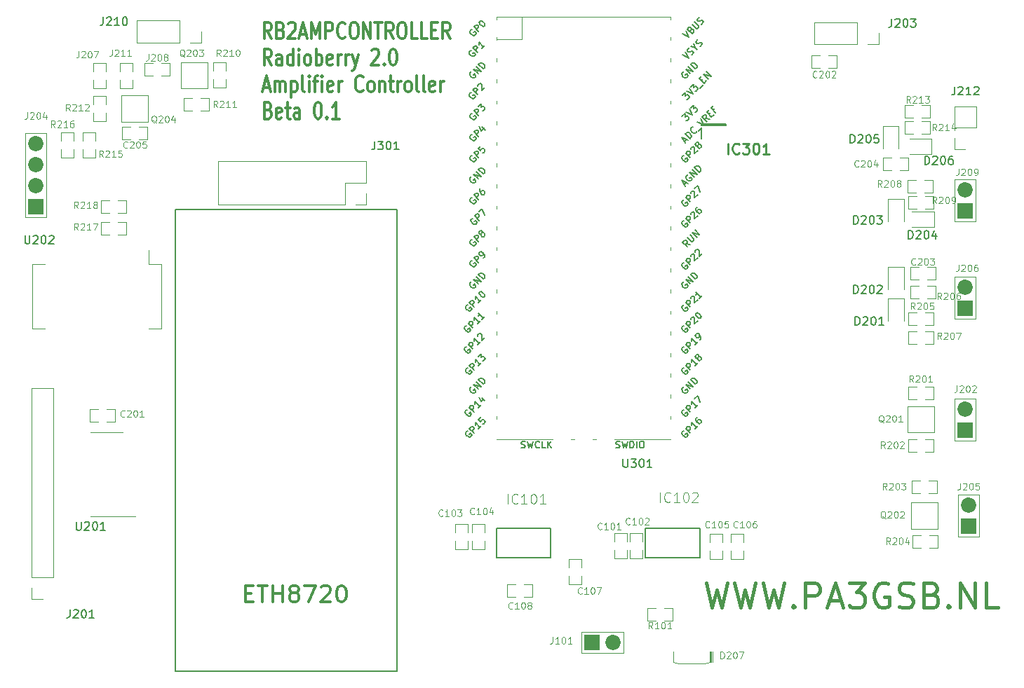
<source format=gto>
%TF.GenerationSoftware,KiCad,Pcbnew,7.0.7*%
%TF.CreationDate,2023-10-10T10:51:27+02:00*%
%TF.ProjectId,RB2AMPController,52423241-4d50-4436-9f6e-74726f6c6c65,rev?*%
%TF.SameCoordinates,Original*%
%TF.FileFunction,Legend,Top*%
%TF.FilePolarity,Positive*%
%FSLAX46Y46*%
G04 Gerber Fmt 4.6, Leading zero omitted, Abs format (unit mm)*
G04 Created by KiCad (PCBNEW 7.0.7) date 2023-10-10 10:51:27*
%MOMM*%
%LPD*%
G01*
G04 APERTURE LIST*
%ADD10C,0.150000*%
%ADD11C,0.300000*%
%ADD12C,0.400000*%
%ADD13C,0.100000*%
%ADD14C,0.101600*%
%ADD15C,0.254000*%
%ADD16C,0.120000*%
%ADD17C,0.203200*%
%ADD18C,0.200000*%
%ADD19R,1.850000X1.850000*%
%ADD20C,1.850000*%
G04 APERTURE END LIST*
D10*
X101200000Y-83525000D02*
X128000000Y-83525000D01*
X128000000Y-139275000D01*
X101200000Y-139275000D01*
X101200000Y-83525000D01*
D11*
X109673558Y-129892019D02*
X110340225Y-129892019D01*
X110625939Y-130939638D02*
X109673558Y-130939638D01*
X109673558Y-130939638D02*
X109673558Y-128939638D01*
X109673558Y-128939638D02*
X110625939Y-128939638D01*
X111197368Y-128939638D02*
X112340225Y-128939638D01*
X111768796Y-130939638D02*
X111768796Y-128939638D01*
X113006892Y-130939638D02*
X113006892Y-128939638D01*
X113006892Y-129892019D02*
X114149749Y-129892019D01*
X114149749Y-130939638D02*
X114149749Y-128939638D01*
X115387844Y-129796780D02*
X115197368Y-129701542D01*
X115197368Y-129701542D02*
X115102130Y-129606304D01*
X115102130Y-129606304D02*
X115006892Y-129415828D01*
X115006892Y-129415828D02*
X115006892Y-129320590D01*
X115006892Y-129320590D02*
X115102130Y-129130114D01*
X115102130Y-129130114D02*
X115197368Y-129034876D01*
X115197368Y-129034876D02*
X115387844Y-128939638D01*
X115387844Y-128939638D02*
X115768797Y-128939638D01*
X115768797Y-128939638D02*
X115959273Y-129034876D01*
X115959273Y-129034876D02*
X116054511Y-129130114D01*
X116054511Y-129130114D02*
X116149749Y-129320590D01*
X116149749Y-129320590D02*
X116149749Y-129415828D01*
X116149749Y-129415828D02*
X116054511Y-129606304D01*
X116054511Y-129606304D02*
X115959273Y-129701542D01*
X115959273Y-129701542D02*
X115768797Y-129796780D01*
X115768797Y-129796780D02*
X115387844Y-129796780D01*
X115387844Y-129796780D02*
X115197368Y-129892019D01*
X115197368Y-129892019D02*
X115102130Y-129987257D01*
X115102130Y-129987257D02*
X115006892Y-130177733D01*
X115006892Y-130177733D02*
X115006892Y-130558685D01*
X115006892Y-130558685D02*
X115102130Y-130749161D01*
X115102130Y-130749161D02*
X115197368Y-130844400D01*
X115197368Y-130844400D02*
X115387844Y-130939638D01*
X115387844Y-130939638D02*
X115768797Y-130939638D01*
X115768797Y-130939638D02*
X115959273Y-130844400D01*
X115959273Y-130844400D02*
X116054511Y-130749161D01*
X116054511Y-130749161D02*
X116149749Y-130558685D01*
X116149749Y-130558685D02*
X116149749Y-130177733D01*
X116149749Y-130177733D02*
X116054511Y-129987257D01*
X116054511Y-129987257D02*
X115959273Y-129892019D01*
X115959273Y-129892019D02*
X115768797Y-129796780D01*
X116816416Y-128939638D02*
X118149749Y-128939638D01*
X118149749Y-128939638D02*
X117292606Y-130939638D01*
X118816416Y-129130114D02*
X118911654Y-129034876D01*
X118911654Y-129034876D02*
X119102130Y-128939638D01*
X119102130Y-128939638D02*
X119578321Y-128939638D01*
X119578321Y-128939638D02*
X119768797Y-129034876D01*
X119768797Y-129034876D02*
X119864035Y-129130114D01*
X119864035Y-129130114D02*
X119959273Y-129320590D01*
X119959273Y-129320590D02*
X119959273Y-129511066D01*
X119959273Y-129511066D02*
X119864035Y-129796780D01*
X119864035Y-129796780D02*
X118721178Y-130939638D01*
X118721178Y-130939638D02*
X119959273Y-130939638D01*
X121197368Y-128939638D02*
X121387845Y-128939638D01*
X121387845Y-128939638D02*
X121578321Y-129034876D01*
X121578321Y-129034876D02*
X121673559Y-129130114D01*
X121673559Y-129130114D02*
X121768797Y-129320590D01*
X121768797Y-129320590D02*
X121864035Y-129701542D01*
X121864035Y-129701542D02*
X121864035Y-130177733D01*
X121864035Y-130177733D02*
X121768797Y-130558685D01*
X121768797Y-130558685D02*
X121673559Y-130749161D01*
X121673559Y-130749161D02*
X121578321Y-130844400D01*
X121578321Y-130844400D02*
X121387845Y-130939638D01*
X121387845Y-130939638D02*
X121197368Y-130939638D01*
X121197368Y-130939638D02*
X121006892Y-130844400D01*
X121006892Y-130844400D02*
X120911654Y-130749161D01*
X120911654Y-130749161D02*
X120816416Y-130558685D01*
X120816416Y-130558685D02*
X120721178Y-130177733D01*
X120721178Y-130177733D02*
X120721178Y-129701542D01*
X120721178Y-129701542D02*
X120816416Y-129320590D01*
X120816416Y-129320590D02*
X120911654Y-129130114D01*
X120911654Y-129130114D02*
X121006892Y-129034876D01*
X121006892Y-129034876D02*
X121197368Y-128939638D01*
X112811653Y-62879638D02*
X112311653Y-61927257D01*
X111954510Y-62879638D02*
X111954510Y-60879638D01*
X111954510Y-60879638D02*
X112525939Y-60879638D01*
X112525939Y-60879638D02*
X112668796Y-60974876D01*
X112668796Y-60974876D02*
X112740225Y-61070114D01*
X112740225Y-61070114D02*
X112811653Y-61260590D01*
X112811653Y-61260590D02*
X112811653Y-61546304D01*
X112811653Y-61546304D02*
X112740225Y-61736780D01*
X112740225Y-61736780D02*
X112668796Y-61832019D01*
X112668796Y-61832019D02*
X112525939Y-61927257D01*
X112525939Y-61927257D02*
X111954510Y-61927257D01*
X113954510Y-61832019D02*
X114168796Y-61927257D01*
X114168796Y-61927257D02*
X114240225Y-62022495D01*
X114240225Y-62022495D02*
X114311653Y-62212971D01*
X114311653Y-62212971D02*
X114311653Y-62498685D01*
X114311653Y-62498685D02*
X114240225Y-62689161D01*
X114240225Y-62689161D02*
X114168796Y-62784400D01*
X114168796Y-62784400D02*
X114025939Y-62879638D01*
X114025939Y-62879638D02*
X113454510Y-62879638D01*
X113454510Y-62879638D02*
X113454510Y-60879638D01*
X113454510Y-60879638D02*
X113954510Y-60879638D01*
X113954510Y-60879638D02*
X114097368Y-60974876D01*
X114097368Y-60974876D02*
X114168796Y-61070114D01*
X114168796Y-61070114D02*
X114240225Y-61260590D01*
X114240225Y-61260590D02*
X114240225Y-61451066D01*
X114240225Y-61451066D02*
X114168796Y-61641542D01*
X114168796Y-61641542D02*
X114097368Y-61736780D01*
X114097368Y-61736780D02*
X113954510Y-61832019D01*
X113954510Y-61832019D02*
X113454510Y-61832019D01*
X114883082Y-61070114D02*
X114954510Y-60974876D01*
X114954510Y-60974876D02*
X115097368Y-60879638D01*
X115097368Y-60879638D02*
X115454510Y-60879638D01*
X115454510Y-60879638D02*
X115597368Y-60974876D01*
X115597368Y-60974876D02*
X115668796Y-61070114D01*
X115668796Y-61070114D02*
X115740225Y-61260590D01*
X115740225Y-61260590D02*
X115740225Y-61451066D01*
X115740225Y-61451066D02*
X115668796Y-61736780D01*
X115668796Y-61736780D02*
X114811653Y-62879638D01*
X114811653Y-62879638D02*
X115740225Y-62879638D01*
X116311653Y-62308209D02*
X117025939Y-62308209D01*
X116168796Y-62879638D02*
X116668796Y-60879638D01*
X116668796Y-60879638D02*
X117168796Y-62879638D01*
X117668795Y-62879638D02*
X117668795Y-60879638D01*
X117668795Y-60879638D02*
X118168795Y-62308209D01*
X118168795Y-62308209D02*
X118668795Y-60879638D01*
X118668795Y-60879638D02*
X118668795Y-62879638D01*
X119383081Y-62879638D02*
X119383081Y-60879638D01*
X119383081Y-60879638D02*
X119954510Y-60879638D01*
X119954510Y-60879638D02*
X120097367Y-60974876D01*
X120097367Y-60974876D02*
X120168796Y-61070114D01*
X120168796Y-61070114D02*
X120240224Y-61260590D01*
X120240224Y-61260590D02*
X120240224Y-61546304D01*
X120240224Y-61546304D02*
X120168796Y-61736780D01*
X120168796Y-61736780D02*
X120097367Y-61832019D01*
X120097367Y-61832019D02*
X119954510Y-61927257D01*
X119954510Y-61927257D02*
X119383081Y-61927257D01*
X121740224Y-62689161D02*
X121668796Y-62784400D01*
X121668796Y-62784400D02*
X121454510Y-62879638D01*
X121454510Y-62879638D02*
X121311653Y-62879638D01*
X121311653Y-62879638D02*
X121097367Y-62784400D01*
X121097367Y-62784400D02*
X120954510Y-62593923D01*
X120954510Y-62593923D02*
X120883081Y-62403447D01*
X120883081Y-62403447D02*
X120811653Y-62022495D01*
X120811653Y-62022495D02*
X120811653Y-61736780D01*
X120811653Y-61736780D02*
X120883081Y-61355828D01*
X120883081Y-61355828D02*
X120954510Y-61165352D01*
X120954510Y-61165352D02*
X121097367Y-60974876D01*
X121097367Y-60974876D02*
X121311653Y-60879638D01*
X121311653Y-60879638D02*
X121454510Y-60879638D01*
X121454510Y-60879638D02*
X121668796Y-60974876D01*
X121668796Y-60974876D02*
X121740224Y-61070114D01*
X122668796Y-60879638D02*
X122954510Y-60879638D01*
X122954510Y-60879638D02*
X123097367Y-60974876D01*
X123097367Y-60974876D02*
X123240224Y-61165352D01*
X123240224Y-61165352D02*
X123311653Y-61546304D01*
X123311653Y-61546304D02*
X123311653Y-62212971D01*
X123311653Y-62212971D02*
X123240224Y-62593923D01*
X123240224Y-62593923D02*
X123097367Y-62784400D01*
X123097367Y-62784400D02*
X122954510Y-62879638D01*
X122954510Y-62879638D02*
X122668796Y-62879638D01*
X122668796Y-62879638D02*
X122525939Y-62784400D01*
X122525939Y-62784400D02*
X122383081Y-62593923D01*
X122383081Y-62593923D02*
X122311653Y-62212971D01*
X122311653Y-62212971D02*
X122311653Y-61546304D01*
X122311653Y-61546304D02*
X122383081Y-61165352D01*
X122383081Y-61165352D02*
X122525939Y-60974876D01*
X122525939Y-60974876D02*
X122668796Y-60879638D01*
X123954510Y-62879638D02*
X123954510Y-60879638D01*
X123954510Y-60879638D02*
X124811653Y-62879638D01*
X124811653Y-62879638D02*
X124811653Y-60879638D01*
X125311654Y-60879638D02*
X126168797Y-60879638D01*
X125740225Y-62879638D02*
X125740225Y-60879638D01*
X127525939Y-62879638D02*
X127025939Y-61927257D01*
X126668796Y-62879638D02*
X126668796Y-60879638D01*
X126668796Y-60879638D02*
X127240225Y-60879638D01*
X127240225Y-60879638D02*
X127383082Y-60974876D01*
X127383082Y-60974876D02*
X127454511Y-61070114D01*
X127454511Y-61070114D02*
X127525939Y-61260590D01*
X127525939Y-61260590D02*
X127525939Y-61546304D01*
X127525939Y-61546304D02*
X127454511Y-61736780D01*
X127454511Y-61736780D02*
X127383082Y-61832019D01*
X127383082Y-61832019D02*
X127240225Y-61927257D01*
X127240225Y-61927257D02*
X126668796Y-61927257D01*
X128454511Y-60879638D02*
X128740225Y-60879638D01*
X128740225Y-60879638D02*
X128883082Y-60974876D01*
X128883082Y-60974876D02*
X129025939Y-61165352D01*
X129025939Y-61165352D02*
X129097368Y-61546304D01*
X129097368Y-61546304D02*
X129097368Y-62212971D01*
X129097368Y-62212971D02*
X129025939Y-62593923D01*
X129025939Y-62593923D02*
X128883082Y-62784400D01*
X128883082Y-62784400D02*
X128740225Y-62879638D01*
X128740225Y-62879638D02*
X128454511Y-62879638D01*
X128454511Y-62879638D02*
X128311654Y-62784400D01*
X128311654Y-62784400D02*
X128168796Y-62593923D01*
X128168796Y-62593923D02*
X128097368Y-62212971D01*
X128097368Y-62212971D02*
X128097368Y-61546304D01*
X128097368Y-61546304D02*
X128168796Y-61165352D01*
X128168796Y-61165352D02*
X128311654Y-60974876D01*
X128311654Y-60974876D02*
X128454511Y-60879638D01*
X130454511Y-62879638D02*
X129740225Y-62879638D01*
X129740225Y-62879638D02*
X129740225Y-60879638D01*
X131668797Y-62879638D02*
X130954511Y-62879638D01*
X130954511Y-62879638D02*
X130954511Y-60879638D01*
X132168797Y-61832019D02*
X132668797Y-61832019D01*
X132883083Y-62879638D02*
X132168797Y-62879638D01*
X132168797Y-62879638D02*
X132168797Y-60879638D01*
X132168797Y-60879638D02*
X132883083Y-60879638D01*
X134383083Y-62879638D02*
X133883083Y-61927257D01*
X133525940Y-62879638D02*
X133525940Y-60879638D01*
X133525940Y-60879638D02*
X134097369Y-60879638D01*
X134097369Y-60879638D02*
X134240226Y-60974876D01*
X134240226Y-60974876D02*
X134311655Y-61070114D01*
X134311655Y-61070114D02*
X134383083Y-61260590D01*
X134383083Y-61260590D02*
X134383083Y-61546304D01*
X134383083Y-61546304D02*
X134311655Y-61736780D01*
X134311655Y-61736780D02*
X134240226Y-61832019D01*
X134240226Y-61832019D02*
X134097369Y-61927257D01*
X134097369Y-61927257D02*
X133525940Y-61927257D01*
X112811653Y-66099638D02*
X112311653Y-65147257D01*
X111954510Y-66099638D02*
X111954510Y-64099638D01*
X111954510Y-64099638D02*
X112525939Y-64099638D01*
X112525939Y-64099638D02*
X112668796Y-64194876D01*
X112668796Y-64194876D02*
X112740225Y-64290114D01*
X112740225Y-64290114D02*
X112811653Y-64480590D01*
X112811653Y-64480590D02*
X112811653Y-64766304D01*
X112811653Y-64766304D02*
X112740225Y-64956780D01*
X112740225Y-64956780D02*
X112668796Y-65052019D01*
X112668796Y-65052019D02*
X112525939Y-65147257D01*
X112525939Y-65147257D02*
X111954510Y-65147257D01*
X114097368Y-66099638D02*
X114097368Y-65052019D01*
X114097368Y-65052019D02*
X114025939Y-64861542D01*
X114025939Y-64861542D02*
X113883082Y-64766304D01*
X113883082Y-64766304D02*
X113597368Y-64766304D01*
X113597368Y-64766304D02*
X113454510Y-64861542D01*
X114097368Y-66004400D02*
X113954510Y-66099638D01*
X113954510Y-66099638D02*
X113597368Y-66099638D01*
X113597368Y-66099638D02*
X113454510Y-66004400D01*
X113454510Y-66004400D02*
X113383082Y-65813923D01*
X113383082Y-65813923D02*
X113383082Y-65623447D01*
X113383082Y-65623447D02*
X113454510Y-65432971D01*
X113454510Y-65432971D02*
X113597368Y-65337733D01*
X113597368Y-65337733D02*
X113954510Y-65337733D01*
X113954510Y-65337733D02*
X114097368Y-65242495D01*
X115454511Y-66099638D02*
X115454511Y-64099638D01*
X115454511Y-66004400D02*
X115311653Y-66099638D01*
X115311653Y-66099638D02*
X115025939Y-66099638D01*
X115025939Y-66099638D02*
X114883082Y-66004400D01*
X114883082Y-66004400D02*
X114811653Y-65909161D01*
X114811653Y-65909161D02*
X114740225Y-65718685D01*
X114740225Y-65718685D02*
X114740225Y-65147257D01*
X114740225Y-65147257D02*
X114811653Y-64956780D01*
X114811653Y-64956780D02*
X114883082Y-64861542D01*
X114883082Y-64861542D02*
X115025939Y-64766304D01*
X115025939Y-64766304D02*
X115311653Y-64766304D01*
X115311653Y-64766304D02*
X115454511Y-64861542D01*
X116168796Y-66099638D02*
X116168796Y-64766304D01*
X116168796Y-64099638D02*
X116097368Y-64194876D01*
X116097368Y-64194876D02*
X116168796Y-64290114D01*
X116168796Y-64290114D02*
X116240225Y-64194876D01*
X116240225Y-64194876D02*
X116168796Y-64099638D01*
X116168796Y-64099638D02*
X116168796Y-64290114D01*
X117097368Y-66099638D02*
X116954511Y-66004400D01*
X116954511Y-66004400D02*
X116883082Y-65909161D01*
X116883082Y-65909161D02*
X116811654Y-65718685D01*
X116811654Y-65718685D02*
X116811654Y-65147257D01*
X116811654Y-65147257D02*
X116883082Y-64956780D01*
X116883082Y-64956780D02*
X116954511Y-64861542D01*
X116954511Y-64861542D02*
X117097368Y-64766304D01*
X117097368Y-64766304D02*
X117311654Y-64766304D01*
X117311654Y-64766304D02*
X117454511Y-64861542D01*
X117454511Y-64861542D02*
X117525940Y-64956780D01*
X117525940Y-64956780D02*
X117597368Y-65147257D01*
X117597368Y-65147257D02*
X117597368Y-65718685D01*
X117597368Y-65718685D02*
X117525940Y-65909161D01*
X117525940Y-65909161D02*
X117454511Y-66004400D01*
X117454511Y-66004400D02*
X117311654Y-66099638D01*
X117311654Y-66099638D02*
X117097368Y-66099638D01*
X118240225Y-66099638D02*
X118240225Y-64099638D01*
X118240225Y-64861542D02*
X118383083Y-64766304D01*
X118383083Y-64766304D02*
X118668797Y-64766304D01*
X118668797Y-64766304D02*
X118811654Y-64861542D01*
X118811654Y-64861542D02*
X118883083Y-64956780D01*
X118883083Y-64956780D02*
X118954511Y-65147257D01*
X118954511Y-65147257D02*
X118954511Y-65718685D01*
X118954511Y-65718685D02*
X118883083Y-65909161D01*
X118883083Y-65909161D02*
X118811654Y-66004400D01*
X118811654Y-66004400D02*
X118668797Y-66099638D01*
X118668797Y-66099638D02*
X118383083Y-66099638D01*
X118383083Y-66099638D02*
X118240225Y-66004400D01*
X120168797Y-66004400D02*
X120025940Y-66099638D01*
X120025940Y-66099638D02*
X119740226Y-66099638D01*
X119740226Y-66099638D02*
X119597368Y-66004400D01*
X119597368Y-66004400D02*
X119525940Y-65813923D01*
X119525940Y-65813923D02*
X119525940Y-65052019D01*
X119525940Y-65052019D02*
X119597368Y-64861542D01*
X119597368Y-64861542D02*
X119740226Y-64766304D01*
X119740226Y-64766304D02*
X120025940Y-64766304D01*
X120025940Y-64766304D02*
X120168797Y-64861542D01*
X120168797Y-64861542D02*
X120240226Y-65052019D01*
X120240226Y-65052019D02*
X120240226Y-65242495D01*
X120240226Y-65242495D02*
X119525940Y-65432971D01*
X120883082Y-66099638D02*
X120883082Y-64766304D01*
X120883082Y-65147257D02*
X120954511Y-64956780D01*
X120954511Y-64956780D02*
X121025940Y-64861542D01*
X121025940Y-64861542D02*
X121168797Y-64766304D01*
X121168797Y-64766304D02*
X121311654Y-64766304D01*
X121811653Y-66099638D02*
X121811653Y-64766304D01*
X121811653Y-65147257D02*
X121883082Y-64956780D01*
X121883082Y-64956780D02*
X121954511Y-64861542D01*
X121954511Y-64861542D02*
X122097368Y-64766304D01*
X122097368Y-64766304D02*
X122240225Y-64766304D01*
X122597367Y-64766304D02*
X122954510Y-66099638D01*
X123311653Y-64766304D02*
X122954510Y-66099638D01*
X122954510Y-66099638D02*
X122811653Y-66575828D01*
X122811653Y-66575828D02*
X122740224Y-66671066D01*
X122740224Y-66671066D02*
X122597367Y-66766304D01*
X124954510Y-64290114D02*
X125025938Y-64194876D01*
X125025938Y-64194876D02*
X125168796Y-64099638D01*
X125168796Y-64099638D02*
X125525938Y-64099638D01*
X125525938Y-64099638D02*
X125668796Y-64194876D01*
X125668796Y-64194876D02*
X125740224Y-64290114D01*
X125740224Y-64290114D02*
X125811653Y-64480590D01*
X125811653Y-64480590D02*
X125811653Y-64671066D01*
X125811653Y-64671066D02*
X125740224Y-64956780D01*
X125740224Y-64956780D02*
X124883081Y-66099638D01*
X124883081Y-66099638D02*
X125811653Y-66099638D01*
X126454509Y-65909161D02*
X126525938Y-66004400D01*
X126525938Y-66004400D02*
X126454509Y-66099638D01*
X126454509Y-66099638D02*
X126383081Y-66004400D01*
X126383081Y-66004400D02*
X126454509Y-65909161D01*
X126454509Y-65909161D02*
X126454509Y-66099638D01*
X127454510Y-64099638D02*
X127597367Y-64099638D01*
X127597367Y-64099638D02*
X127740224Y-64194876D01*
X127740224Y-64194876D02*
X127811653Y-64290114D01*
X127811653Y-64290114D02*
X127883081Y-64480590D01*
X127883081Y-64480590D02*
X127954510Y-64861542D01*
X127954510Y-64861542D02*
X127954510Y-65337733D01*
X127954510Y-65337733D02*
X127883081Y-65718685D01*
X127883081Y-65718685D02*
X127811653Y-65909161D01*
X127811653Y-65909161D02*
X127740224Y-66004400D01*
X127740224Y-66004400D02*
X127597367Y-66099638D01*
X127597367Y-66099638D02*
X127454510Y-66099638D01*
X127454510Y-66099638D02*
X127311653Y-66004400D01*
X127311653Y-66004400D02*
X127240224Y-65909161D01*
X127240224Y-65909161D02*
X127168795Y-65718685D01*
X127168795Y-65718685D02*
X127097367Y-65337733D01*
X127097367Y-65337733D02*
X127097367Y-64861542D01*
X127097367Y-64861542D02*
X127168795Y-64480590D01*
X127168795Y-64480590D02*
X127240224Y-64290114D01*
X127240224Y-64290114D02*
X127311653Y-64194876D01*
X127311653Y-64194876D02*
X127454510Y-64099638D01*
X111883082Y-68748209D02*
X112597368Y-68748209D01*
X111740225Y-69319638D02*
X112240225Y-67319638D01*
X112240225Y-67319638D02*
X112740225Y-69319638D01*
X113240224Y-69319638D02*
X113240224Y-67986304D01*
X113240224Y-68176780D02*
X113311653Y-68081542D01*
X113311653Y-68081542D02*
X113454510Y-67986304D01*
X113454510Y-67986304D02*
X113668796Y-67986304D01*
X113668796Y-67986304D02*
X113811653Y-68081542D01*
X113811653Y-68081542D02*
X113883082Y-68272019D01*
X113883082Y-68272019D02*
X113883082Y-69319638D01*
X113883082Y-68272019D02*
X113954510Y-68081542D01*
X113954510Y-68081542D02*
X114097367Y-67986304D01*
X114097367Y-67986304D02*
X114311653Y-67986304D01*
X114311653Y-67986304D02*
X114454510Y-68081542D01*
X114454510Y-68081542D02*
X114525939Y-68272019D01*
X114525939Y-68272019D02*
X114525939Y-69319638D01*
X115240224Y-67986304D02*
X115240224Y-69986304D01*
X115240224Y-68081542D02*
X115383082Y-67986304D01*
X115383082Y-67986304D02*
X115668796Y-67986304D01*
X115668796Y-67986304D02*
X115811653Y-68081542D01*
X115811653Y-68081542D02*
X115883082Y-68176780D01*
X115883082Y-68176780D02*
X115954510Y-68367257D01*
X115954510Y-68367257D02*
X115954510Y-68938685D01*
X115954510Y-68938685D02*
X115883082Y-69129161D01*
X115883082Y-69129161D02*
X115811653Y-69224400D01*
X115811653Y-69224400D02*
X115668796Y-69319638D01*
X115668796Y-69319638D02*
X115383082Y-69319638D01*
X115383082Y-69319638D02*
X115240224Y-69224400D01*
X116811653Y-69319638D02*
X116668796Y-69224400D01*
X116668796Y-69224400D02*
X116597367Y-69033923D01*
X116597367Y-69033923D02*
X116597367Y-67319638D01*
X117383081Y-69319638D02*
X117383081Y-67986304D01*
X117383081Y-67319638D02*
X117311653Y-67414876D01*
X117311653Y-67414876D02*
X117383081Y-67510114D01*
X117383081Y-67510114D02*
X117454510Y-67414876D01*
X117454510Y-67414876D02*
X117383081Y-67319638D01*
X117383081Y-67319638D02*
X117383081Y-67510114D01*
X117883082Y-67986304D02*
X118454510Y-67986304D01*
X118097367Y-69319638D02*
X118097367Y-67605352D01*
X118097367Y-67605352D02*
X118168796Y-67414876D01*
X118168796Y-67414876D02*
X118311653Y-67319638D01*
X118311653Y-67319638D02*
X118454510Y-67319638D01*
X118954510Y-69319638D02*
X118954510Y-67986304D01*
X118954510Y-67319638D02*
X118883082Y-67414876D01*
X118883082Y-67414876D02*
X118954510Y-67510114D01*
X118954510Y-67510114D02*
X119025939Y-67414876D01*
X119025939Y-67414876D02*
X118954510Y-67319638D01*
X118954510Y-67319638D02*
X118954510Y-67510114D01*
X120240225Y-69224400D02*
X120097368Y-69319638D01*
X120097368Y-69319638D02*
X119811654Y-69319638D01*
X119811654Y-69319638D02*
X119668796Y-69224400D01*
X119668796Y-69224400D02*
X119597368Y-69033923D01*
X119597368Y-69033923D02*
X119597368Y-68272019D01*
X119597368Y-68272019D02*
X119668796Y-68081542D01*
X119668796Y-68081542D02*
X119811654Y-67986304D01*
X119811654Y-67986304D02*
X120097368Y-67986304D01*
X120097368Y-67986304D02*
X120240225Y-68081542D01*
X120240225Y-68081542D02*
X120311654Y-68272019D01*
X120311654Y-68272019D02*
X120311654Y-68462495D01*
X120311654Y-68462495D02*
X119597368Y-68652971D01*
X120954510Y-69319638D02*
X120954510Y-67986304D01*
X120954510Y-68367257D02*
X121025939Y-68176780D01*
X121025939Y-68176780D02*
X121097368Y-68081542D01*
X121097368Y-68081542D02*
X121240225Y-67986304D01*
X121240225Y-67986304D02*
X121383082Y-67986304D01*
X123883081Y-69129161D02*
X123811653Y-69224400D01*
X123811653Y-69224400D02*
X123597367Y-69319638D01*
X123597367Y-69319638D02*
X123454510Y-69319638D01*
X123454510Y-69319638D02*
X123240224Y-69224400D01*
X123240224Y-69224400D02*
X123097367Y-69033923D01*
X123097367Y-69033923D02*
X123025938Y-68843447D01*
X123025938Y-68843447D02*
X122954510Y-68462495D01*
X122954510Y-68462495D02*
X122954510Y-68176780D01*
X122954510Y-68176780D02*
X123025938Y-67795828D01*
X123025938Y-67795828D02*
X123097367Y-67605352D01*
X123097367Y-67605352D02*
X123240224Y-67414876D01*
X123240224Y-67414876D02*
X123454510Y-67319638D01*
X123454510Y-67319638D02*
X123597367Y-67319638D01*
X123597367Y-67319638D02*
X123811653Y-67414876D01*
X123811653Y-67414876D02*
X123883081Y-67510114D01*
X124740224Y-69319638D02*
X124597367Y-69224400D01*
X124597367Y-69224400D02*
X124525938Y-69129161D01*
X124525938Y-69129161D02*
X124454510Y-68938685D01*
X124454510Y-68938685D02*
X124454510Y-68367257D01*
X124454510Y-68367257D02*
X124525938Y-68176780D01*
X124525938Y-68176780D02*
X124597367Y-68081542D01*
X124597367Y-68081542D02*
X124740224Y-67986304D01*
X124740224Y-67986304D02*
X124954510Y-67986304D01*
X124954510Y-67986304D02*
X125097367Y-68081542D01*
X125097367Y-68081542D02*
X125168796Y-68176780D01*
X125168796Y-68176780D02*
X125240224Y-68367257D01*
X125240224Y-68367257D02*
X125240224Y-68938685D01*
X125240224Y-68938685D02*
X125168796Y-69129161D01*
X125168796Y-69129161D02*
X125097367Y-69224400D01*
X125097367Y-69224400D02*
X124954510Y-69319638D01*
X124954510Y-69319638D02*
X124740224Y-69319638D01*
X125883081Y-67986304D02*
X125883081Y-69319638D01*
X125883081Y-68176780D02*
X125954510Y-68081542D01*
X125954510Y-68081542D02*
X126097367Y-67986304D01*
X126097367Y-67986304D02*
X126311653Y-67986304D01*
X126311653Y-67986304D02*
X126454510Y-68081542D01*
X126454510Y-68081542D02*
X126525939Y-68272019D01*
X126525939Y-68272019D02*
X126525939Y-69319638D01*
X127025939Y-67986304D02*
X127597367Y-67986304D01*
X127240224Y-67319638D02*
X127240224Y-69033923D01*
X127240224Y-69033923D02*
X127311653Y-69224400D01*
X127311653Y-69224400D02*
X127454510Y-69319638D01*
X127454510Y-69319638D02*
X127597367Y-69319638D01*
X128097367Y-69319638D02*
X128097367Y-67986304D01*
X128097367Y-68367257D02*
X128168796Y-68176780D01*
X128168796Y-68176780D02*
X128240225Y-68081542D01*
X128240225Y-68081542D02*
X128383082Y-67986304D01*
X128383082Y-67986304D02*
X128525939Y-67986304D01*
X129240224Y-69319638D02*
X129097367Y-69224400D01*
X129097367Y-69224400D02*
X129025938Y-69129161D01*
X129025938Y-69129161D02*
X128954510Y-68938685D01*
X128954510Y-68938685D02*
X128954510Y-68367257D01*
X128954510Y-68367257D02*
X129025938Y-68176780D01*
X129025938Y-68176780D02*
X129097367Y-68081542D01*
X129097367Y-68081542D02*
X129240224Y-67986304D01*
X129240224Y-67986304D02*
X129454510Y-67986304D01*
X129454510Y-67986304D02*
X129597367Y-68081542D01*
X129597367Y-68081542D02*
X129668796Y-68176780D01*
X129668796Y-68176780D02*
X129740224Y-68367257D01*
X129740224Y-68367257D02*
X129740224Y-68938685D01*
X129740224Y-68938685D02*
X129668796Y-69129161D01*
X129668796Y-69129161D02*
X129597367Y-69224400D01*
X129597367Y-69224400D02*
X129454510Y-69319638D01*
X129454510Y-69319638D02*
X129240224Y-69319638D01*
X130597367Y-69319638D02*
X130454510Y-69224400D01*
X130454510Y-69224400D02*
X130383081Y-69033923D01*
X130383081Y-69033923D02*
X130383081Y-67319638D01*
X131383081Y-69319638D02*
X131240224Y-69224400D01*
X131240224Y-69224400D02*
X131168795Y-69033923D01*
X131168795Y-69033923D02*
X131168795Y-67319638D01*
X132525938Y-69224400D02*
X132383081Y-69319638D01*
X132383081Y-69319638D02*
X132097367Y-69319638D01*
X132097367Y-69319638D02*
X131954509Y-69224400D01*
X131954509Y-69224400D02*
X131883081Y-69033923D01*
X131883081Y-69033923D02*
X131883081Y-68272019D01*
X131883081Y-68272019D02*
X131954509Y-68081542D01*
X131954509Y-68081542D02*
X132097367Y-67986304D01*
X132097367Y-67986304D02*
X132383081Y-67986304D01*
X132383081Y-67986304D02*
X132525938Y-68081542D01*
X132525938Y-68081542D02*
X132597367Y-68272019D01*
X132597367Y-68272019D02*
X132597367Y-68462495D01*
X132597367Y-68462495D02*
X131883081Y-68652971D01*
X133240223Y-69319638D02*
X133240223Y-67986304D01*
X133240223Y-68367257D02*
X133311652Y-68176780D01*
X133311652Y-68176780D02*
X133383081Y-68081542D01*
X133383081Y-68081542D02*
X133525938Y-67986304D01*
X133525938Y-67986304D02*
X133668795Y-67986304D01*
X112454510Y-71492019D02*
X112668796Y-71587257D01*
X112668796Y-71587257D02*
X112740225Y-71682495D01*
X112740225Y-71682495D02*
X112811653Y-71872971D01*
X112811653Y-71872971D02*
X112811653Y-72158685D01*
X112811653Y-72158685D02*
X112740225Y-72349161D01*
X112740225Y-72349161D02*
X112668796Y-72444400D01*
X112668796Y-72444400D02*
X112525939Y-72539638D01*
X112525939Y-72539638D02*
X111954510Y-72539638D01*
X111954510Y-72539638D02*
X111954510Y-70539638D01*
X111954510Y-70539638D02*
X112454510Y-70539638D01*
X112454510Y-70539638D02*
X112597368Y-70634876D01*
X112597368Y-70634876D02*
X112668796Y-70730114D01*
X112668796Y-70730114D02*
X112740225Y-70920590D01*
X112740225Y-70920590D02*
X112740225Y-71111066D01*
X112740225Y-71111066D02*
X112668796Y-71301542D01*
X112668796Y-71301542D02*
X112597368Y-71396780D01*
X112597368Y-71396780D02*
X112454510Y-71492019D01*
X112454510Y-71492019D02*
X111954510Y-71492019D01*
X114025939Y-72444400D02*
X113883082Y-72539638D01*
X113883082Y-72539638D02*
X113597368Y-72539638D01*
X113597368Y-72539638D02*
X113454510Y-72444400D01*
X113454510Y-72444400D02*
X113383082Y-72253923D01*
X113383082Y-72253923D02*
X113383082Y-71492019D01*
X113383082Y-71492019D02*
X113454510Y-71301542D01*
X113454510Y-71301542D02*
X113597368Y-71206304D01*
X113597368Y-71206304D02*
X113883082Y-71206304D01*
X113883082Y-71206304D02*
X114025939Y-71301542D01*
X114025939Y-71301542D02*
X114097368Y-71492019D01*
X114097368Y-71492019D02*
X114097368Y-71682495D01*
X114097368Y-71682495D02*
X113383082Y-71872971D01*
X114525939Y-71206304D02*
X115097367Y-71206304D01*
X114740224Y-70539638D02*
X114740224Y-72253923D01*
X114740224Y-72253923D02*
X114811653Y-72444400D01*
X114811653Y-72444400D02*
X114954510Y-72539638D01*
X114954510Y-72539638D02*
X115097367Y-72539638D01*
X116240225Y-72539638D02*
X116240225Y-71492019D01*
X116240225Y-71492019D02*
X116168796Y-71301542D01*
X116168796Y-71301542D02*
X116025939Y-71206304D01*
X116025939Y-71206304D02*
X115740225Y-71206304D01*
X115740225Y-71206304D02*
X115597367Y-71301542D01*
X116240225Y-72444400D02*
X116097367Y-72539638D01*
X116097367Y-72539638D02*
X115740225Y-72539638D01*
X115740225Y-72539638D02*
X115597367Y-72444400D01*
X115597367Y-72444400D02*
X115525939Y-72253923D01*
X115525939Y-72253923D02*
X115525939Y-72063447D01*
X115525939Y-72063447D02*
X115597367Y-71872971D01*
X115597367Y-71872971D02*
X115740225Y-71777733D01*
X115740225Y-71777733D02*
X116097367Y-71777733D01*
X116097367Y-71777733D02*
X116240225Y-71682495D01*
X118383082Y-70539638D02*
X118525939Y-70539638D01*
X118525939Y-70539638D02*
X118668796Y-70634876D01*
X118668796Y-70634876D02*
X118740225Y-70730114D01*
X118740225Y-70730114D02*
X118811653Y-70920590D01*
X118811653Y-70920590D02*
X118883082Y-71301542D01*
X118883082Y-71301542D02*
X118883082Y-71777733D01*
X118883082Y-71777733D02*
X118811653Y-72158685D01*
X118811653Y-72158685D02*
X118740225Y-72349161D01*
X118740225Y-72349161D02*
X118668796Y-72444400D01*
X118668796Y-72444400D02*
X118525939Y-72539638D01*
X118525939Y-72539638D02*
X118383082Y-72539638D01*
X118383082Y-72539638D02*
X118240225Y-72444400D01*
X118240225Y-72444400D02*
X118168796Y-72349161D01*
X118168796Y-72349161D02*
X118097367Y-72158685D01*
X118097367Y-72158685D02*
X118025939Y-71777733D01*
X118025939Y-71777733D02*
X118025939Y-71301542D01*
X118025939Y-71301542D02*
X118097367Y-70920590D01*
X118097367Y-70920590D02*
X118168796Y-70730114D01*
X118168796Y-70730114D02*
X118240225Y-70634876D01*
X118240225Y-70634876D02*
X118383082Y-70539638D01*
X119525938Y-72349161D02*
X119597367Y-72444400D01*
X119597367Y-72444400D02*
X119525938Y-72539638D01*
X119525938Y-72539638D02*
X119454510Y-72444400D01*
X119454510Y-72444400D02*
X119525938Y-72349161D01*
X119525938Y-72349161D02*
X119525938Y-72539638D01*
X121025939Y-72539638D02*
X120168796Y-72539638D01*
X120597367Y-72539638D02*
X120597367Y-70539638D01*
X120597367Y-70539638D02*
X120454510Y-70825352D01*
X120454510Y-70825352D02*
X120311653Y-71015828D01*
X120311653Y-71015828D02*
X120168796Y-71111066D01*
D12*
X165291728Y-128612057D02*
X166006014Y-131612057D01*
X166006014Y-131612057D02*
X166577442Y-129469200D01*
X166577442Y-129469200D02*
X167148871Y-131612057D01*
X167148871Y-131612057D02*
X167863157Y-128612057D01*
X168720299Y-128612057D02*
X169434585Y-131612057D01*
X169434585Y-131612057D02*
X170006013Y-129469200D01*
X170006013Y-129469200D02*
X170577442Y-131612057D01*
X170577442Y-131612057D02*
X171291728Y-128612057D01*
X172148870Y-128612057D02*
X172863156Y-131612057D01*
X172863156Y-131612057D02*
X173434584Y-129469200D01*
X173434584Y-129469200D02*
X174006013Y-131612057D01*
X174006013Y-131612057D02*
X174720299Y-128612057D01*
X175863155Y-131326342D02*
X176006012Y-131469200D01*
X176006012Y-131469200D02*
X175863155Y-131612057D01*
X175863155Y-131612057D02*
X175720298Y-131469200D01*
X175720298Y-131469200D02*
X175863155Y-131326342D01*
X175863155Y-131326342D02*
X175863155Y-131612057D01*
X177291726Y-131612057D02*
X177291726Y-128612057D01*
X177291726Y-128612057D02*
X178434583Y-128612057D01*
X178434583Y-128612057D02*
X178720298Y-128754914D01*
X178720298Y-128754914D02*
X178863155Y-128897771D01*
X178863155Y-128897771D02*
X179006012Y-129183485D01*
X179006012Y-129183485D02*
X179006012Y-129612057D01*
X179006012Y-129612057D02*
X178863155Y-129897771D01*
X178863155Y-129897771D02*
X178720298Y-130040628D01*
X178720298Y-130040628D02*
X178434583Y-130183485D01*
X178434583Y-130183485D02*
X177291726Y-130183485D01*
X180148869Y-130754914D02*
X181577441Y-130754914D01*
X179863155Y-131612057D02*
X180863155Y-128612057D01*
X180863155Y-128612057D02*
X181863155Y-131612057D01*
X182577441Y-128612057D02*
X184434584Y-128612057D01*
X184434584Y-128612057D02*
X183434584Y-129754914D01*
X183434584Y-129754914D02*
X183863155Y-129754914D01*
X183863155Y-129754914D02*
X184148870Y-129897771D01*
X184148870Y-129897771D02*
X184291727Y-130040628D01*
X184291727Y-130040628D02*
X184434584Y-130326342D01*
X184434584Y-130326342D02*
X184434584Y-131040628D01*
X184434584Y-131040628D02*
X184291727Y-131326342D01*
X184291727Y-131326342D02*
X184148870Y-131469200D01*
X184148870Y-131469200D02*
X183863155Y-131612057D01*
X183863155Y-131612057D02*
X183006012Y-131612057D01*
X183006012Y-131612057D02*
X182720298Y-131469200D01*
X182720298Y-131469200D02*
X182577441Y-131326342D01*
X187291727Y-128754914D02*
X187006013Y-128612057D01*
X187006013Y-128612057D02*
X186577441Y-128612057D01*
X186577441Y-128612057D02*
X186148870Y-128754914D01*
X186148870Y-128754914D02*
X185863155Y-129040628D01*
X185863155Y-129040628D02*
X185720298Y-129326342D01*
X185720298Y-129326342D02*
X185577441Y-129897771D01*
X185577441Y-129897771D02*
X185577441Y-130326342D01*
X185577441Y-130326342D02*
X185720298Y-130897771D01*
X185720298Y-130897771D02*
X185863155Y-131183485D01*
X185863155Y-131183485D02*
X186148870Y-131469200D01*
X186148870Y-131469200D02*
X186577441Y-131612057D01*
X186577441Y-131612057D02*
X186863155Y-131612057D01*
X186863155Y-131612057D02*
X187291727Y-131469200D01*
X187291727Y-131469200D02*
X187434584Y-131326342D01*
X187434584Y-131326342D02*
X187434584Y-130326342D01*
X187434584Y-130326342D02*
X186863155Y-130326342D01*
X188577441Y-131469200D02*
X189006013Y-131612057D01*
X189006013Y-131612057D02*
X189720298Y-131612057D01*
X189720298Y-131612057D02*
X190006013Y-131469200D01*
X190006013Y-131469200D02*
X190148870Y-131326342D01*
X190148870Y-131326342D02*
X190291727Y-131040628D01*
X190291727Y-131040628D02*
X190291727Y-130754914D01*
X190291727Y-130754914D02*
X190148870Y-130469200D01*
X190148870Y-130469200D02*
X190006013Y-130326342D01*
X190006013Y-130326342D02*
X189720298Y-130183485D01*
X189720298Y-130183485D02*
X189148870Y-130040628D01*
X189148870Y-130040628D02*
X188863155Y-129897771D01*
X188863155Y-129897771D02*
X188720298Y-129754914D01*
X188720298Y-129754914D02*
X188577441Y-129469200D01*
X188577441Y-129469200D02*
X188577441Y-129183485D01*
X188577441Y-129183485D02*
X188720298Y-128897771D01*
X188720298Y-128897771D02*
X188863155Y-128754914D01*
X188863155Y-128754914D02*
X189148870Y-128612057D01*
X189148870Y-128612057D02*
X189863155Y-128612057D01*
X189863155Y-128612057D02*
X190291727Y-128754914D01*
X192577441Y-130040628D02*
X193006013Y-130183485D01*
X193006013Y-130183485D02*
X193148870Y-130326342D01*
X193148870Y-130326342D02*
X193291727Y-130612057D01*
X193291727Y-130612057D02*
X193291727Y-131040628D01*
X193291727Y-131040628D02*
X193148870Y-131326342D01*
X193148870Y-131326342D02*
X193006013Y-131469200D01*
X193006013Y-131469200D02*
X192720298Y-131612057D01*
X192720298Y-131612057D02*
X191577441Y-131612057D01*
X191577441Y-131612057D02*
X191577441Y-128612057D01*
X191577441Y-128612057D02*
X192577441Y-128612057D01*
X192577441Y-128612057D02*
X192863156Y-128754914D01*
X192863156Y-128754914D02*
X193006013Y-128897771D01*
X193006013Y-128897771D02*
X193148870Y-129183485D01*
X193148870Y-129183485D02*
X193148870Y-129469200D01*
X193148870Y-129469200D02*
X193006013Y-129754914D01*
X193006013Y-129754914D02*
X192863156Y-129897771D01*
X192863156Y-129897771D02*
X192577441Y-130040628D01*
X192577441Y-130040628D02*
X191577441Y-130040628D01*
X194577441Y-131326342D02*
X194720298Y-131469200D01*
X194720298Y-131469200D02*
X194577441Y-131612057D01*
X194577441Y-131612057D02*
X194434584Y-131469200D01*
X194434584Y-131469200D02*
X194577441Y-131326342D01*
X194577441Y-131326342D02*
X194577441Y-131612057D01*
X196006012Y-131612057D02*
X196006012Y-128612057D01*
X196006012Y-128612057D02*
X197720298Y-131612057D01*
X197720298Y-131612057D02*
X197720298Y-128612057D01*
X200577441Y-131612057D02*
X199148869Y-131612057D01*
X199148869Y-131612057D02*
X199148869Y-128612057D01*
D13*
X141934825Y-131688704D02*
X141896729Y-131726800D01*
X141896729Y-131726800D02*
X141782444Y-131764895D01*
X141782444Y-131764895D02*
X141706253Y-131764895D01*
X141706253Y-131764895D02*
X141591967Y-131726800D01*
X141591967Y-131726800D02*
X141515777Y-131650609D01*
X141515777Y-131650609D02*
X141477682Y-131574419D01*
X141477682Y-131574419D02*
X141439586Y-131422038D01*
X141439586Y-131422038D02*
X141439586Y-131307752D01*
X141439586Y-131307752D02*
X141477682Y-131155371D01*
X141477682Y-131155371D02*
X141515777Y-131079180D01*
X141515777Y-131079180D02*
X141591967Y-131002990D01*
X141591967Y-131002990D02*
X141706253Y-130964895D01*
X141706253Y-130964895D02*
X141782444Y-130964895D01*
X141782444Y-130964895D02*
X141896729Y-131002990D01*
X141896729Y-131002990D02*
X141934825Y-131041085D01*
X142696729Y-131764895D02*
X142239586Y-131764895D01*
X142468158Y-131764895D02*
X142468158Y-130964895D01*
X142468158Y-130964895D02*
X142391967Y-131079180D01*
X142391967Y-131079180D02*
X142315777Y-131155371D01*
X142315777Y-131155371D02*
X142239586Y-131193466D01*
X143191968Y-130964895D02*
X143268158Y-130964895D01*
X143268158Y-130964895D02*
X143344349Y-131002990D01*
X143344349Y-131002990D02*
X143382444Y-131041085D01*
X143382444Y-131041085D02*
X143420539Y-131117276D01*
X143420539Y-131117276D02*
X143458634Y-131269657D01*
X143458634Y-131269657D02*
X143458634Y-131460133D01*
X143458634Y-131460133D02*
X143420539Y-131612514D01*
X143420539Y-131612514D02*
X143382444Y-131688704D01*
X143382444Y-131688704D02*
X143344349Y-131726800D01*
X143344349Y-131726800D02*
X143268158Y-131764895D01*
X143268158Y-131764895D02*
X143191968Y-131764895D01*
X143191968Y-131764895D02*
X143115777Y-131726800D01*
X143115777Y-131726800D02*
X143077682Y-131688704D01*
X143077682Y-131688704D02*
X143039587Y-131612514D01*
X143039587Y-131612514D02*
X143001491Y-131460133D01*
X143001491Y-131460133D02*
X143001491Y-131269657D01*
X143001491Y-131269657D02*
X143039587Y-131117276D01*
X143039587Y-131117276D02*
X143077682Y-131041085D01*
X143077682Y-131041085D02*
X143115777Y-131002990D01*
X143115777Y-131002990D02*
X143191968Y-130964895D01*
X143915777Y-131307752D02*
X143839587Y-131269657D01*
X143839587Y-131269657D02*
X143801492Y-131231561D01*
X143801492Y-131231561D02*
X143763396Y-131155371D01*
X143763396Y-131155371D02*
X143763396Y-131117276D01*
X143763396Y-131117276D02*
X143801492Y-131041085D01*
X143801492Y-131041085D02*
X143839587Y-131002990D01*
X143839587Y-131002990D02*
X143915777Y-130964895D01*
X143915777Y-130964895D02*
X144068158Y-130964895D01*
X144068158Y-130964895D02*
X144144349Y-131002990D01*
X144144349Y-131002990D02*
X144182444Y-131041085D01*
X144182444Y-131041085D02*
X144220539Y-131117276D01*
X144220539Y-131117276D02*
X144220539Y-131155371D01*
X144220539Y-131155371D02*
X144182444Y-131231561D01*
X144182444Y-131231561D02*
X144144349Y-131269657D01*
X144144349Y-131269657D02*
X144068158Y-131307752D01*
X144068158Y-131307752D02*
X143915777Y-131307752D01*
X143915777Y-131307752D02*
X143839587Y-131345847D01*
X143839587Y-131345847D02*
X143801492Y-131383942D01*
X143801492Y-131383942D02*
X143763396Y-131460133D01*
X143763396Y-131460133D02*
X143763396Y-131612514D01*
X143763396Y-131612514D02*
X143801492Y-131688704D01*
X143801492Y-131688704D02*
X143839587Y-131726800D01*
X143839587Y-131726800D02*
X143915777Y-131764895D01*
X143915777Y-131764895D02*
X144068158Y-131764895D01*
X144068158Y-131764895D02*
X144144349Y-131726800D01*
X144144349Y-131726800D02*
X144182444Y-131688704D01*
X144182444Y-131688704D02*
X144220539Y-131612514D01*
X144220539Y-131612514D02*
X144220539Y-131460133D01*
X144220539Y-131460133D02*
X144182444Y-131383942D01*
X144182444Y-131383942D02*
X144144349Y-131345847D01*
X144144349Y-131345847D02*
X144068158Y-131307752D01*
X186904762Y-112364895D02*
X186638095Y-111983942D01*
X186447619Y-112364895D02*
X186447619Y-111564895D01*
X186447619Y-111564895D02*
X186752381Y-111564895D01*
X186752381Y-111564895D02*
X186828571Y-111602990D01*
X186828571Y-111602990D02*
X186866666Y-111641085D01*
X186866666Y-111641085D02*
X186904762Y-111717276D01*
X186904762Y-111717276D02*
X186904762Y-111831561D01*
X186904762Y-111831561D02*
X186866666Y-111907752D01*
X186866666Y-111907752D02*
X186828571Y-111945847D01*
X186828571Y-111945847D02*
X186752381Y-111983942D01*
X186752381Y-111983942D02*
X186447619Y-111983942D01*
X187209523Y-111641085D02*
X187247619Y-111602990D01*
X187247619Y-111602990D02*
X187323809Y-111564895D01*
X187323809Y-111564895D02*
X187514285Y-111564895D01*
X187514285Y-111564895D02*
X187590476Y-111602990D01*
X187590476Y-111602990D02*
X187628571Y-111641085D01*
X187628571Y-111641085D02*
X187666666Y-111717276D01*
X187666666Y-111717276D02*
X187666666Y-111793466D01*
X187666666Y-111793466D02*
X187628571Y-111907752D01*
X187628571Y-111907752D02*
X187171428Y-112364895D01*
X187171428Y-112364895D02*
X187666666Y-112364895D01*
X188161905Y-111564895D02*
X188238095Y-111564895D01*
X188238095Y-111564895D02*
X188314286Y-111602990D01*
X188314286Y-111602990D02*
X188352381Y-111641085D01*
X188352381Y-111641085D02*
X188390476Y-111717276D01*
X188390476Y-111717276D02*
X188428571Y-111869657D01*
X188428571Y-111869657D02*
X188428571Y-112060133D01*
X188428571Y-112060133D02*
X188390476Y-112212514D01*
X188390476Y-112212514D02*
X188352381Y-112288704D01*
X188352381Y-112288704D02*
X188314286Y-112326800D01*
X188314286Y-112326800D02*
X188238095Y-112364895D01*
X188238095Y-112364895D02*
X188161905Y-112364895D01*
X188161905Y-112364895D02*
X188085714Y-112326800D01*
X188085714Y-112326800D02*
X188047619Y-112288704D01*
X188047619Y-112288704D02*
X188009524Y-112212514D01*
X188009524Y-112212514D02*
X187971428Y-112060133D01*
X187971428Y-112060133D02*
X187971428Y-111869657D01*
X187971428Y-111869657D02*
X188009524Y-111717276D01*
X188009524Y-111717276D02*
X188047619Y-111641085D01*
X188047619Y-111641085D02*
X188085714Y-111602990D01*
X188085714Y-111602990D02*
X188161905Y-111564895D01*
X188733333Y-111641085D02*
X188771429Y-111602990D01*
X188771429Y-111602990D02*
X188847619Y-111564895D01*
X188847619Y-111564895D02*
X189038095Y-111564895D01*
X189038095Y-111564895D02*
X189114286Y-111602990D01*
X189114286Y-111602990D02*
X189152381Y-111641085D01*
X189152381Y-111641085D02*
X189190476Y-111717276D01*
X189190476Y-111717276D02*
X189190476Y-111793466D01*
X189190476Y-111793466D02*
X189152381Y-111907752D01*
X189152381Y-111907752D02*
X188695238Y-112364895D01*
X188695238Y-112364895D02*
X189190476Y-112364895D01*
D10*
X183309524Y-97454819D02*
X183309524Y-96454819D01*
X183309524Y-96454819D02*
X183547619Y-96454819D01*
X183547619Y-96454819D02*
X183690476Y-96502438D01*
X183690476Y-96502438D02*
X183785714Y-96597676D01*
X183785714Y-96597676D02*
X183833333Y-96692914D01*
X183833333Y-96692914D02*
X183880952Y-96883390D01*
X183880952Y-96883390D02*
X183880952Y-97026247D01*
X183880952Y-97026247D02*
X183833333Y-97216723D01*
X183833333Y-97216723D02*
X183785714Y-97311961D01*
X183785714Y-97311961D02*
X183690476Y-97407200D01*
X183690476Y-97407200D02*
X183547619Y-97454819D01*
X183547619Y-97454819D02*
X183309524Y-97454819D01*
X184261905Y-96550057D02*
X184309524Y-96502438D01*
X184309524Y-96502438D02*
X184404762Y-96454819D01*
X184404762Y-96454819D02*
X184642857Y-96454819D01*
X184642857Y-96454819D02*
X184738095Y-96502438D01*
X184738095Y-96502438D02*
X184785714Y-96550057D01*
X184785714Y-96550057D02*
X184833333Y-96645295D01*
X184833333Y-96645295D02*
X184833333Y-96740533D01*
X184833333Y-96740533D02*
X184785714Y-96883390D01*
X184785714Y-96883390D02*
X184214286Y-97454819D01*
X184214286Y-97454819D02*
X184833333Y-97454819D01*
X185452381Y-96454819D02*
X185547619Y-96454819D01*
X185547619Y-96454819D02*
X185642857Y-96502438D01*
X185642857Y-96502438D02*
X185690476Y-96550057D01*
X185690476Y-96550057D02*
X185738095Y-96645295D01*
X185738095Y-96645295D02*
X185785714Y-96835771D01*
X185785714Y-96835771D02*
X185785714Y-97073866D01*
X185785714Y-97073866D02*
X185738095Y-97264342D01*
X185738095Y-97264342D02*
X185690476Y-97359580D01*
X185690476Y-97359580D02*
X185642857Y-97407200D01*
X185642857Y-97407200D02*
X185547619Y-97454819D01*
X185547619Y-97454819D02*
X185452381Y-97454819D01*
X185452381Y-97454819D02*
X185357143Y-97407200D01*
X185357143Y-97407200D02*
X185309524Y-97359580D01*
X185309524Y-97359580D02*
X185261905Y-97264342D01*
X185261905Y-97264342D02*
X185214286Y-97073866D01*
X185214286Y-97073866D02*
X185214286Y-96835771D01*
X185214286Y-96835771D02*
X185261905Y-96645295D01*
X185261905Y-96645295D02*
X185309524Y-96550057D01*
X185309524Y-96550057D02*
X185357143Y-96502438D01*
X185357143Y-96502438D02*
X185452381Y-96454819D01*
X186738095Y-97454819D02*
X186166667Y-97454819D01*
X186452381Y-97454819D02*
X186452381Y-96454819D01*
X186452381Y-96454819D02*
X186357143Y-96597676D01*
X186357143Y-96597676D02*
X186261905Y-96692914D01*
X186261905Y-96692914D02*
X186166667Y-96740533D01*
D13*
X190554762Y-90118704D02*
X190516666Y-90156800D01*
X190516666Y-90156800D02*
X190402381Y-90194895D01*
X190402381Y-90194895D02*
X190326190Y-90194895D01*
X190326190Y-90194895D02*
X190211904Y-90156800D01*
X190211904Y-90156800D02*
X190135714Y-90080609D01*
X190135714Y-90080609D02*
X190097619Y-90004419D01*
X190097619Y-90004419D02*
X190059523Y-89852038D01*
X190059523Y-89852038D02*
X190059523Y-89737752D01*
X190059523Y-89737752D02*
X190097619Y-89585371D01*
X190097619Y-89585371D02*
X190135714Y-89509180D01*
X190135714Y-89509180D02*
X190211904Y-89432990D01*
X190211904Y-89432990D02*
X190326190Y-89394895D01*
X190326190Y-89394895D02*
X190402381Y-89394895D01*
X190402381Y-89394895D02*
X190516666Y-89432990D01*
X190516666Y-89432990D02*
X190554762Y-89471085D01*
X190859523Y-89471085D02*
X190897619Y-89432990D01*
X190897619Y-89432990D02*
X190973809Y-89394895D01*
X190973809Y-89394895D02*
X191164285Y-89394895D01*
X191164285Y-89394895D02*
X191240476Y-89432990D01*
X191240476Y-89432990D02*
X191278571Y-89471085D01*
X191278571Y-89471085D02*
X191316666Y-89547276D01*
X191316666Y-89547276D02*
X191316666Y-89623466D01*
X191316666Y-89623466D02*
X191278571Y-89737752D01*
X191278571Y-89737752D02*
X190821428Y-90194895D01*
X190821428Y-90194895D02*
X191316666Y-90194895D01*
X191811905Y-89394895D02*
X191888095Y-89394895D01*
X191888095Y-89394895D02*
X191964286Y-89432990D01*
X191964286Y-89432990D02*
X192002381Y-89471085D01*
X192002381Y-89471085D02*
X192040476Y-89547276D01*
X192040476Y-89547276D02*
X192078571Y-89699657D01*
X192078571Y-89699657D02*
X192078571Y-89890133D01*
X192078571Y-89890133D02*
X192040476Y-90042514D01*
X192040476Y-90042514D02*
X192002381Y-90118704D01*
X192002381Y-90118704D02*
X191964286Y-90156800D01*
X191964286Y-90156800D02*
X191888095Y-90194895D01*
X191888095Y-90194895D02*
X191811905Y-90194895D01*
X191811905Y-90194895D02*
X191735714Y-90156800D01*
X191735714Y-90156800D02*
X191697619Y-90118704D01*
X191697619Y-90118704D02*
X191659524Y-90042514D01*
X191659524Y-90042514D02*
X191621428Y-89890133D01*
X191621428Y-89890133D02*
X191621428Y-89699657D01*
X191621428Y-89699657D02*
X191659524Y-89547276D01*
X191659524Y-89547276D02*
X191697619Y-89471085D01*
X191697619Y-89471085D02*
X191735714Y-89432990D01*
X191735714Y-89432990D02*
X191811905Y-89394895D01*
X192345238Y-89394895D02*
X192840476Y-89394895D01*
X192840476Y-89394895D02*
X192573810Y-89699657D01*
X192573810Y-89699657D02*
X192688095Y-89699657D01*
X192688095Y-89699657D02*
X192764286Y-89737752D01*
X192764286Y-89737752D02*
X192802381Y-89775847D01*
X192802381Y-89775847D02*
X192840476Y-89852038D01*
X192840476Y-89852038D02*
X192840476Y-90042514D01*
X192840476Y-90042514D02*
X192802381Y-90118704D01*
X192802381Y-90118704D02*
X192764286Y-90156800D01*
X192764286Y-90156800D02*
X192688095Y-90194895D01*
X192688095Y-90194895D02*
X192459524Y-90194895D01*
X192459524Y-90194895D02*
X192383333Y-90156800D01*
X192383333Y-90156800D02*
X192345238Y-90118704D01*
X89504762Y-85964895D02*
X89238095Y-85583942D01*
X89047619Y-85964895D02*
X89047619Y-85164895D01*
X89047619Y-85164895D02*
X89352381Y-85164895D01*
X89352381Y-85164895D02*
X89428571Y-85202990D01*
X89428571Y-85202990D02*
X89466666Y-85241085D01*
X89466666Y-85241085D02*
X89504762Y-85317276D01*
X89504762Y-85317276D02*
X89504762Y-85431561D01*
X89504762Y-85431561D02*
X89466666Y-85507752D01*
X89466666Y-85507752D02*
X89428571Y-85545847D01*
X89428571Y-85545847D02*
X89352381Y-85583942D01*
X89352381Y-85583942D02*
X89047619Y-85583942D01*
X89809523Y-85241085D02*
X89847619Y-85202990D01*
X89847619Y-85202990D02*
X89923809Y-85164895D01*
X89923809Y-85164895D02*
X90114285Y-85164895D01*
X90114285Y-85164895D02*
X90190476Y-85202990D01*
X90190476Y-85202990D02*
X90228571Y-85241085D01*
X90228571Y-85241085D02*
X90266666Y-85317276D01*
X90266666Y-85317276D02*
X90266666Y-85393466D01*
X90266666Y-85393466D02*
X90228571Y-85507752D01*
X90228571Y-85507752D02*
X89771428Y-85964895D01*
X89771428Y-85964895D02*
X90266666Y-85964895D01*
X91028571Y-85964895D02*
X90571428Y-85964895D01*
X90800000Y-85964895D02*
X90800000Y-85164895D01*
X90800000Y-85164895D02*
X90723809Y-85279180D01*
X90723809Y-85279180D02*
X90647619Y-85355371D01*
X90647619Y-85355371D02*
X90571428Y-85393466D01*
X91295238Y-85164895D02*
X91828572Y-85164895D01*
X91828572Y-85164895D02*
X91485714Y-85964895D01*
X150304762Y-129888704D02*
X150266666Y-129926800D01*
X150266666Y-129926800D02*
X150152381Y-129964895D01*
X150152381Y-129964895D02*
X150076190Y-129964895D01*
X150076190Y-129964895D02*
X149961904Y-129926800D01*
X149961904Y-129926800D02*
X149885714Y-129850609D01*
X149885714Y-129850609D02*
X149847619Y-129774419D01*
X149847619Y-129774419D02*
X149809523Y-129622038D01*
X149809523Y-129622038D02*
X149809523Y-129507752D01*
X149809523Y-129507752D02*
X149847619Y-129355371D01*
X149847619Y-129355371D02*
X149885714Y-129279180D01*
X149885714Y-129279180D02*
X149961904Y-129202990D01*
X149961904Y-129202990D02*
X150076190Y-129164895D01*
X150076190Y-129164895D02*
X150152381Y-129164895D01*
X150152381Y-129164895D02*
X150266666Y-129202990D01*
X150266666Y-129202990D02*
X150304762Y-129241085D01*
X151066666Y-129964895D02*
X150609523Y-129964895D01*
X150838095Y-129964895D02*
X150838095Y-129164895D01*
X150838095Y-129164895D02*
X150761904Y-129279180D01*
X150761904Y-129279180D02*
X150685714Y-129355371D01*
X150685714Y-129355371D02*
X150609523Y-129393466D01*
X151561905Y-129164895D02*
X151638095Y-129164895D01*
X151638095Y-129164895D02*
X151714286Y-129202990D01*
X151714286Y-129202990D02*
X151752381Y-129241085D01*
X151752381Y-129241085D02*
X151790476Y-129317276D01*
X151790476Y-129317276D02*
X151828571Y-129469657D01*
X151828571Y-129469657D02*
X151828571Y-129660133D01*
X151828571Y-129660133D02*
X151790476Y-129812514D01*
X151790476Y-129812514D02*
X151752381Y-129888704D01*
X151752381Y-129888704D02*
X151714286Y-129926800D01*
X151714286Y-129926800D02*
X151638095Y-129964895D01*
X151638095Y-129964895D02*
X151561905Y-129964895D01*
X151561905Y-129964895D02*
X151485714Y-129926800D01*
X151485714Y-129926800D02*
X151447619Y-129888704D01*
X151447619Y-129888704D02*
X151409524Y-129812514D01*
X151409524Y-129812514D02*
X151371428Y-129660133D01*
X151371428Y-129660133D02*
X151371428Y-129469657D01*
X151371428Y-129469657D02*
X151409524Y-129317276D01*
X151409524Y-129317276D02*
X151447619Y-129241085D01*
X151447619Y-129241085D02*
X151485714Y-129202990D01*
X151485714Y-129202990D02*
X151561905Y-129164895D01*
X152095238Y-129164895D02*
X152628572Y-129164895D01*
X152628572Y-129164895D02*
X152285714Y-129964895D01*
D10*
X88514285Y-131854819D02*
X88514285Y-132569104D01*
X88514285Y-132569104D02*
X88466666Y-132711961D01*
X88466666Y-132711961D02*
X88371428Y-132807200D01*
X88371428Y-132807200D02*
X88228571Y-132854819D01*
X88228571Y-132854819D02*
X88133333Y-132854819D01*
X88942857Y-131950057D02*
X88990476Y-131902438D01*
X88990476Y-131902438D02*
X89085714Y-131854819D01*
X89085714Y-131854819D02*
X89323809Y-131854819D01*
X89323809Y-131854819D02*
X89419047Y-131902438D01*
X89419047Y-131902438D02*
X89466666Y-131950057D01*
X89466666Y-131950057D02*
X89514285Y-132045295D01*
X89514285Y-132045295D02*
X89514285Y-132140533D01*
X89514285Y-132140533D02*
X89466666Y-132283390D01*
X89466666Y-132283390D02*
X88895238Y-132854819D01*
X88895238Y-132854819D02*
X89514285Y-132854819D01*
X90133333Y-131854819D02*
X90228571Y-131854819D01*
X90228571Y-131854819D02*
X90323809Y-131902438D01*
X90323809Y-131902438D02*
X90371428Y-131950057D01*
X90371428Y-131950057D02*
X90419047Y-132045295D01*
X90419047Y-132045295D02*
X90466666Y-132235771D01*
X90466666Y-132235771D02*
X90466666Y-132473866D01*
X90466666Y-132473866D02*
X90419047Y-132664342D01*
X90419047Y-132664342D02*
X90371428Y-132759580D01*
X90371428Y-132759580D02*
X90323809Y-132807200D01*
X90323809Y-132807200D02*
X90228571Y-132854819D01*
X90228571Y-132854819D02*
X90133333Y-132854819D01*
X90133333Y-132854819D02*
X90038095Y-132807200D01*
X90038095Y-132807200D02*
X89990476Y-132759580D01*
X89990476Y-132759580D02*
X89942857Y-132664342D01*
X89942857Y-132664342D02*
X89895238Y-132473866D01*
X89895238Y-132473866D02*
X89895238Y-132235771D01*
X89895238Y-132235771D02*
X89942857Y-132045295D01*
X89942857Y-132045295D02*
X89990476Y-131950057D01*
X89990476Y-131950057D02*
X90038095Y-131902438D01*
X90038095Y-131902438D02*
X90133333Y-131854819D01*
X91419047Y-132854819D02*
X90847619Y-132854819D01*
X91133333Y-132854819D02*
X91133333Y-131854819D01*
X91133333Y-131854819D02*
X91038095Y-131997676D01*
X91038095Y-131997676D02*
X90942857Y-132092914D01*
X90942857Y-132092914D02*
X90847619Y-132140533D01*
D13*
X193704762Y-99164895D02*
X193438095Y-98783942D01*
X193247619Y-99164895D02*
X193247619Y-98364895D01*
X193247619Y-98364895D02*
X193552381Y-98364895D01*
X193552381Y-98364895D02*
X193628571Y-98402990D01*
X193628571Y-98402990D02*
X193666666Y-98441085D01*
X193666666Y-98441085D02*
X193704762Y-98517276D01*
X193704762Y-98517276D02*
X193704762Y-98631561D01*
X193704762Y-98631561D02*
X193666666Y-98707752D01*
X193666666Y-98707752D02*
X193628571Y-98745847D01*
X193628571Y-98745847D02*
X193552381Y-98783942D01*
X193552381Y-98783942D02*
X193247619Y-98783942D01*
X194009523Y-98441085D02*
X194047619Y-98402990D01*
X194047619Y-98402990D02*
X194123809Y-98364895D01*
X194123809Y-98364895D02*
X194314285Y-98364895D01*
X194314285Y-98364895D02*
X194390476Y-98402990D01*
X194390476Y-98402990D02*
X194428571Y-98441085D01*
X194428571Y-98441085D02*
X194466666Y-98517276D01*
X194466666Y-98517276D02*
X194466666Y-98593466D01*
X194466666Y-98593466D02*
X194428571Y-98707752D01*
X194428571Y-98707752D02*
X193971428Y-99164895D01*
X193971428Y-99164895D02*
X194466666Y-99164895D01*
X194961905Y-98364895D02*
X195038095Y-98364895D01*
X195038095Y-98364895D02*
X195114286Y-98402990D01*
X195114286Y-98402990D02*
X195152381Y-98441085D01*
X195152381Y-98441085D02*
X195190476Y-98517276D01*
X195190476Y-98517276D02*
X195228571Y-98669657D01*
X195228571Y-98669657D02*
X195228571Y-98860133D01*
X195228571Y-98860133D02*
X195190476Y-99012514D01*
X195190476Y-99012514D02*
X195152381Y-99088704D01*
X195152381Y-99088704D02*
X195114286Y-99126800D01*
X195114286Y-99126800D02*
X195038095Y-99164895D01*
X195038095Y-99164895D02*
X194961905Y-99164895D01*
X194961905Y-99164895D02*
X194885714Y-99126800D01*
X194885714Y-99126800D02*
X194847619Y-99088704D01*
X194847619Y-99088704D02*
X194809524Y-99012514D01*
X194809524Y-99012514D02*
X194771428Y-98860133D01*
X194771428Y-98860133D02*
X194771428Y-98669657D01*
X194771428Y-98669657D02*
X194809524Y-98517276D01*
X194809524Y-98517276D02*
X194847619Y-98441085D01*
X194847619Y-98441085D02*
X194885714Y-98402990D01*
X194885714Y-98402990D02*
X194961905Y-98364895D01*
X195495238Y-98364895D02*
X196028572Y-98364895D01*
X196028572Y-98364895D02*
X195685714Y-99164895D01*
X186761904Y-109241085D02*
X186685714Y-109202990D01*
X186685714Y-109202990D02*
X186609523Y-109126800D01*
X186609523Y-109126800D02*
X186495237Y-109012514D01*
X186495237Y-109012514D02*
X186419047Y-108974419D01*
X186419047Y-108974419D02*
X186342856Y-108974419D01*
X186380952Y-109164895D02*
X186304761Y-109126800D01*
X186304761Y-109126800D02*
X186228571Y-109050609D01*
X186228571Y-109050609D02*
X186190475Y-108898228D01*
X186190475Y-108898228D02*
X186190475Y-108631561D01*
X186190475Y-108631561D02*
X186228571Y-108479180D01*
X186228571Y-108479180D02*
X186304761Y-108402990D01*
X186304761Y-108402990D02*
X186380952Y-108364895D01*
X186380952Y-108364895D02*
X186533333Y-108364895D01*
X186533333Y-108364895D02*
X186609523Y-108402990D01*
X186609523Y-108402990D02*
X186685714Y-108479180D01*
X186685714Y-108479180D02*
X186723809Y-108631561D01*
X186723809Y-108631561D02*
X186723809Y-108898228D01*
X186723809Y-108898228D02*
X186685714Y-109050609D01*
X186685714Y-109050609D02*
X186609523Y-109126800D01*
X186609523Y-109126800D02*
X186533333Y-109164895D01*
X186533333Y-109164895D02*
X186380952Y-109164895D01*
X187028570Y-108441085D02*
X187066666Y-108402990D01*
X187066666Y-108402990D02*
X187142856Y-108364895D01*
X187142856Y-108364895D02*
X187333332Y-108364895D01*
X187333332Y-108364895D02*
X187409523Y-108402990D01*
X187409523Y-108402990D02*
X187447618Y-108441085D01*
X187447618Y-108441085D02*
X187485713Y-108517276D01*
X187485713Y-108517276D02*
X187485713Y-108593466D01*
X187485713Y-108593466D02*
X187447618Y-108707752D01*
X187447618Y-108707752D02*
X186990475Y-109164895D01*
X186990475Y-109164895D02*
X187485713Y-109164895D01*
X187980952Y-108364895D02*
X188057142Y-108364895D01*
X188057142Y-108364895D02*
X188133333Y-108402990D01*
X188133333Y-108402990D02*
X188171428Y-108441085D01*
X188171428Y-108441085D02*
X188209523Y-108517276D01*
X188209523Y-108517276D02*
X188247618Y-108669657D01*
X188247618Y-108669657D02*
X188247618Y-108860133D01*
X188247618Y-108860133D02*
X188209523Y-109012514D01*
X188209523Y-109012514D02*
X188171428Y-109088704D01*
X188171428Y-109088704D02*
X188133333Y-109126800D01*
X188133333Y-109126800D02*
X188057142Y-109164895D01*
X188057142Y-109164895D02*
X187980952Y-109164895D01*
X187980952Y-109164895D02*
X187904761Y-109126800D01*
X187904761Y-109126800D02*
X187866666Y-109088704D01*
X187866666Y-109088704D02*
X187828571Y-109012514D01*
X187828571Y-109012514D02*
X187790475Y-108860133D01*
X187790475Y-108860133D02*
X187790475Y-108669657D01*
X187790475Y-108669657D02*
X187828571Y-108517276D01*
X187828571Y-108517276D02*
X187866666Y-108441085D01*
X187866666Y-108441085D02*
X187904761Y-108402990D01*
X187904761Y-108402990D02*
X187980952Y-108364895D01*
X189009523Y-109164895D02*
X188552380Y-109164895D01*
X188780952Y-109164895D02*
X188780952Y-108364895D01*
X188780952Y-108364895D02*
X188704761Y-108479180D01*
X188704761Y-108479180D02*
X188628571Y-108555371D01*
X188628571Y-108555371D02*
X188552380Y-108593466D01*
X193104762Y-73964895D02*
X192838095Y-73583942D01*
X192647619Y-73964895D02*
X192647619Y-73164895D01*
X192647619Y-73164895D02*
X192952381Y-73164895D01*
X192952381Y-73164895D02*
X193028571Y-73202990D01*
X193028571Y-73202990D02*
X193066666Y-73241085D01*
X193066666Y-73241085D02*
X193104762Y-73317276D01*
X193104762Y-73317276D02*
X193104762Y-73431561D01*
X193104762Y-73431561D02*
X193066666Y-73507752D01*
X193066666Y-73507752D02*
X193028571Y-73545847D01*
X193028571Y-73545847D02*
X192952381Y-73583942D01*
X192952381Y-73583942D02*
X192647619Y-73583942D01*
X193409523Y-73241085D02*
X193447619Y-73202990D01*
X193447619Y-73202990D02*
X193523809Y-73164895D01*
X193523809Y-73164895D02*
X193714285Y-73164895D01*
X193714285Y-73164895D02*
X193790476Y-73202990D01*
X193790476Y-73202990D02*
X193828571Y-73241085D01*
X193828571Y-73241085D02*
X193866666Y-73317276D01*
X193866666Y-73317276D02*
X193866666Y-73393466D01*
X193866666Y-73393466D02*
X193828571Y-73507752D01*
X193828571Y-73507752D02*
X193371428Y-73964895D01*
X193371428Y-73964895D02*
X193866666Y-73964895D01*
X194628571Y-73964895D02*
X194171428Y-73964895D01*
X194400000Y-73964895D02*
X194400000Y-73164895D01*
X194400000Y-73164895D02*
X194323809Y-73279180D01*
X194323809Y-73279180D02*
X194247619Y-73355371D01*
X194247619Y-73355371D02*
X194171428Y-73393466D01*
X195314286Y-73431561D02*
X195314286Y-73964895D01*
X195123810Y-73126800D02*
X194933333Y-73698228D01*
X194933333Y-73698228D02*
X195428572Y-73698228D01*
D10*
X182709524Y-75454819D02*
X182709524Y-74454819D01*
X182709524Y-74454819D02*
X182947619Y-74454819D01*
X182947619Y-74454819D02*
X183090476Y-74502438D01*
X183090476Y-74502438D02*
X183185714Y-74597676D01*
X183185714Y-74597676D02*
X183233333Y-74692914D01*
X183233333Y-74692914D02*
X183280952Y-74883390D01*
X183280952Y-74883390D02*
X183280952Y-75026247D01*
X183280952Y-75026247D02*
X183233333Y-75216723D01*
X183233333Y-75216723D02*
X183185714Y-75311961D01*
X183185714Y-75311961D02*
X183090476Y-75407200D01*
X183090476Y-75407200D02*
X182947619Y-75454819D01*
X182947619Y-75454819D02*
X182709524Y-75454819D01*
X183661905Y-74550057D02*
X183709524Y-74502438D01*
X183709524Y-74502438D02*
X183804762Y-74454819D01*
X183804762Y-74454819D02*
X184042857Y-74454819D01*
X184042857Y-74454819D02*
X184138095Y-74502438D01*
X184138095Y-74502438D02*
X184185714Y-74550057D01*
X184185714Y-74550057D02*
X184233333Y-74645295D01*
X184233333Y-74645295D02*
X184233333Y-74740533D01*
X184233333Y-74740533D02*
X184185714Y-74883390D01*
X184185714Y-74883390D02*
X183614286Y-75454819D01*
X183614286Y-75454819D02*
X184233333Y-75454819D01*
X184852381Y-74454819D02*
X184947619Y-74454819D01*
X184947619Y-74454819D02*
X185042857Y-74502438D01*
X185042857Y-74502438D02*
X185090476Y-74550057D01*
X185090476Y-74550057D02*
X185138095Y-74645295D01*
X185138095Y-74645295D02*
X185185714Y-74835771D01*
X185185714Y-74835771D02*
X185185714Y-75073866D01*
X185185714Y-75073866D02*
X185138095Y-75264342D01*
X185138095Y-75264342D02*
X185090476Y-75359580D01*
X185090476Y-75359580D02*
X185042857Y-75407200D01*
X185042857Y-75407200D02*
X184947619Y-75454819D01*
X184947619Y-75454819D02*
X184852381Y-75454819D01*
X184852381Y-75454819D02*
X184757143Y-75407200D01*
X184757143Y-75407200D02*
X184709524Y-75359580D01*
X184709524Y-75359580D02*
X184661905Y-75264342D01*
X184661905Y-75264342D02*
X184614286Y-75073866D01*
X184614286Y-75073866D02*
X184614286Y-74835771D01*
X184614286Y-74835771D02*
X184661905Y-74645295D01*
X184661905Y-74645295D02*
X184709524Y-74550057D01*
X184709524Y-74550057D02*
X184757143Y-74502438D01*
X184757143Y-74502438D02*
X184852381Y-74454819D01*
X186090476Y-74454819D02*
X185614286Y-74454819D01*
X185614286Y-74454819D02*
X185566667Y-74931009D01*
X185566667Y-74931009D02*
X185614286Y-74883390D01*
X185614286Y-74883390D02*
X185709524Y-74835771D01*
X185709524Y-74835771D02*
X185947619Y-74835771D01*
X185947619Y-74835771D02*
X186042857Y-74883390D01*
X186042857Y-74883390D02*
X186090476Y-74931009D01*
X186090476Y-74931009D02*
X186138095Y-75026247D01*
X186138095Y-75026247D02*
X186138095Y-75264342D01*
X186138095Y-75264342D02*
X186090476Y-75359580D01*
X186090476Y-75359580D02*
X186042857Y-75407200D01*
X186042857Y-75407200D02*
X185947619Y-75454819D01*
X185947619Y-75454819D02*
X185709524Y-75454819D01*
X185709524Y-75454819D02*
X185614286Y-75407200D01*
X185614286Y-75407200D02*
X185566667Y-75359580D01*
D13*
X178657262Y-67488704D02*
X178619166Y-67526800D01*
X178619166Y-67526800D02*
X178504881Y-67564895D01*
X178504881Y-67564895D02*
X178428690Y-67564895D01*
X178428690Y-67564895D02*
X178314404Y-67526800D01*
X178314404Y-67526800D02*
X178238214Y-67450609D01*
X178238214Y-67450609D02*
X178200119Y-67374419D01*
X178200119Y-67374419D02*
X178162023Y-67222038D01*
X178162023Y-67222038D02*
X178162023Y-67107752D01*
X178162023Y-67107752D02*
X178200119Y-66955371D01*
X178200119Y-66955371D02*
X178238214Y-66879180D01*
X178238214Y-66879180D02*
X178314404Y-66802990D01*
X178314404Y-66802990D02*
X178428690Y-66764895D01*
X178428690Y-66764895D02*
X178504881Y-66764895D01*
X178504881Y-66764895D02*
X178619166Y-66802990D01*
X178619166Y-66802990D02*
X178657262Y-66841085D01*
X178962023Y-66841085D02*
X179000119Y-66802990D01*
X179000119Y-66802990D02*
X179076309Y-66764895D01*
X179076309Y-66764895D02*
X179266785Y-66764895D01*
X179266785Y-66764895D02*
X179342976Y-66802990D01*
X179342976Y-66802990D02*
X179381071Y-66841085D01*
X179381071Y-66841085D02*
X179419166Y-66917276D01*
X179419166Y-66917276D02*
X179419166Y-66993466D01*
X179419166Y-66993466D02*
X179381071Y-67107752D01*
X179381071Y-67107752D02*
X178923928Y-67564895D01*
X178923928Y-67564895D02*
X179419166Y-67564895D01*
X179914405Y-66764895D02*
X179990595Y-66764895D01*
X179990595Y-66764895D02*
X180066786Y-66802990D01*
X180066786Y-66802990D02*
X180104881Y-66841085D01*
X180104881Y-66841085D02*
X180142976Y-66917276D01*
X180142976Y-66917276D02*
X180181071Y-67069657D01*
X180181071Y-67069657D02*
X180181071Y-67260133D01*
X180181071Y-67260133D02*
X180142976Y-67412514D01*
X180142976Y-67412514D02*
X180104881Y-67488704D01*
X180104881Y-67488704D02*
X180066786Y-67526800D01*
X180066786Y-67526800D02*
X179990595Y-67564895D01*
X179990595Y-67564895D02*
X179914405Y-67564895D01*
X179914405Y-67564895D02*
X179838214Y-67526800D01*
X179838214Y-67526800D02*
X179800119Y-67488704D01*
X179800119Y-67488704D02*
X179762024Y-67412514D01*
X179762024Y-67412514D02*
X179723928Y-67260133D01*
X179723928Y-67260133D02*
X179723928Y-67069657D01*
X179723928Y-67069657D02*
X179762024Y-66917276D01*
X179762024Y-66917276D02*
X179800119Y-66841085D01*
X179800119Y-66841085D02*
X179838214Y-66802990D01*
X179838214Y-66802990D02*
X179914405Y-66764895D01*
X180485833Y-66841085D02*
X180523929Y-66802990D01*
X180523929Y-66802990D02*
X180600119Y-66764895D01*
X180600119Y-66764895D02*
X180790595Y-66764895D01*
X180790595Y-66764895D02*
X180866786Y-66802990D01*
X180866786Y-66802990D02*
X180904881Y-66841085D01*
X180904881Y-66841085D02*
X180942976Y-66917276D01*
X180942976Y-66917276D02*
X180942976Y-66993466D01*
X180942976Y-66993466D02*
X180904881Y-67107752D01*
X180904881Y-67107752D02*
X180447738Y-67564895D01*
X180447738Y-67564895D02*
X180942976Y-67564895D01*
X89571428Y-64364895D02*
X89571428Y-64936323D01*
X89571428Y-64936323D02*
X89533333Y-65050609D01*
X89533333Y-65050609D02*
X89457142Y-65126800D01*
X89457142Y-65126800D02*
X89342857Y-65164895D01*
X89342857Y-65164895D02*
X89266666Y-65164895D01*
X89914285Y-64441085D02*
X89952381Y-64402990D01*
X89952381Y-64402990D02*
X90028571Y-64364895D01*
X90028571Y-64364895D02*
X90219047Y-64364895D01*
X90219047Y-64364895D02*
X90295238Y-64402990D01*
X90295238Y-64402990D02*
X90333333Y-64441085D01*
X90333333Y-64441085D02*
X90371428Y-64517276D01*
X90371428Y-64517276D02*
X90371428Y-64593466D01*
X90371428Y-64593466D02*
X90333333Y-64707752D01*
X90333333Y-64707752D02*
X89876190Y-65164895D01*
X89876190Y-65164895D02*
X90371428Y-65164895D01*
X90866667Y-64364895D02*
X90942857Y-64364895D01*
X90942857Y-64364895D02*
X91019048Y-64402990D01*
X91019048Y-64402990D02*
X91057143Y-64441085D01*
X91057143Y-64441085D02*
X91095238Y-64517276D01*
X91095238Y-64517276D02*
X91133333Y-64669657D01*
X91133333Y-64669657D02*
X91133333Y-64860133D01*
X91133333Y-64860133D02*
X91095238Y-65012514D01*
X91095238Y-65012514D02*
X91057143Y-65088704D01*
X91057143Y-65088704D02*
X91019048Y-65126800D01*
X91019048Y-65126800D02*
X90942857Y-65164895D01*
X90942857Y-65164895D02*
X90866667Y-65164895D01*
X90866667Y-65164895D02*
X90790476Y-65126800D01*
X90790476Y-65126800D02*
X90752381Y-65088704D01*
X90752381Y-65088704D02*
X90714286Y-65012514D01*
X90714286Y-65012514D02*
X90676190Y-64860133D01*
X90676190Y-64860133D02*
X90676190Y-64669657D01*
X90676190Y-64669657D02*
X90714286Y-64517276D01*
X90714286Y-64517276D02*
X90752381Y-64441085D01*
X90752381Y-64441085D02*
X90790476Y-64402990D01*
X90790476Y-64402990D02*
X90866667Y-64364895D01*
X91400000Y-64364895D02*
X91933334Y-64364895D01*
X91933334Y-64364895D02*
X91590476Y-65164895D01*
X183704762Y-78288704D02*
X183666666Y-78326800D01*
X183666666Y-78326800D02*
X183552381Y-78364895D01*
X183552381Y-78364895D02*
X183476190Y-78364895D01*
X183476190Y-78364895D02*
X183361904Y-78326800D01*
X183361904Y-78326800D02*
X183285714Y-78250609D01*
X183285714Y-78250609D02*
X183247619Y-78174419D01*
X183247619Y-78174419D02*
X183209523Y-78022038D01*
X183209523Y-78022038D02*
X183209523Y-77907752D01*
X183209523Y-77907752D02*
X183247619Y-77755371D01*
X183247619Y-77755371D02*
X183285714Y-77679180D01*
X183285714Y-77679180D02*
X183361904Y-77602990D01*
X183361904Y-77602990D02*
X183476190Y-77564895D01*
X183476190Y-77564895D02*
X183552381Y-77564895D01*
X183552381Y-77564895D02*
X183666666Y-77602990D01*
X183666666Y-77602990D02*
X183704762Y-77641085D01*
X184009523Y-77641085D02*
X184047619Y-77602990D01*
X184047619Y-77602990D02*
X184123809Y-77564895D01*
X184123809Y-77564895D02*
X184314285Y-77564895D01*
X184314285Y-77564895D02*
X184390476Y-77602990D01*
X184390476Y-77602990D02*
X184428571Y-77641085D01*
X184428571Y-77641085D02*
X184466666Y-77717276D01*
X184466666Y-77717276D02*
X184466666Y-77793466D01*
X184466666Y-77793466D02*
X184428571Y-77907752D01*
X184428571Y-77907752D02*
X183971428Y-78364895D01*
X183971428Y-78364895D02*
X184466666Y-78364895D01*
X184961905Y-77564895D02*
X185038095Y-77564895D01*
X185038095Y-77564895D02*
X185114286Y-77602990D01*
X185114286Y-77602990D02*
X185152381Y-77641085D01*
X185152381Y-77641085D02*
X185190476Y-77717276D01*
X185190476Y-77717276D02*
X185228571Y-77869657D01*
X185228571Y-77869657D02*
X185228571Y-78060133D01*
X185228571Y-78060133D02*
X185190476Y-78212514D01*
X185190476Y-78212514D02*
X185152381Y-78288704D01*
X185152381Y-78288704D02*
X185114286Y-78326800D01*
X185114286Y-78326800D02*
X185038095Y-78364895D01*
X185038095Y-78364895D02*
X184961905Y-78364895D01*
X184961905Y-78364895D02*
X184885714Y-78326800D01*
X184885714Y-78326800D02*
X184847619Y-78288704D01*
X184847619Y-78288704D02*
X184809524Y-78212514D01*
X184809524Y-78212514D02*
X184771428Y-78060133D01*
X184771428Y-78060133D02*
X184771428Y-77869657D01*
X184771428Y-77869657D02*
X184809524Y-77717276D01*
X184809524Y-77717276D02*
X184847619Y-77641085D01*
X184847619Y-77641085D02*
X184885714Y-77602990D01*
X184885714Y-77602990D02*
X184961905Y-77564895D01*
X185914286Y-77831561D02*
X185914286Y-78364895D01*
X185723810Y-77526800D02*
X185533333Y-78098228D01*
X185533333Y-78098228D02*
X186028572Y-78098228D01*
X186504762Y-80764895D02*
X186238095Y-80383942D01*
X186047619Y-80764895D02*
X186047619Y-79964895D01*
X186047619Y-79964895D02*
X186352381Y-79964895D01*
X186352381Y-79964895D02*
X186428571Y-80002990D01*
X186428571Y-80002990D02*
X186466666Y-80041085D01*
X186466666Y-80041085D02*
X186504762Y-80117276D01*
X186504762Y-80117276D02*
X186504762Y-80231561D01*
X186504762Y-80231561D02*
X186466666Y-80307752D01*
X186466666Y-80307752D02*
X186428571Y-80345847D01*
X186428571Y-80345847D02*
X186352381Y-80383942D01*
X186352381Y-80383942D02*
X186047619Y-80383942D01*
X186809523Y-80041085D02*
X186847619Y-80002990D01*
X186847619Y-80002990D02*
X186923809Y-79964895D01*
X186923809Y-79964895D02*
X187114285Y-79964895D01*
X187114285Y-79964895D02*
X187190476Y-80002990D01*
X187190476Y-80002990D02*
X187228571Y-80041085D01*
X187228571Y-80041085D02*
X187266666Y-80117276D01*
X187266666Y-80117276D02*
X187266666Y-80193466D01*
X187266666Y-80193466D02*
X187228571Y-80307752D01*
X187228571Y-80307752D02*
X186771428Y-80764895D01*
X186771428Y-80764895D02*
X187266666Y-80764895D01*
X187761905Y-79964895D02*
X187838095Y-79964895D01*
X187838095Y-79964895D02*
X187914286Y-80002990D01*
X187914286Y-80002990D02*
X187952381Y-80041085D01*
X187952381Y-80041085D02*
X187990476Y-80117276D01*
X187990476Y-80117276D02*
X188028571Y-80269657D01*
X188028571Y-80269657D02*
X188028571Y-80460133D01*
X188028571Y-80460133D02*
X187990476Y-80612514D01*
X187990476Y-80612514D02*
X187952381Y-80688704D01*
X187952381Y-80688704D02*
X187914286Y-80726800D01*
X187914286Y-80726800D02*
X187838095Y-80764895D01*
X187838095Y-80764895D02*
X187761905Y-80764895D01*
X187761905Y-80764895D02*
X187685714Y-80726800D01*
X187685714Y-80726800D02*
X187647619Y-80688704D01*
X187647619Y-80688704D02*
X187609524Y-80612514D01*
X187609524Y-80612514D02*
X187571428Y-80460133D01*
X187571428Y-80460133D02*
X187571428Y-80269657D01*
X187571428Y-80269657D02*
X187609524Y-80117276D01*
X187609524Y-80117276D02*
X187647619Y-80041085D01*
X187647619Y-80041085D02*
X187685714Y-80002990D01*
X187685714Y-80002990D02*
X187761905Y-79964895D01*
X188485714Y-80307752D02*
X188409524Y-80269657D01*
X188409524Y-80269657D02*
X188371429Y-80231561D01*
X188371429Y-80231561D02*
X188333333Y-80155371D01*
X188333333Y-80155371D02*
X188333333Y-80117276D01*
X188333333Y-80117276D02*
X188371429Y-80041085D01*
X188371429Y-80041085D02*
X188409524Y-80002990D01*
X188409524Y-80002990D02*
X188485714Y-79964895D01*
X188485714Y-79964895D02*
X188638095Y-79964895D01*
X188638095Y-79964895D02*
X188714286Y-80002990D01*
X188714286Y-80002990D02*
X188752381Y-80041085D01*
X188752381Y-80041085D02*
X188790476Y-80117276D01*
X188790476Y-80117276D02*
X188790476Y-80155371D01*
X188790476Y-80155371D02*
X188752381Y-80231561D01*
X188752381Y-80231561D02*
X188714286Y-80269657D01*
X188714286Y-80269657D02*
X188638095Y-80307752D01*
X188638095Y-80307752D02*
X188485714Y-80307752D01*
X188485714Y-80307752D02*
X188409524Y-80345847D01*
X188409524Y-80345847D02*
X188371429Y-80383942D01*
X188371429Y-80383942D02*
X188333333Y-80460133D01*
X188333333Y-80460133D02*
X188333333Y-80612514D01*
X188333333Y-80612514D02*
X188371429Y-80688704D01*
X188371429Y-80688704D02*
X188409524Y-80726800D01*
X188409524Y-80726800D02*
X188485714Y-80764895D01*
X188485714Y-80764895D02*
X188638095Y-80764895D01*
X188638095Y-80764895D02*
X188714286Y-80726800D01*
X188714286Y-80726800D02*
X188752381Y-80688704D01*
X188752381Y-80688704D02*
X188790476Y-80612514D01*
X188790476Y-80612514D02*
X188790476Y-80460133D01*
X188790476Y-80460133D02*
X188752381Y-80383942D01*
X188752381Y-80383942D02*
X188714286Y-80345847D01*
X188714286Y-80345847D02*
X188638095Y-80307752D01*
D10*
X187714285Y-60454819D02*
X187714285Y-61169104D01*
X187714285Y-61169104D02*
X187666666Y-61311961D01*
X187666666Y-61311961D02*
X187571428Y-61407200D01*
X187571428Y-61407200D02*
X187428571Y-61454819D01*
X187428571Y-61454819D02*
X187333333Y-61454819D01*
X188142857Y-60550057D02*
X188190476Y-60502438D01*
X188190476Y-60502438D02*
X188285714Y-60454819D01*
X188285714Y-60454819D02*
X188523809Y-60454819D01*
X188523809Y-60454819D02*
X188619047Y-60502438D01*
X188619047Y-60502438D02*
X188666666Y-60550057D01*
X188666666Y-60550057D02*
X188714285Y-60645295D01*
X188714285Y-60645295D02*
X188714285Y-60740533D01*
X188714285Y-60740533D02*
X188666666Y-60883390D01*
X188666666Y-60883390D02*
X188095238Y-61454819D01*
X188095238Y-61454819D02*
X188714285Y-61454819D01*
X189333333Y-60454819D02*
X189428571Y-60454819D01*
X189428571Y-60454819D02*
X189523809Y-60502438D01*
X189523809Y-60502438D02*
X189571428Y-60550057D01*
X189571428Y-60550057D02*
X189619047Y-60645295D01*
X189619047Y-60645295D02*
X189666666Y-60835771D01*
X189666666Y-60835771D02*
X189666666Y-61073866D01*
X189666666Y-61073866D02*
X189619047Y-61264342D01*
X189619047Y-61264342D02*
X189571428Y-61359580D01*
X189571428Y-61359580D02*
X189523809Y-61407200D01*
X189523809Y-61407200D02*
X189428571Y-61454819D01*
X189428571Y-61454819D02*
X189333333Y-61454819D01*
X189333333Y-61454819D02*
X189238095Y-61407200D01*
X189238095Y-61407200D02*
X189190476Y-61359580D01*
X189190476Y-61359580D02*
X189142857Y-61264342D01*
X189142857Y-61264342D02*
X189095238Y-61073866D01*
X189095238Y-61073866D02*
X189095238Y-60835771D01*
X189095238Y-60835771D02*
X189142857Y-60645295D01*
X189142857Y-60645295D02*
X189190476Y-60550057D01*
X189190476Y-60550057D02*
X189238095Y-60502438D01*
X189238095Y-60502438D02*
X189333333Y-60454819D01*
X190000000Y-60454819D02*
X190619047Y-60454819D01*
X190619047Y-60454819D02*
X190285714Y-60835771D01*
X190285714Y-60835771D02*
X190428571Y-60835771D01*
X190428571Y-60835771D02*
X190523809Y-60883390D01*
X190523809Y-60883390D02*
X190571428Y-60931009D01*
X190571428Y-60931009D02*
X190619047Y-61026247D01*
X190619047Y-61026247D02*
X190619047Y-61264342D01*
X190619047Y-61264342D02*
X190571428Y-61359580D01*
X190571428Y-61359580D02*
X190523809Y-61407200D01*
X190523809Y-61407200D02*
X190428571Y-61454819D01*
X190428571Y-61454819D02*
X190142857Y-61454819D01*
X190142857Y-61454819D02*
X190047619Y-61407200D01*
X190047619Y-61407200D02*
X190000000Y-61359580D01*
D14*
X159745032Y-118851726D02*
X159745032Y-117683326D01*
X160969070Y-118740449D02*
X160913432Y-118796088D01*
X160913432Y-118796088D02*
X160746518Y-118851726D01*
X160746518Y-118851726D02*
X160635242Y-118851726D01*
X160635242Y-118851726D02*
X160468327Y-118796088D01*
X160468327Y-118796088D02*
X160357051Y-118684811D01*
X160357051Y-118684811D02*
X160301413Y-118573535D01*
X160301413Y-118573535D02*
X160245775Y-118350983D01*
X160245775Y-118350983D02*
X160245775Y-118184068D01*
X160245775Y-118184068D02*
X160301413Y-117961516D01*
X160301413Y-117961516D02*
X160357051Y-117850240D01*
X160357051Y-117850240D02*
X160468327Y-117738964D01*
X160468327Y-117738964D02*
X160635242Y-117683326D01*
X160635242Y-117683326D02*
X160746518Y-117683326D01*
X160746518Y-117683326D02*
X160913432Y-117738964D01*
X160913432Y-117738964D02*
X160969070Y-117794602D01*
X162081832Y-118851726D02*
X161414175Y-118851726D01*
X161748003Y-118851726D02*
X161748003Y-117683326D01*
X161748003Y-117683326D02*
X161636727Y-117850240D01*
X161636727Y-117850240D02*
X161525451Y-117961516D01*
X161525451Y-117961516D02*
X161414175Y-118017154D01*
X162805127Y-117683326D02*
X162916404Y-117683326D01*
X162916404Y-117683326D02*
X163027680Y-117738964D01*
X163027680Y-117738964D02*
X163083318Y-117794602D01*
X163083318Y-117794602D02*
X163138956Y-117905878D01*
X163138956Y-117905878D02*
X163194594Y-118128430D01*
X163194594Y-118128430D02*
X163194594Y-118406621D01*
X163194594Y-118406621D02*
X163138956Y-118629173D01*
X163138956Y-118629173D02*
X163083318Y-118740449D01*
X163083318Y-118740449D02*
X163027680Y-118796088D01*
X163027680Y-118796088D02*
X162916404Y-118851726D01*
X162916404Y-118851726D02*
X162805127Y-118851726D01*
X162805127Y-118851726D02*
X162693851Y-118796088D01*
X162693851Y-118796088D02*
X162638213Y-118740449D01*
X162638213Y-118740449D02*
X162582575Y-118629173D01*
X162582575Y-118629173D02*
X162526937Y-118406621D01*
X162526937Y-118406621D02*
X162526937Y-118128430D01*
X162526937Y-118128430D02*
X162582575Y-117905878D01*
X162582575Y-117905878D02*
X162638213Y-117794602D01*
X162638213Y-117794602D02*
X162693851Y-117738964D01*
X162693851Y-117738964D02*
X162805127Y-117683326D01*
X163639699Y-117794602D02*
X163695337Y-117738964D01*
X163695337Y-117738964D02*
X163806613Y-117683326D01*
X163806613Y-117683326D02*
X164084804Y-117683326D01*
X164084804Y-117683326D02*
X164196080Y-117738964D01*
X164196080Y-117738964D02*
X164251718Y-117794602D01*
X164251718Y-117794602D02*
X164307356Y-117905878D01*
X164307356Y-117905878D02*
X164307356Y-118017154D01*
X164307356Y-118017154D02*
X164251718Y-118184068D01*
X164251718Y-118184068D02*
X163584061Y-118851726D01*
X163584061Y-118851726D02*
X164307356Y-118851726D01*
D13*
X89504762Y-83364895D02*
X89238095Y-82983942D01*
X89047619Y-83364895D02*
X89047619Y-82564895D01*
X89047619Y-82564895D02*
X89352381Y-82564895D01*
X89352381Y-82564895D02*
X89428571Y-82602990D01*
X89428571Y-82602990D02*
X89466666Y-82641085D01*
X89466666Y-82641085D02*
X89504762Y-82717276D01*
X89504762Y-82717276D02*
X89504762Y-82831561D01*
X89504762Y-82831561D02*
X89466666Y-82907752D01*
X89466666Y-82907752D02*
X89428571Y-82945847D01*
X89428571Y-82945847D02*
X89352381Y-82983942D01*
X89352381Y-82983942D02*
X89047619Y-82983942D01*
X89809523Y-82641085D02*
X89847619Y-82602990D01*
X89847619Y-82602990D02*
X89923809Y-82564895D01*
X89923809Y-82564895D02*
X90114285Y-82564895D01*
X90114285Y-82564895D02*
X90190476Y-82602990D01*
X90190476Y-82602990D02*
X90228571Y-82641085D01*
X90228571Y-82641085D02*
X90266666Y-82717276D01*
X90266666Y-82717276D02*
X90266666Y-82793466D01*
X90266666Y-82793466D02*
X90228571Y-82907752D01*
X90228571Y-82907752D02*
X89771428Y-83364895D01*
X89771428Y-83364895D02*
X90266666Y-83364895D01*
X91028571Y-83364895D02*
X90571428Y-83364895D01*
X90800000Y-83364895D02*
X90800000Y-82564895D01*
X90800000Y-82564895D02*
X90723809Y-82679180D01*
X90723809Y-82679180D02*
X90647619Y-82755371D01*
X90647619Y-82755371D02*
X90571428Y-82793466D01*
X91485714Y-82907752D02*
X91409524Y-82869657D01*
X91409524Y-82869657D02*
X91371429Y-82831561D01*
X91371429Y-82831561D02*
X91333333Y-82755371D01*
X91333333Y-82755371D02*
X91333333Y-82717276D01*
X91333333Y-82717276D02*
X91371429Y-82641085D01*
X91371429Y-82641085D02*
X91409524Y-82602990D01*
X91409524Y-82602990D02*
X91485714Y-82564895D01*
X91485714Y-82564895D02*
X91638095Y-82564895D01*
X91638095Y-82564895D02*
X91714286Y-82602990D01*
X91714286Y-82602990D02*
X91752381Y-82641085D01*
X91752381Y-82641085D02*
X91790476Y-82717276D01*
X91790476Y-82717276D02*
X91790476Y-82755371D01*
X91790476Y-82755371D02*
X91752381Y-82831561D01*
X91752381Y-82831561D02*
X91714286Y-82869657D01*
X91714286Y-82869657D02*
X91638095Y-82907752D01*
X91638095Y-82907752D02*
X91485714Y-82907752D01*
X91485714Y-82907752D02*
X91409524Y-82945847D01*
X91409524Y-82945847D02*
X91371429Y-82983942D01*
X91371429Y-82983942D02*
X91333333Y-83060133D01*
X91333333Y-83060133D02*
X91333333Y-83212514D01*
X91333333Y-83212514D02*
X91371429Y-83288704D01*
X91371429Y-83288704D02*
X91409524Y-83326800D01*
X91409524Y-83326800D02*
X91485714Y-83364895D01*
X91485714Y-83364895D02*
X91638095Y-83364895D01*
X91638095Y-83364895D02*
X91714286Y-83326800D01*
X91714286Y-83326800D02*
X91752381Y-83288704D01*
X91752381Y-83288704D02*
X91790476Y-83212514D01*
X91790476Y-83212514D02*
X91790476Y-83060133D01*
X91790476Y-83060133D02*
X91752381Y-82983942D01*
X91752381Y-82983942D02*
X91714286Y-82945847D01*
X91714286Y-82945847D02*
X91638095Y-82907752D01*
X106704762Y-64964895D02*
X106438095Y-64583942D01*
X106247619Y-64964895D02*
X106247619Y-64164895D01*
X106247619Y-64164895D02*
X106552381Y-64164895D01*
X106552381Y-64164895D02*
X106628571Y-64202990D01*
X106628571Y-64202990D02*
X106666666Y-64241085D01*
X106666666Y-64241085D02*
X106704762Y-64317276D01*
X106704762Y-64317276D02*
X106704762Y-64431561D01*
X106704762Y-64431561D02*
X106666666Y-64507752D01*
X106666666Y-64507752D02*
X106628571Y-64545847D01*
X106628571Y-64545847D02*
X106552381Y-64583942D01*
X106552381Y-64583942D02*
X106247619Y-64583942D01*
X107009523Y-64241085D02*
X107047619Y-64202990D01*
X107047619Y-64202990D02*
X107123809Y-64164895D01*
X107123809Y-64164895D02*
X107314285Y-64164895D01*
X107314285Y-64164895D02*
X107390476Y-64202990D01*
X107390476Y-64202990D02*
X107428571Y-64241085D01*
X107428571Y-64241085D02*
X107466666Y-64317276D01*
X107466666Y-64317276D02*
X107466666Y-64393466D01*
X107466666Y-64393466D02*
X107428571Y-64507752D01*
X107428571Y-64507752D02*
X106971428Y-64964895D01*
X106971428Y-64964895D02*
X107466666Y-64964895D01*
X108228571Y-64964895D02*
X107771428Y-64964895D01*
X108000000Y-64964895D02*
X108000000Y-64164895D01*
X108000000Y-64164895D02*
X107923809Y-64279180D01*
X107923809Y-64279180D02*
X107847619Y-64355371D01*
X107847619Y-64355371D02*
X107771428Y-64393466D01*
X108723810Y-64164895D02*
X108800000Y-64164895D01*
X108800000Y-64164895D02*
X108876191Y-64202990D01*
X108876191Y-64202990D02*
X108914286Y-64241085D01*
X108914286Y-64241085D02*
X108952381Y-64317276D01*
X108952381Y-64317276D02*
X108990476Y-64469657D01*
X108990476Y-64469657D02*
X108990476Y-64660133D01*
X108990476Y-64660133D02*
X108952381Y-64812514D01*
X108952381Y-64812514D02*
X108914286Y-64888704D01*
X108914286Y-64888704D02*
X108876191Y-64926800D01*
X108876191Y-64926800D02*
X108800000Y-64964895D01*
X108800000Y-64964895D02*
X108723810Y-64964895D01*
X108723810Y-64964895D02*
X108647619Y-64926800D01*
X108647619Y-64926800D02*
X108609524Y-64888704D01*
X108609524Y-64888704D02*
X108571429Y-64812514D01*
X108571429Y-64812514D02*
X108533333Y-64660133D01*
X108533333Y-64660133D02*
X108533333Y-64469657D01*
X108533333Y-64469657D02*
X108571429Y-64317276D01*
X108571429Y-64317276D02*
X108609524Y-64241085D01*
X108609524Y-64241085D02*
X108647619Y-64202990D01*
X108647619Y-64202990D02*
X108723810Y-64164895D01*
X95452262Y-75986204D02*
X95414166Y-76024300D01*
X95414166Y-76024300D02*
X95299881Y-76062395D01*
X95299881Y-76062395D02*
X95223690Y-76062395D01*
X95223690Y-76062395D02*
X95109404Y-76024300D01*
X95109404Y-76024300D02*
X95033214Y-75948109D01*
X95033214Y-75948109D02*
X94995119Y-75871919D01*
X94995119Y-75871919D02*
X94957023Y-75719538D01*
X94957023Y-75719538D02*
X94957023Y-75605252D01*
X94957023Y-75605252D02*
X94995119Y-75452871D01*
X94995119Y-75452871D02*
X95033214Y-75376680D01*
X95033214Y-75376680D02*
X95109404Y-75300490D01*
X95109404Y-75300490D02*
X95223690Y-75262395D01*
X95223690Y-75262395D02*
X95299881Y-75262395D01*
X95299881Y-75262395D02*
X95414166Y-75300490D01*
X95414166Y-75300490D02*
X95452262Y-75338585D01*
X95757023Y-75338585D02*
X95795119Y-75300490D01*
X95795119Y-75300490D02*
X95871309Y-75262395D01*
X95871309Y-75262395D02*
X96061785Y-75262395D01*
X96061785Y-75262395D02*
X96137976Y-75300490D01*
X96137976Y-75300490D02*
X96176071Y-75338585D01*
X96176071Y-75338585D02*
X96214166Y-75414776D01*
X96214166Y-75414776D02*
X96214166Y-75490966D01*
X96214166Y-75490966D02*
X96176071Y-75605252D01*
X96176071Y-75605252D02*
X95718928Y-76062395D01*
X95718928Y-76062395D02*
X96214166Y-76062395D01*
X96709405Y-75262395D02*
X96785595Y-75262395D01*
X96785595Y-75262395D02*
X96861786Y-75300490D01*
X96861786Y-75300490D02*
X96899881Y-75338585D01*
X96899881Y-75338585D02*
X96937976Y-75414776D01*
X96937976Y-75414776D02*
X96976071Y-75567157D01*
X96976071Y-75567157D02*
X96976071Y-75757633D01*
X96976071Y-75757633D02*
X96937976Y-75910014D01*
X96937976Y-75910014D02*
X96899881Y-75986204D01*
X96899881Y-75986204D02*
X96861786Y-76024300D01*
X96861786Y-76024300D02*
X96785595Y-76062395D01*
X96785595Y-76062395D02*
X96709405Y-76062395D01*
X96709405Y-76062395D02*
X96633214Y-76024300D01*
X96633214Y-76024300D02*
X96595119Y-75986204D01*
X96595119Y-75986204D02*
X96557024Y-75910014D01*
X96557024Y-75910014D02*
X96518928Y-75757633D01*
X96518928Y-75757633D02*
X96518928Y-75567157D01*
X96518928Y-75567157D02*
X96557024Y-75414776D01*
X96557024Y-75414776D02*
X96595119Y-75338585D01*
X96595119Y-75338585D02*
X96633214Y-75300490D01*
X96633214Y-75300490D02*
X96709405Y-75262395D01*
X97699881Y-75262395D02*
X97318929Y-75262395D01*
X97318929Y-75262395D02*
X97280833Y-75643347D01*
X97280833Y-75643347D02*
X97318929Y-75605252D01*
X97318929Y-75605252D02*
X97395119Y-75567157D01*
X97395119Y-75567157D02*
X97585595Y-75567157D01*
X97585595Y-75567157D02*
X97661786Y-75605252D01*
X97661786Y-75605252D02*
X97699881Y-75643347D01*
X97699881Y-75643347D02*
X97737976Y-75719538D01*
X97737976Y-75719538D02*
X97737976Y-75910014D01*
X97737976Y-75910014D02*
X97699881Y-75986204D01*
X97699881Y-75986204D02*
X97661786Y-76024300D01*
X97661786Y-76024300D02*
X97585595Y-76062395D01*
X97585595Y-76062395D02*
X97395119Y-76062395D01*
X97395119Y-76062395D02*
X97318929Y-76024300D01*
X97318929Y-76024300D02*
X97280833Y-75986204D01*
X152704762Y-122088704D02*
X152666666Y-122126800D01*
X152666666Y-122126800D02*
X152552381Y-122164895D01*
X152552381Y-122164895D02*
X152476190Y-122164895D01*
X152476190Y-122164895D02*
X152361904Y-122126800D01*
X152361904Y-122126800D02*
X152285714Y-122050609D01*
X152285714Y-122050609D02*
X152247619Y-121974419D01*
X152247619Y-121974419D02*
X152209523Y-121822038D01*
X152209523Y-121822038D02*
X152209523Y-121707752D01*
X152209523Y-121707752D02*
X152247619Y-121555371D01*
X152247619Y-121555371D02*
X152285714Y-121479180D01*
X152285714Y-121479180D02*
X152361904Y-121402990D01*
X152361904Y-121402990D02*
X152476190Y-121364895D01*
X152476190Y-121364895D02*
X152552381Y-121364895D01*
X152552381Y-121364895D02*
X152666666Y-121402990D01*
X152666666Y-121402990D02*
X152704762Y-121441085D01*
X153466666Y-122164895D02*
X153009523Y-122164895D01*
X153238095Y-122164895D02*
X153238095Y-121364895D01*
X153238095Y-121364895D02*
X153161904Y-121479180D01*
X153161904Y-121479180D02*
X153085714Y-121555371D01*
X153085714Y-121555371D02*
X153009523Y-121593466D01*
X153961905Y-121364895D02*
X154038095Y-121364895D01*
X154038095Y-121364895D02*
X154114286Y-121402990D01*
X154114286Y-121402990D02*
X154152381Y-121441085D01*
X154152381Y-121441085D02*
X154190476Y-121517276D01*
X154190476Y-121517276D02*
X154228571Y-121669657D01*
X154228571Y-121669657D02*
X154228571Y-121860133D01*
X154228571Y-121860133D02*
X154190476Y-122012514D01*
X154190476Y-122012514D02*
X154152381Y-122088704D01*
X154152381Y-122088704D02*
X154114286Y-122126800D01*
X154114286Y-122126800D02*
X154038095Y-122164895D01*
X154038095Y-122164895D02*
X153961905Y-122164895D01*
X153961905Y-122164895D02*
X153885714Y-122126800D01*
X153885714Y-122126800D02*
X153847619Y-122088704D01*
X153847619Y-122088704D02*
X153809524Y-122012514D01*
X153809524Y-122012514D02*
X153771428Y-121860133D01*
X153771428Y-121860133D02*
X153771428Y-121669657D01*
X153771428Y-121669657D02*
X153809524Y-121517276D01*
X153809524Y-121517276D02*
X153847619Y-121441085D01*
X153847619Y-121441085D02*
X153885714Y-121402990D01*
X153885714Y-121402990D02*
X153961905Y-121364895D01*
X154990476Y-122164895D02*
X154533333Y-122164895D01*
X154761905Y-122164895D02*
X154761905Y-121364895D01*
X154761905Y-121364895D02*
X154685714Y-121479180D01*
X154685714Y-121479180D02*
X154609524Y-121555371D01*
X154609524Y-121555371D02*
X154533333Y-121593466D01*
D14*
X141345032Y-119051726D02*
X141345032Y-117883326D01*
X142569070Y-118940449D02*
X142513432Y-118996088D01*
X142513432Y-118996088D02*
X142346518Y-119051726D01*
X142346518Y-119051726D02*
X142235242Y-119051726D01*
X142235242Y-119051726D02*
X142068327Y-118996088D01*
X142068327Y-118996088D02*
X141957051Y-118884811D01*
X141957051Y-118884811D02*
X141901413Y-118773535D01*
X141901413Y-118773535D02*
X141845775Y-118550983D01*
X141845775Y-118550983D02*
X141845775Y-118384068D01*
X141845775Y-118384068D02*
X141901413Y-118161516D01*
X141901413Y-118161516D02*
X141957051Y-118050240D01*
X141957051Y-118050240D02*
X142068327Y-117938964D01*
X142068327Y-117938964D02*
X142235242Y-117883326D01*
X142235242Y-117883326D02*
X142346518Y-117883326D01*
X142346518Y-117883326D02*
X142513432Y-117938964D01*
X142513432Y-117938964D02*
X142569070Y-117994602D01*
X143681832Y-119051726D02*
X143014175Y-119051726D01*
X143348003Y-119051726D02*
X143348003Y-117883326D01*
X143348003Y-117883326D02*
X143236727Y-118050240D01*
X143236727Y-118050240D02*
X143125451Y-118161516D01*
X143125451Y-118161516D02*
X143014175Y-118217154D01*
X144405127Y-117883326D02*
X144516404Y-117883326D01*
X144516404Y-117883326D02*
X144627680Y-117938964D01*
X144627680Y-117938964D02*
X144683318Y-117994602D01*
X144683318Y-117994602D02*
X144738956Y-118105878D01*
X144738956Y-118105878D02*
X144794594Y-118328430D01*
X144794594Y-118328430D02*
X144794594Y-118606621D01*
X144794594Y-118606621D02*
X144738956Y-118829173D01*
X144738956Y-118829173D02*
X144683318Y-118940449D01*
X144683318Y-118940449D02*
X144627680Y-118996088D01*
X144627680Y-118996088D02*
X144516404Y-119051726D01*
X144516404Y-119051726D02*
X144405127Y-119051726D01*
X144405127Y-119051726D02*
X144293851Y-118996088D01*
X144293851Y-118996088D02*
X144238213Y-118940449D01*
X144238213Y-118940449D02*
X144182575Y-118829173D01*
X144182575Y-118829173D02*
X144126937Y-118606621D01*
X144126937Y-118606621D02*
X144126937Y-118328430D01*
X144126937Y-118328430D02*
X144182575Y-118105878D01*
X144182575Y-118105878D02*
X144238213Y-117994602D01*
X144238213Y-117994602D02*
X144293851Y-117938964D01*
X144293851Y-117938964D02*
X144405127Y-117883326D01*
X145907356Y-119051726D02*
X145239699Y-119051726D01*
X145573527Y-119051726D02*
X145573527Y-117883326D01*
X145573527Y-117883326D02*
X145462251Y-118050240D01*
X145462251Y-118050240D02*
X145350975Y-118161516D01*
X145350975Y-118161516D02*
X145239699Y-118217154D01*
D13*
X189954762Y-70602395D02*
X189688095Y-70221442D01*
X189497619Y-70602395D02*
X189497619Y-69802395D01*
X189497619Y-69802395D02*
X189802381Y-69802395D01*
X189802381Y-69802395D02*
X189878571Y-69840490D01*
X189878571Y-69840490D02*
X189916666Y-69878585D01*
X189916666Y-69878585D02*
X189954762Y-69954776D01*
X189954762Y-69954776D02*
X189954762Y-70069061D01*
X189954762Y-70069061D02*
X189916666Y-70145252D01*
X189916666Y-70145252D02*
X189878571Y-70183347D01*
X189878571Y-70183347D02*
X189802381Y-70221442D01*
X189802381Y-70221442D02*
X189497619Y-70221442D01*
X190259523Y-69878585D02*
X190297619Y-69840490D01*
X190297619Y-69840490D02*
X190373809Y-69802395D01*
X190373809Y-69802395D02*
X190564285Y-69802395D01*
X190564285Y-69802395D02*
X190640476Y-69840490D01*
X190640476Y-69840490D02*
X190678571Y-69878585D01*
X190678571Y-69878585D02*
X190716666Y-69954776D01*
X190716666Y-69954776D02*
X190716666Y-70030966D01*
X190716666Y-70030966D02*
X190678571Y-70145252D01*
X190678571Y-70145252D02*
X190221428Y-70602395D01*
X190221428Y-70602395D02*
X190716666Y-70602395D01*
X191478571Y-70602395D02*
X191021428Y-70602395D01*
X191250000Y-70602395D02*
X191250000Y-69802395D01*
X191250000Y-69802395D02*
X191173809Y-69916680D01*
X191173809Y-69916680D02*
X191097619Y-69992871D01*
X191097619Y-69992871D02*
X191021428Y-70030966D01*
X191745238Y-69802395D02*
X192240476Y-69802395D01*
X192240476Y-69802395D02*
X191973810Y-70107157D01*
X191973810Y-70107157D02*
X192088095Y-70107157D01*
X192088095Y-70107157D02*
X192164286Y-70145252D01*
X192164286Y-70145252D02*
X192202381Y-70183347D01*
X192202381Y-70183347D02*
X192240476Y-70259538D01*
X192240476Y-70259538D02*
X192240476Y-70450014D01*
X192240476Y-70450014D02*
X192202381Y-70526204D01*
X192202381Y-70526204D02*
X192164286Y-70564300D01*
X192164286Y-70564300D02*
X192088095Y-70602395D01*
X192088095Y-70602395D02*
X191859524Y-70602395D01*
X191859524Y-70602395D02*
X191783333Y-70564300D01*
X191783333Y-70564300D02*
X191745238Y-70526204D01*
X195771428Y-78564895D02*
X195771428Y-79136323D01*
X195771428Y-79136323D02*
X195733333Y-79250609D01*
X195733333Y-79250609D02*
X195657142Y-79326800D01*
X195657142Y-79326800D02*
X195542857Y-79364895D01*
X195542857Y-79364895D02*
X195466666Y-79364895D01*
X196114285Y-78641085D02*
X196152381Y-78602990D01*
X196152381Y-78602990D02*
X196228571Y-78564895D01*
X196228571Y-78564895D02*
X196419047Y-78564895D01*
X196419047Y-78564895D02*
X196495238Y-78602990D01*
X196495238Y-78602990D02*
X196533333Y-78641085D01*
X196533333Y-78641085D02*
X196571428Y-78717276D01*
X196571428Y-78717276D02*
X196571428Y-78793466D01*
X196571428Y-78793466D02*
X196533333Y-78907752D01*
X196533333Y-78907752D02*
X196076190Y-79364895D01*
X196076190Y-79364895D02*
X196571428Y-79364895D01*
X197066667Y-78564895D02*
X197142857Y-78564895D01*
X197142857Y-78564895D02*
X197219048Y-78602990D01*
X197219048Y-78602990D02*
X197257143Y-78641085D01*
X197257143Y-78641085D02*
X197295238Y-78717276D01*
X197295238Y-78717276D02*
X197333333Y-78869657D01*
X197333333Y-78869657D02*
X197333333Y-79060133D01*
X197333333Y-79060133D02*
X197295238Y-79212514D01*
X197295238Y-79212514D02*
X197257143Y-79288704D01*
X197257143Y-79288704D02*
X197219048Y-79326800D01*
X197219048Y-79326800D02*
X197142857Y-79364895D01*
X197142857Y-79364895D02*
X197066667Y-79364895D01*
X197066667Y-79364895D02*
X196990476Y-79326800D01*
X196990476Y-79326800D02*
X196952381Y-79288704D01*
X196952381Y-79288704D02*
X196914286Y-79212514D01*
X196914286Y-79212514D02*
X196876190Y-79060133D01*
X196876190Y-79060133D02*
X196876190Y-78869657D01*
X196876190Y-78869657D02*
X196914286Y-78717276D01*
X196914286Y-78717276D02*
X196952381Y-78641085D01*
X196952381Y-78641085D02*
X196990476Y-78602990D01*
X196990476Y-78602990D02*
X197066667Y-78564895D01*
X197714286Y-79364895D02*
X197866667Y-79364895D01*
X197866667Y-79364895D02*
X197942857Y-79326800D01*
X197942857Y-79326800D02*
X197980953Y-79288704D01*
X197980953Y-79288704D02*
X198057143Y-79174419D01*
X198057143Y-79174419D02*
X198095238Y-79022038D01*
X198095238Y-79022038D02*
X198095238Y-78717276D01*
X198095238Y-78717276D02*
X198057143Y-78641085D01*
X198057143Y-78641085D02*
X198019048Y-78602990D01*
X198019048Y-78602990D02*
X197942857Y-78564895D01*
X197942857Y-78564895D02*
X197790476Y-78564895D01*
X197790476Y-78564895D02*
X197714286Y-78602990D01*
X197714286Y-78602990D02*
X197676191Y-78641085D01*
X197676191Y-78641085D02*
X197638095Y-78717276D01*
X197638095Y-78717276D02*
X197638095Y-78907752D01*
X197638095Y-78907752D02*
X197676191Y-78983942D01*
X197676191Y-78983942D02*
X197714286Y-79022038D01*
X197714286Y-79022038D02*
X197790476Y-79060133D01*
X197790476Y-79060133D02*
X197942857Y-79060133D01*
X197942857Y-79060133D02*
X198019048Y-79022038D01*
X198019048Y-79022038D02*
X198057143Y-78983942D01*
X198057143Y-78983942D02*
X198095238Y-78907752D01*
X92504762Y-77164895D02*
X92238095Y-76783942D01*
X92047619Y-77164895D02*
X92047619Y-76364895D01*
X92047619Y-76364895D02*
X92352381Y-76364895D01*
X92352381Y-76364895D02*
X92428571Y-76402990D01*
X92428571Y-76402990D02*
X92466666Y-76441085D01*
X92466666Y-76441085D02*
X92504762Y-76517276D01*
X92504762Y-76517276D02*
X92504762Y-76631561D01*
X92504762Y-76631561D02*
X92466666Y-76707752D01*
X92466666Y-76707752D02*
X92428571Y-76745847D01*
X92428571Y-76745847D02*
X92352381Y-76783942D01*
X92352381Y-76783942D02*
X92047619Y-76783942D01*
X92809523Y-76441085D02*
X92847619Y-76402990D01*
X92847619Y-76402990D02*
X92923809Y-76364895D01*
X92923809Y-76364895D02*
X93114285Y-76364895D01*
X93114285Y-76364895D02*
X93190476Y-76402990D01*
X93190476Y-76402990D02*
X93228571Y-76441085D01*
X93228571Y-76441085D02*
X93266666Y-76517276D01*
X93266666Y-76517276D02*
X93266666Y-76593466D01*
X93266666Y-76593466D02*
X93228571Y-76707752D01*
X93228571Y-76707752D02*
X92771428Y-77164895D01*
X92771428Y-77164895D02*
X93266666Y-77164895D01*
X94028571Y-77164895D02*
X93571428Y-77164895D01*
X93800000Y-77164895D02*
X93800000Y-76364895D01*
X93800000Y-76364895D02*
X93723809Y-76479180D01*
X93723809Y-76479180D02*
X93647619Y-76555371D01*
X93647619Y-76555371D02*
X93571428Y-76593466D01*
X94752381Y-76364895D02*
X94371429Y-76364895D01*
X94371429Y-76364895D02*
X94333333Y-76745847D01*
X94333333Y-76745847D02*
X94371429Y-76707752D01*
X94371429Y-76707752D02*
X94447619Y-76669657D01*
X94447619Y-76669657D02*
X94638095Y-76669657D01*
X94638095Y-76669657D02*
X94714286Y-76707752D01*
X94714286Y-76707752D02*
X94752381Y-76745847D01*
X94752381Y-76745847D02*
X94790476Y-76822038D01*
X94790476Y-76822038D02*
X94790476Y-77012514D01*
X94790476Y-77012514D02*
X94752381Y-77088704D01*
X94752381Y-77088704D02*
X94714286Y-77126800D01*
X94714286Y-77126800D02*
X94638095Y-77164895D01*
X94638095Y-77164895D02*
X94447619Y-77164895D01*
X94447619Y-77164895D02*
X94371429Y-77126800D01*
X94371429Y-77126800D02*
X94333333Y-77088704D01*
D10*
X89285714Y-121254819D02*
X89285714Y-122064342D01*
X89285714Y-122064342D02*
X89333333Y-122159580D01*
X89333333Y-122159580D02*
X89380952Y-122207200D01*
X89380952Y-122207200D02*
X89476190Y-122254819D01*
X89476190Y-122254819D02*
X89666666Y-122254819D01*
X89666666Y-122254819D02*
X89761904Y-122207200D01*
X89761904Y-122207200D02*
X89809523Y-122159580D01*
X89809523Y-122159580D02*
X89857142Y-122064342D01*
X89857142Y-122064342D02*
X89857142Y-121254819D01*
X90285714Y-121350057D02*
X90333333Y-121302438D01*
X90333333Y-121302438D02*
X90428571Y-121254819D01*
X90428571Y-121254819D02*
X90666666Y-121254819D01*
X90666666Y-121254819D02*
X90761904Y-121302438D01*
X90761904Y-121302438D02*
X90809523Y-121350057D01*
X90809523Y-121350057D02*
X90857142Y-121445295D01*
X90857142Y-121445295D02*
X90857142Y-121540533D01*
X90857142Y-121540533D02*
X90809523Y-121683390D01*
X90809523Y-121683390D02*
X90238095Y-122254819D01*
X90238095Y-122254819D02*
X90857142Y-122254819D01*
X91476190Y-121254819D02*
X91571428Y-121254819D01*
X91571428Y-121254819D02*
X91666666Y-121302438D01*
X91666666Y-121302438D02*
X91714285Y-121350057D01*
X91714285Y-121350057D02*
X91761904Y-121445295D01*
X91761904Y-121445295D02*
X91809523Y-121635771D01*
X91809523Y-121635771D02*
X91809523Y-121873866D01*
X91809523Y-121873866D02*
X91761904Y-122064342D01*
X91761904Y-122064342D02*
X91714285Y-122159580D01*
X91714285Y-122159580D02*
X91666666Y-122207200D01*
X91666666Y-122207200D02*
X91571428Y-122254819D01*
X91571428Y-122254819D02*
X91476190Y-122254819D01*
X91476190Y-122254819D02*
X91380952Y-122207200D01*
X91380952Y-122207200D02*
X91333333Y-122159580D01*
X91333333Y-122159580D02*
X91285714Y-122064342D01*
X91285714Y-122064342D02*
X91238095Y-121873866D01*
X91238095Y-121873866D02*
X91238095Y-121635771D01*
X91238095Y-121635771D02*
X91285714Y-121445295D01*
X91285714Y-121445295D02*
X91333333Y-121350057D01*
X91333333Y-121350057D02*
X91380952Y-121302438D01*
X91380952Y-121302438D02*
X91476190Y-121254819D01*
X92761904Y-122254819D02*
X92190476Y-122254819D01*
X92476190Y-122254819D02*
X92476190Y-121254819D01*
X92476190Y-121254819D02*
X92380952Y-121397676D01*
X92380952Y-121397676D02*
X92285714Y-121492914D01*
X92285714Y-121492914D02*
X92190476Y-121540533D01*
D13*
X193104762Y-82764895D02*
X192838095Y-82383942D01*
X192647619Y-82764895D02*
X192647619Y-81964895D01*
X192647619Y-81964895D02*
X192952381Y-81964895D01*
X192952381Y-81964895D02*
X193028571Y-82002990D01*
X193028571Y-82002990D02*
X193066666Y-82041085D01*
X193066666Y-82041085D02*
X193104762Y-82117276D01*
X193104762Y-82117276D02*
X193104762Y-82231561D01*
X193104762Y-82231561D02*
X193066666Y-82307752D01*
X193066666Y-82307752D02*
X193028571Y-82345847D01*
X193028571Y-82345847D02*
X192952381Y-82383942D01*
X192952381Y-82383942D02*
X192647619Y-82383942D01*
X193409523Y-82041085D02*
X193447619Y-82002990D01*
X193447619Y-82002990D02*
X193523809Y-81964895D01*
X193523809Y-81964895D02*
X193714285Y-81964895D01*
X193714285Y-81964895D02*
X193790476Y-82002990D01*
X193790476Y-82002990D02*
X193828571Y-82041085D01*
X193828571Y-82041085D02*
X193866666Y-82117276D01*
X193866666Y-82117276D02*
X193866666Y-82193466D01*
X193866666Y-82193466D02*
X193828571Y-82307752D01*
X193828571Y-82307752D02*
X193371428Y-82764895D01*
X193371428Y-82764895D02*
X193866666Y-82764895D01*
X194361905Y-81964895D02*
X194438095Y-81964895D01*
X194438095Y-81964895D02*
X194514286Y-82002990D01*
X194514286Y-82002990D02*
X194552381Y-82041085D01*
X194552381Y-82041085D02*
X194590476Y-82117276D01*
X194590476Y-82117276D02*
X194628571Y-82269657D01*
X194628571Y-82269657D02*
X194628571Y-82460133D01*
X194628571Y-82460133D02*
X194590476Y-82612514D01*
X194590476Y-82612514D02*
X194552381Y-82688704D01*
X194552381Y-82688704D02*
X194514286Y-82726800D01*
X194514286Y-82726800D02*
X194438095Y-82764895D01*
X194438095Y-82764895D02*
X194361905Y-82764895D01*
X194361905Y-82764895D02*
X194285714Y-82726800D01*
X194285714Y-82726800D02*
X194247619Y-82688704D01*
X194247619Y-82688704D02*
X194209524Y-82612514D01*
X194209524Y-82612514D02*
X194171428Y-82460133D01*
X194171428Y-82460133D02*
X194171428Y-82269657D01*
X194171428Y-82269657D02*
X194209524Y-82117276D01*
X194209524Y-82117276D02*
X194247619Y-82041085D01*
X194247619Y-82041085D02*
X194285714Y-82002990D01*
X194285714Y-82002990D02*
X194361905Y-81964895D01*
X195009524Y-82764895D02*
X195161905Y-82764895D01*
X195161905Y-82764895D02*
X195238095Y-82726800D01*
X195238095Y-82726800D02*
X195276191Y-82688704D01*
X195276191Y-82688704D02*
X195352381Y-82574419D01*
X195352381Y-82574419D02*
X195390476Y-82422038D01*
X195390476Y-82422038D02*
X195390476Y-82117276D01*
X195390476Y-82117276D02*
X195352381Y-82041085D01*
X195352381Y-82041085D02*
X195314286Y-82002990D01*
X195314286Y-82002990D02*
X195238095Y-81964895D01*
X195238095Y-81964895D02*
X195085714Y-81964895D01*
X195085714Y-81964895D02*
X195009524Y-82002990D01*
X195009524Y-82002990D02*
X194971429Y-82041085D01*
X194971429Y-82041085D02*
X194933333Y-82117276D01*
X194933333Y-82117276D02*
X194933333Y-82307752D01*
X194933333Y-82307752D02*
X194971429Y-82383942D01*
X194971429Y-82383942D02*
X195009524Y-82422038D01*
X195009524Y-82422038D02*
X195085714Y-82460133D01*
X195085714Y-82460133D02*
X195238095Y-82460133D01*
X195238095Y-82460133D02*
X195314286Y-82422038D01*
X195314286Y-82422038D02*
X195352381Y-82383942D01*
X195352381Y-82383942D02*
X195390476Y-82307752D01*
X146771428Y-135164895D02*
X146771428Y-135736323D01*
X146771428Y-135736323D02*
X146733333Y-135850609D01*
X146733333Y-135850609D02*
X146657142Y-135926800D01*
X146657142Y-135926800D02*
X146542857Y-135964895D01*
X146542857Y-135964895D02*
X146466666Y-135964895D01*
X147571428Y-135964895D02*
X147114285Y-135964895D01*
X147342857Y-135964895D02*
X147342857Y-135164895D01*
X147342857Y-135164895D02*
X147266666Y-135279180D01*
X147266666Y-135279180D02*
X147190476Y-135355371D01*
X147190476Y-135355371D02*
X147114285Y-135393466D01*
X148066667Y-135164895D02*
X148142857Y-135164895D01*
X148142857Y-135164895D02*
X148219048Y-135202990D01*
X148219048Y-135202990D02*
X148257143Y-135241085D01*
X148257143Y-135241085D02*
X148295238Y-135317276D01*
X148295238Y-135317276D02*
X148333333Y-135469657D01*
X148333333Y-135469657D02*
X148333333Y-135660133D01*
X148333333Y-135660133D02*
X148295238Y-135812514D01*
X148295238Y-135812514D02*
X148257143Y-135888704D01*
X148257143Y-135888704D02*
X148219048Y-135926800D01*
X148219048Y-135926800D02*
X148142857Y-135964895D01*
X148142857Y-135964895D02*
X148066667Y-135964895D01*
X148066667Y-135964895D02*
X147990476Y-135926800D01*
X147990476Y-135926800D02*
X147952381Y-135888704D01*
X147952381Y-135888704D02*
X147914286Y-135812514D01*
X147914286Y-135812514D02*
X147876190Y-135660133D01*
X147876190Y-135660133D02*
X147876190Y-135469657D01*
X147876190Y-135469657D02*
X147914286Y-135317276D01*
X147914286Y-135317276D02*
X147952381Y-135241085D01*
X147952381Y-135241085D02*
X147990476Y-135202990D01*
X147990476Y-135202990D02*
X148066667Y-135164895D01*
X149095238Y-135964895D02*
X148638095Y-135964895D01*
X148866667Y-135964895D02*
X148866667Y-135164895D01*
X148866667Y-135164895D02*
X148790476Y-135279180D01*
X148790476Y-135279180D02*
X148714286Y-135355371D01*
X148714286Y-135355371D02*
X148638095Y-135393466D01*
X137304762Y-120288704D02*
X137266666Y-120326800D01*
X137266666Y-120326800D02*
X137152381Y-120364895D01*
X137152381Y-120364895D02*
X137076190Y-120364895D01*
X137076190Y-120364895D02*
X136961904Y-120326800D01*
X136961904Y-120326800D02*
X136885714Y-120250609D01*
X136885714Y-120250609D02*
X136847619Y-120174419D01*
X136847619Y-120174419D02*
X136809523Y-120022038D01*
X136809523Y-120022038D02*
X136809523Y-119907752D01*
X136809523Y-119907752D02*
X136847619Y-119755371D01*
X136847619Y-119755371D02*
X136885714Y-119679180D01*
X136885714Y-119679180D02*
X136961904Y-119602990D01*
X136961904Y-119602990D02*
X137076190Y-119564895D01*
X137076190Y-119564895D02*
X137152381Y-119564895D01*
X137152381Y-119564895D02*
X137266666Y-119602990D01*
X137266666Y-119602990D02*
X137304762Y-119641085D01*
X138066666Y-120364895D02*
X137609523Y-120364895D01*
X137838095Y-120364895D02*
X137838095Y-119564895D01*
X137838095Y-119564895D02*
X137761904Y-119679180D01*
X137761904Y-119679180D02*
X137685714Y-119755371D01*
X137685714Y-119755371D02*
X137609523Y-119793466D01*
X138561905Y-119564895D02*
X138638095Y-119564895D01*
X138638095Y-119564895D02*
X138714286Y-119602990D01*
X138714286Y-119602990D02*
X138752381Y-119641085D01*
X138752381Y-119641085D02*
X138790476Y-119717276D01*
X138790476Y-119717276D02*
X138828571Y-119869657D01*
X138828571Y-119869657D02*
X138828571Y-120060133D01*
X138828571Y-120060133D02*
X138790476Y-120212514D01*
X138790476Y-120212514D02*
X138752381Y-120288704D01*
X138752381Y-120288704D02*
X138714286Y-120326800D01*
X138714286Y-120326800D02*
X138638095Y-120364895D01*
X138638095Y-120364895D02*
X138561905Y-120364895D01*
X138561905Y-120364895D02*
X138485714Y-120326800D01*
X138485714Y-120326800D02*
X138447619Y-120288704D01*
X138447619Y-120288704D02*
X138409524Y-120212514D01*
X138409524Y-120212514D02*
X138371428Y-120060133D01*
X138371428Y-120060133D02*
X138371428Y-119869657D01*
X138371428Y-119869657D02*
X138409524Y-119717276D01*
X138409524Y-119717276D02*
X138447619Y-119641085D01*
X138447619Y-119641085D02*
X138485714Y-119602990D01*
X138485714Y-119602990D02*
X138561905Y-119564895D01*
X139514286Y-119831561D02*
X139514286Y-120364895D01*
X139323810Y-119526800D02*
X139133333Y-120098228D01*
X139133333Y-120098228D02*
X139628572Y-120098228D01*
X195971428Y-116564895D02*
X195971428Y-117136323D01*
X195971428Y-117136323D02*
X195933333Y-117250609D01*
X195933333Y-117250609D02*
X195857142Y-117326800D01*
X195857142Y-117326800D02*
X195742857Y-117364895D01*
X195742857Y-117364895D02*
X195666666Y-117364895D01*
X196314285Y-116641085D02*
X196352381Y-116602990D01*
X196352381Y-116602990D02*
X196428571Y-116564895D01*
X196428571Y-116564895D02*
X196619047Y-116564895D01*
X196619047Y-116564895D02*
X196695238Y-116602990D01*
X196695238Y-116602990D02*
X196733333Y-116641085D01*
X196733333Y-116641085D02*
X196771428Y-116717276D01*
X196771428Y-116717276D02*
X196771428Y-116793466D01*
X196771428Y-116793466D02*
X196733333Y-116907752D01*
X196733333Y-116907752D02*
X196276190Y-117364895D01*
X196276190Y-117364895D02*
X196771428Y-117364895D01*
X197266667Y-116564895D02*
X197342857Y-116564895D01*
X197342857Y-116564895D02*
X197419048Y-116602990D01*
X197419048Y-116602990D02*
X197457143Y-116641085D01*
X197457143Y-116641085D02*
X197495238Y-116717276D01*
X197495238Y-116717276D02*
X197533333Y-116869657D01*
X197533333Y-116869657D02*
X197533333Y-117060133D01*
X197533333Y-117060133D02*
X197495238Y-117212514D01*
X197495238Y-117212514D02*
X197457143Y-117288704D01*
X197457143Y-117288704D02*
X197419048Y-117326800D01*
X197419048Y-117326800D02*
X197342857Y-117364895D01*
X197342857Y-117364895D02*
X197266667Y-117364895D01*
X197266667Y-117364895D02*
X197190476Y-117326800D01*
X197190476Y-117326800D02*
X197152381Y-117288704D01*
X197152381Y-117288704D02*
X197114286Y-117212514D01*
X197114286Y-117212514D02*
X197076190Y-117060133D01*
X197076190Y-117060133D02*
X197076190Y-116869657D01*
X197076190Y-116869657D02*
X197114286Y-116717276D01*
X197114286Y-116717276D02*
X197152381Y-116641085D01*
X197152381Y-116641085D02*
X197190476Y-116602990D01*
X197190476Y-116602990D02*
X197266667Y-116564895D01*
X198257143Y-116564895D02*
X197876191Y-116564895D01*
X197876191Y-116564895D02*
X197838095Y-116945847D01*
X197838095Y-116945847D02*
X197876191Y-116907752D01*
X197876191Y-116907752D02*
X197952381Y-116869657D01*
X197952381Y-116869657D02*
X198142857Y-116869657D01*
X198142857Y-116869657D02*
X198219048Y-116907752D01*
X198219048Y-116907752D02*
X198257143Y-116945847D01*
X198257143Y-116945847D02*
X198295238Y-117022038D01*
X198295238Y-117022038D02*
X198295238Y-117212514D01*
X198295238Y-117212514D02*
X198257143Y-117288704D01*
X198257143Y-117288704D02*
X198219048Y-117326800D01*
X198219048Y-117326800D02*
X198142857Y-117364895D01*
X198142857Y-117364895D02*
X197952381Y-117364895D01*
X197952381Y-117364895D02*
X197876191Y-117326800D01*
X197876191Y-117326800D02*
X197838095Y-117288704D01*
X187104762Y-117364895D02*
X186838095Y-116983942D01*
X186647619Y-117364895D02*
X186647619Y-116564895D01*
X186647619Y-116564895D02*
X186952381Y-116564895D01*
X186952381Y-116564895D02*
X187028571Y-116602990D01*
X187028571Y-116602990D02*
X187066666Y-116641085D01*
X187066666Y-116641085D02*
X187104762Y-116717276D01*
X187104762Y-116717276D02*
X187104762Y-116831561D01*
X187104762Y-116831561D02*
X187066666Y-116907752D01*
X187066666Y-116907752D02*
X187028571Y-116945847D01*
X187028571Y-116945847D02*
X186952381Y-116983942D01*
X186952381Y-116983942D02*
X186647619Y-116983942D01*
X187409523Y-116641085D02*
X187447619Y-116602990D01*
X187447619Y-116602990D02*
X187523809Y-116564895D01*
X187523809Y-116564895D02*
X187714285Y-116564895D01*
X187714285Y-116564895D02*
X187790476Y-116602990D01*
X187790476Y-116602990D02*
X187828571Y-116641085D01*
X187828571Y-116641085D02*
X187866666Y-116717276D01*
X187866666Y-116717276D02*
X187866666Y-116793466D01*
X187866666Y-116793466D02*
X187828571Y-116907752D01*
X187828571Y-116907752D02*
X187371428Y-117364895D01*
X187371428Y-117364895D02*
X187866666Y-117364895D01*
X188361905Y-116564895D02*
X188438095Y-116564895D01*
X188438095Y-116564895D02*
X188514286Y-116602990D01*
X188514286Y-116602990D02*
X188552381Y-116641085D01*
X188552381Y-116641085D02*
X188590476Y-116717276D01*
X188590476Y-116717276D02*
X188628571Y-116869657D01*
X188628571Y-116869657D02*
X188628571Y-117060133D01*
X188628571Y-117060133D02*
X188590476Y-117212514D01*
X188590476Y-117212514D02*
X188552381Y-117288704D01*
X188552381Y-117288704D02*
X188514286Y-117326800D01*
X188514286Y-117326800D02*
X188438095Y-117364895D01*
X188438095Y-117364895D02*
X188361905Y-117364895D01*
X188361905Y-117364895D02*
X188285714Y-117326800D01*
X188285714Y-117326800D02*
X188247619Y-117288704D01*
X188247619Y-117288704D02*
X188209524Y-117212514D01*
X188209524Y-117212514D02*
X188171428Y-117060133D01*
X188171428Y-117060133D02*
X188171428Y-116869657D01*
X188171428Y-116869657D02*
X188209524Y-116717276D01*
X188209524Y-116717276D02*
X188247619Y-116641085D01*
X188247619Y-116641085D02*
X188285714Y-116602990D01*
X188285714Y-116602990D02*
X188361905Y-116564895D01*
X188895238Y-116564895D02*
X189390476Y-116564895D01*
X189390476Y-116564895D02*
X189123810Y-116869657D01*
X189123810Y-116869657D02*
X189238095Y-116869657D01*
X189238095Y-116869657D02*
X189314286Y-116907752D01*
X189314286Y-116907752D02*
X189352381Y-116945847D01*
X189352381Y-116945847D02*
X189390476Y-117022038D01*
X189390476Y-117022038D02*
X189390476Y-117212514D01*
X189390476Y-117212514D02*
X189352381Y-117288704D01*
X189352381Y-117288704D02*
X189314286Y-117326800D01*
X189314286Y-117326800D02*
X189238095Y-117364895D01*
X189238095Y-117364895D02*
X189009524Y-117364895D01*
X189009524Y-117364895D02*
X188933333Y-117326800D01*
X188933333Y-117326800D02*
X188895238Y-117288704D01*
D10*
X155285714Y-113654819D02*
X155285714Y-114464342D01*
X155285714Y-114464342D02*
X155333333Y-114559580D01*
X155333333Y-114559580D02*
X155380952Y-114607200D01*
X155380952Y-114607200D02*
X155476190Y-114654819D01*
X155476190Y-114654819D02*
X155666666Y-114654819D01*
X155666666Y-114654819D02*
X155761904Y-114607200D01*
X155761904Y-114607200D02*
X155809523Y-114559580D01*
X155809523Y-114559580D02*
X155857142Y-114464342D01*
X155857142Y-114464342D02*
X155857142Y-113654819D01*
X156238095Y-113654819D02*
X156857142Y-113654819D01*
X156857142Y-113654819D02*
X156523809Y-114035771D01*
X156523809Y-114035771D02*
X156666666Y-114035771D01*
X156666666Y-114035771D02*
X156761904Y-114083390D01*
X156761904Y-114083390D02*
X156809523Y-114131009D01*
X156809523Y-114131009D02*
X156857142Y-114226247D01*
X156857142Y-114226247D02*
X156857142Y-114464342D01*
X156857142Y-114464342D02*
X156809523Y-114559580D01*
X156809523Y-114559580D02*
X156761904Y-114607200D01*
X156761904Y-114607200D02*
X156666666Y-114654819D01*
X156666666Y-114654819D02*
X156380952Y-114654819D01*
X156380952Y-114654819D02*
X156285714Y-114607200D01*
X156285714Y-114607200D02*
X156238095Y-114559580D01*
X157476190Y-113654819D02*
X157571428Y-113654819D01*
X157571428Y-113654819D02*
X157666666Y-113702438D01*
X157666666Y-113702438D02*
X157714285Y-113750057D01*
X157714285Y-113750057D02*
X157761904Y-113845295D01*
X157761904Y-113845295D02*
X157809523Y-114035771D01*
X157809523Y-114035771D02*
X157809523Y-114273866D01*
X157809523Y-114273866D02*
X157761904Y-114464342D01*
X157761904Y-114464342D02*
X157714285Y-114559580D01*
X157714285Y-114559580D02*
X157666666Y-114607200D01*
X157666666Y-114607200D02*
X157571428Y-114654819D01*
X157571428Y-114654819D02*
X157476190Y-114654819D01*
X157476190Y-114654819D02*
X157380952Y-114607200D01*
X157380952Y-114607200D02*
X157333333Y-114559580D01*
X157333333Y-114559580D02*
X157285714Y-114464342D01*
X157285714Y-114464342D02*
X157238095Y-114273866D01*
X157238095Y-114273866D02*
X157238095Y-114035771D01*
X157238095Y-114035771D02*
X157285714Y-113845295D01*
X157285714Y-113845295D02*
X157333333Y-113750057D01*
X157333333Y-113750057D02*
X157380952Y-113702438D01*
X157380952Y-113702438D02*
X157476190Y-113654819D01*
X158761904Y-114654819D02*
X158190476Y-114654819D01*
X158476190Y-114654819D02*
X158476190Y-113654819D01*
X158476190Y-113654819D02*
X158380952Y-113797676D01*
X158380952Y-113797676D02*
X158285714Y-113892914D01*
X158285714Y-113892914D02*
X158190476Y-113940533D01*
X162665064Y-75284049D02*
X162934438Y-75014675D01*
X162772813Y-75499549D02*
X162395690Y-74745301D01*
X162395690Y-74745301D02*
X163149937Y-75122425D01*
X163338499Y-74933863D02*
X162772813Y-74368178D01*
X162772813Y-74368178D02*
X162907500Y-74233491D01*
X162907500Y-74233491D02*
X163015250Y-74179616D01*
X163015250Y-74179616D02*
X163122999Y-74179616D01*
X163122999Y-74179616D02*
X163203812Y-74206553D01*
X163203812Y-74206553D02*
X163338499Y-74287366D01*
X163338499Y-74287366D02*
X163419311Y-74368178D01*
X163419311Y-74368178D02*
X163500123Y-74502865D01*
X163500123Y-74502865D02*
X163527060Y-74583677D01*
X163527060Y-74583677D02*
X163527060Y-74691427D01*
X163527060Y-74691427D02*
X163473186Y-74799176D01*
X163473186Y-74799176D02*
X163338499Y-74933863D01*
X164173558Y-73991054D02*
X164173558Y-74044929D01*
X164173558Y-74044929D02*
X164119683Y-74152679D01*
X164119683Y-74152679D02*
X164065808Y-74206553D01*
X164065808Y-74206553D02*
X163958059Y-74260428D01*
X163958059Y-74260428D02*
X163850309Y-74260428D01*
X163850309Y-74260428D02*
X163769497Y-74233491D01*
X163769497Y-74233491D02*
X163634810Y-74152679D01*
X163634810Y-74152679D02*
X163553998Y-74071866D01*
X163553998Y-74071866D02*
X163473186Y-73937179D01*
X163473186Y-73937179D02*
X163446248Y-73856367D01*
X163446248Y-73856367D02*
X163446248Y-73748618D01*
X163446248Y-73748618D02*
X163500123Y-73640868D01*
X163500123Y-73640868D02*
X163553998Y-73586993D01*
X163553998Y-73586993D02*
X163661747Y-73533118D01*
X163661747Y-73533118D02*
X163715622Y-73533118D01*
X164389057Y-73991054D02*
X164820056Y-73560056D01*
X164254370Y-72886621D02*
X165008618Y-73263744D01*
X165008618Y-73263744D02*
X164631494Y-72509497D01*
X165708990Y-72563372D02*
X165251054Y-72482560D01*
X165385741Y-72886621D02*
X164820056Y-72320935D01*
X164820056Y-72320935D02*
X165035555Y-72105436D01*
X165035555Y-72105436D02*
X165116367Y-72078499D01*
X165116367Y-72078499D02*
X165170242Y-72078499D01*
X165170242Y-72078499D02*
X165251054Y-72105436D01*
X165251054Y-72105436D02*
X165331866Y-72186248D01*
X165331866Y-72186248D02*
X165358804Y-72267061D01*
X165358804Y-72267061D02*
X165358804Y-72320935D01*
X165358804Y-72320935D02*
X165331866Y-72401748D01*
X165331866Y-72401748D02*
X165116367Y-72617247D01*
X165655115Y-72024624D02*
X165843677Y-71836062D01*
X166220800Y-72051561D02*
X165951426Y-72320935D01*
X165951426Y-72320935D02*
X165385741Y-71755250D01*
X165385741Y-71755250D02*
X165655115Y-71485876D01*
X166355488Y-71324251D02*
X166166926Y-71512813D01*
X166463237Y-71809125D02*
X165897552Y-71243439D01*
X165897552Y-71243439D02*
X166166926Y-70974065D01*
X143000475Y-112274200D02*
X143114761Y-112312295D01*
X143114761Y-112312295D02*
X143305237Y-112312295D01*
X143305237Y-112312295D02*
X143381428Y-112274200D01*
X143381428Y-112274200D02*
X143419523Y-112236104D01*
X143419523Y-112236104D02*
X143457618Y-112159914D01*
X143457618Y-112159914D02*
X143457618Y-112083723D01*
X143457618Y-112083723D02*
X143419523Y-112007533D01*
X143419523Y-112007533D02*
X143381428Y-111969438D01*
X143381428Y-111969438D02*
X143305237Y-111931342D01*
X143305237Y-111931342D02*
X143152856Y-111893247D01*
X143152856Y-111893247D02*
X143076666Y-111855152D01*
X143076666Y-111855152D02*
X143038571Y-111817057D01*
X143038571Y-111817057D02*
X143000475Y-111740866D01*
X143000475Y-111740866D02*
X143000475Y-111664676D01*
X143000475Y-111664676D02*
X143038571Y-111588485D01*
X143038571Y-111588485D02*
X143076666Y-111550390D01*
X143076666Y-111550390D02*
X143152856Y-111512295D01*
X143152856Y-111512295D02*
X143343333Y-111512295D01*
X143343333Y-111512295D02*
X143457618Y-111550390D01*
X143724285Y-111512295D02*
X143914761Y-112312295D01*
X143914761Y-112312295D02*
X144067142Y-111740866D01*
X144067142Y-111740866D02*
X144219523Y-112312295D01*
X144219523Y-112312295D02*
X144410000Y-111512295D01*
X145171905Y-112236104D02*
X145133809Y-112274200D01*
X145133809Y-112274200D02*
X145019524Y-112312295D01*
X145019524Y-112312295D02*
X144943333Y-112312295D01*
X144943333Y-112312295D02*
X144829047Y-112274200D01*
X144829047Y-112274200D02*
X144752857Y-112198009D01*
X144752857Y-112198009D02*
X144714762Y-112121819D01*
X144714762Y-112121819D02*
X144676666Y-111969438D01*
X144676666Y-111969438D02*
X144676666Y-111855152D01*
X144676666Y-111855152D02*
X144714762Y-111702771D01*
X144714762Y-111702771D02*
X144752857Y-111626580D01*
X144752857Y-111626580D02*
X144829047Y-111550390D01*
X144829047Y-111550390D02*
X144943333Y-111512295D01*
X144943333Y-111512295D02*
X145019524Y-111512295D01*
X145019524Y-111512295D02*
X145133809Y-111550390D01*
X145133809Y-111550390D02*
X145171905Y-111588485D01*
X145895714Y-112312295D02*
X145514762Y-112312295D01*
X145514762Y-112312295D02*
X145514762Y-111512295D01*
X146162381Y-112312295D02*
X146162381Y-111512295D01*
X146619524Y-112312295D02*
X146276666Y-111855152D01*
X146619524Y-111512295D02*
X146162381Y-111969438D01*
X154414761Y-112274200D02*
X154529047Y-112312295D01*
X154529047Y-112312295D02*
X154719523Y-112312295D01*
X154719523Y-112312295D02*
X154795714Y-112274200D01*
X154795714Y-112274200D02*
X154833809Y-112236104D01*
X154833809Y-112236104D02*
X154871904Y-112159914D01*
X154871904Y-112159914D02*
X154871904Y-112083723D01*
X154871904Y-112083723D02*
X154833809Y-112007533D01*
X154833809Y-112007533D02*
X154795714Y-111969438D01*
X154795714Y-111969438D02*
X154719523Y-111931342D01*
X154719523Y-111931342D02*
X154567142Y-111893247D01*
X154567142Y-111893247D02*
X154490952Y-111855152D01*
X154490952Y-111855152D02*
X154452857Y-111817057D01*
X154452857Y-111817057D02*
X154414761Y-111740866D01*
X154414761Y-111740866D02*
X154414761Y-111664676D01*
X154414761Y-111664676D02*
X154452857Y-111588485D01*
X154452857Y-111588485D02*
X154490952Y-111550390D01*
X154490952Y-111550390D02*
X154567142Y-111512295D01*
X154567142Y-111512295D02*
X154757619Y-111512295D01*
X154757619Y-111512295D02*
X154871904Y-111550390D01*
X155138571Y-111512295D02*
X155329047Y-112312295D01*
X155329047Y-112312295D02*
X155481428Y-111740866D01*
X155481428Y-111740866D02*
X155633809Y-112312295D01*
X155633809Y-112312295D02*
X155824286Y-111512295D01*
X156129048Y-112312295D02*
X156129048Y-111512295D01*
X156129048Y-111512295D02*
X156319524Y-111512295D01*
X156319524Y-111512295D02*
X156433810Y-111550390D01*
X156433810Y-111550390D02*
X156510000Y-111626580D01*
X156510000Y-111626580D02*
X156548095Y-111702771D01*
X156548095Y-111702771D02*
X156586191Y-111855152D01*
X156586191Y-111855152D02*
X156586191Y-111969438D01*
X156586191Y-111969438D02*
X156548095Y-112121819D01*
X156548095Y-112121819D02*
X156510000Y-112198009D01*
X156510000Y-112198009D02*
X156433810Y-112274200D01*
X156433810Y-112274200D02*
X156319524Y-112312295D01*
X156319524Y-112312295D02*
X156129048Y-112312295D01*
X156929048Y-112312295D02*
X156929048Y-111512295D01*
X157462381Y-111512295D02*
X157614762Y-111512295D01*
X157614762Y-111512295D02*
X157690952Y-111550390D01*
X157690952Y-111550390D02*
X157767143Y-111626580D01*
X157767143Y-111626580D02*
X157805238Y-111778961D01*
X157805238Y-111778961D02*
X157805238Y-112045628D01*
X157805238Y-112045628D02*
X157767143Y-112198009D01*
X157767143Y-112198009D02*
X157690952Y-112274200D01*
X157690952Y-112274200D02*
X157614762Y-112312295D01*
X157614762Y-112312295D02*
X157462381Y-112312295D01*
X157462381Y-112312295D02*
X157386190Y-112274200D01*
X157386190Y-112274200D02*
X157310000Y-112198009D01*
X157310000Y-112198009D02*
X157271904Y-112045628D01*
X157271904Y-112045628D02*
X157271904Y-111778961D01*
X157271904Y-111778961D02*
X157310000Y-111626580D01*
X157310000Y-111626580D02*
X157386190Y-111550390D01*
X157386190Y-111550390D02*
X157462381Y-111512295D01*
X137023372Y-74441494D02*
X136942560Y-74468431D01*
X136942560Y-74468431D02*
X136861748Y-74549243D01*
X136861748Y-74549243D02*
X136807873Y-74656993D01*
X136807873Y-74656993D02*
X136807873Y-74764742D01*
X136807873Y-74764742D02*
X136834810Y-74845555D01*
X136834810Y-74845555D02*
X136915623Y-74980242D01*
X136915623Y-74980242D02*
X136996435Y-75061054D01*
X136996435Y-75061054D02*
X137131122Y-75141866D01*
X137131122Y-75141866D02*
X137211934Y-75168803D01*
X137211934Y-75168803D02*
X137319684Y-75168803D01*
X137319684Y-75168803D02*
X137427433Y-75114929D01*
X137427433Y-75114929D02*
X137481308Y-75061054D01*
X137481308Y-75061054D02*
X137535183Y-74953304D01*
X137535183Y-74953304D02*
X137535183Y-74899429D01*
X137535183Y-74899429D02*
X137346621Y-74710868D01*
X137346621Y-74710868D02*
X137238871Y-74818617D01*
X137831494Y-74710868D02*
X137265809Y-74145182D01*
X137265809Y-74145182D02*
X137481308Y-73929683D01*
X137481308Y-73929683D02*
X137562120Y-73902746D01*
X137562120Y-73902746D02*
X137615995Y-73902746D01*
X137615995Y-73902746D02*
X137696807Y-73929683D01*
X137696807Y-73929683D02*
X137777619Y-74010495D01*
X137777619Y-74010495D02*
X137804557Y-74091307D01*
X137804557Y-74091307D02*
X137804557Y-74145182D01*
X137804557Y-74145182D02*
X137777619Y-74225994D01*
X137777619Y-74225994D02*
X137562120Y-74441494D01*
X138262493Y-73525622D02*
X138639616Y-73902746D01*
X137912306Y-73444810D02*
X138181680Y-73983558D01*
X138181680Y-73983558D02*
X138531867Y-73633372D01*
X136923372Y-64271494D02*
X136842560Y-64298431D01*
X136842560Y-64298431D02*
X136761748Y-64379243D01*
X136761748Y-64379243D02*
X136707873Y-64486993D01*
X136707873Y-64486993D02*
X136707873Y-64594742D01*
X136707873Y-64594742D02*
X136734810Y-64675555D01*
X136734810Y-64675555D02*
X136815623Y-64810242D01*
X136815623Y-64810242D02*
X136896435Y-64891054D01*
X136896435Y-64891054D02*
X137031122Y-64971866D01*
X137031122Y-64971866D02*
X137111934Y-64998803D01*
X137111934Y-64998803D02*
X137219684Y-64998803D01*
X137219684Y-64998803D02*
X137327433Y-64944929D01*
X137327433Y-64944929D02*
X137381308Y-64891054D01*
X137381308Y-64891054D02*
X137435183Y-64783304D01*
X137435183Y-64783304D02*
X137435183Y-64729429D01*
X137435183Y-64729429D02*
X137246621Y-64540868D01*
X137246621Y-64540868D02*
X137138871Y-64648617D01*
X137731494Y-64540868D02*
X137165809Y-63975182D01*
X137165809Y-63975182D02*
X137381308Y-63759683D01*
X137381308Y-63759683D02*
X137462120Y-63732746D01*
X137462120Y-63732746D02*
X137515995Y-63732746D01*
X137515995Y-63732746D02*
X137596807Y-63759683D01*
X137596807Y-63759683D02*
X137677619Y-63840495D01*
X137677619Y-63840495D02*
X137704557Y-63921307D01*
X137704557Y-63921307D02*
X137704557Y-63975182D01*
X137704557Y-63975182D02*
X137677619Y-64055994D01*
X137677619Y-64055994D02*
X137462120Y-64271494D01*
X138593491Y-63678871D02*
X138270242Y-64002120D01*
X138431867Y-63840495D02*
X137866181Y-63274810D01*
X137866181Y-63274810D02*
X137893119Y-63409497D01*
X137893119Y-63409497D02*
X137893119Y-63517246D01*
X137893119Y-63517246D02*
X137866181Y-63598059D01*
X136996435Y-66848431D02*
X136915623Y-66875368D01*
X136915623Y-66875368D02*
X136834811Y-66956180D01*
X136834811Y-66956180D02*
X136780936Y-67063930D01*
X136780936Y-67063930D02*
X136780936Y-67171680D01*
X136780936Y-67171680D02*
X136807873Y-67252492D01*
X136807873Y-67252492D02*
X136888685Y-67387179D01*
X136888685Y-67387179D02*
X136969498Y-67467991D01*
X136969498Y-67467991D02*
X137104185Y-67548803D01*
X137104185Y-67548803D02*
X137184997Y-67575741D01*
X137184997Y-67575741D02*
X137292746Y-67575741D01*
X137292746Y-67575741D02*
X137400496Y-67521866D01*
X137400496Y-67521866D02*
X137454371Y-67467991D01*
X137454371Y-67467991D02*
X137508246Y-67360241D01*
X137508246Y-67360241D02*
X137508246Y-67306367D01*
X137508246Y-67306367D02*
X137319684Y-67117805D01*
X137319684Y-67117805D02*
X137211934Y-67225554D01*
X137804557Y-67117805D02*
X137238872Y-66552119D01*
X137238872Y-66552119D02*
X138127806Y-66794556D01*
X138127806Y-66794556D02*
X137562120Y-66228871D01*
X138397180Y-66525182D02*
X137831494Y-65959497D01*
X137831494Y-65959497D02*
X137966181Y-65824810D01*
X137966181Y-65824810D02*
X138073931Y-65770935D01*
X138073931Y-65770935D02*
X138181680Y-65770935D01*
X138181680Y-65770935D02*
X138262493Y-65797872D01*
X138262493Y-65797872D02*
X138397180Y-65878685D01*
X138397180Y-65878685D02*
X138477992Y-65959497D01*
X138477992Y-65959497D02*
X138558804Y-66094184D01*
X138558804Y-66094184D02*
X138585741Y-66174996D01*
X138585741Y-66174996D02*
X138585741Y-66282746D01*
X138585741Y-66282746D02*
X138531867Y-66390495D01*
X138531867Y-66390495D02*
X138397180Y-66525182D01*
X162607998Y-110270868D02*
X162527185Y-110297805D01*
X162527185Y-110297805D02*
X162446373Y-110378618D01*
X162446373Y-110378618D02*
X162392498Y-110486367D01*
X162392498Y-110486367D02*
X162392498Y-110594117D01*
X162392498Y-110594117D02*
X162419436Y-110674929D01*
X162419436Y-110674929D02*
X162500248Y-110809616D01*
X162500248Y-110809616D02*
X162581060Y-110890428D01*
X162581060Y-110890428D02*
X162715747Y-110971241D01*
X162715747Y-110971241D02*
X162796560Y-110998178D01*
X162796560Y-110998178D02*
X162904309Y-110998178D01*
X162904309Y-110998178D02*
X163012059Y-110944303D01*
X163012059Y-110944303D02*
X163065934Y-110890428D01*
X163065934Y-110890428D02*
X163119808Y-110782679D01*
X163119808Y-110782679D02*
X163119808Y-110728804D01*
X163119808Y-110728804D02*
X162931247Y-110540242D01*
X162931247Y-110540242D02*
X162823497Y-110647992D01*
X163416120Y-110540242D02*
X162850434Y-109974557D01*
X162850434Y-109974557D02*
X163065934Y-109759057D01*
X163065934Y-109759057D02*
X163146746Y-109732120D01*
X163146746Y-109732120D02*
X163200621Y-109732120D01*
X163200621Y-109732120D02*
X163281433Y-109759057D01*
X163281433Y-109759057D02*
X163362245Y-109839870D01*
X163362245Y-109839870D02*
X163389182Y-109920682D01*
X163389182Y-109920682D02*
X163389182Y-109974557D01*
X163389182Y-109974557D02*
X163362245Y-110055369D01*
X163362245Y-110055369D02*
X163146746Y-110270868D01*
X164278117Y-109678245D02*
X163954868Y-110001494D01*
X164116492Y-109839870D02*
X163550807Y-109274184D01*
X163550807Y-109274184D02*
X163577744Y-109408871D01*
X163577744Y-109408871D02*
X163577744Y-109516621D01*
X163577744Y-109516621D02*
X163550807Y-109597433D01*
X164197305Y-108627686D02*
X164089555Y-108735436D01*
X164089555Y-108735436D02*
X164062618Y-108816248D01*
X164062618Y-108816248D02*
X164062618Y-108870123D01*
X164062618Y-108870123D02*
X164089555Y-109004810D01*
X164089555Y-109004810D02*
X164170367Y-109139497D01*
X164170367Y-109139497D02*
X164385866Y-109354996D01*
X164385866Y-109354996D02*
X164466679Y-109381934D01*
X164466679Y-109381934D02*
X164520553Y-109381934D01*
X164520553Y-109381934D02*
X164601366Y-109354996D01*
X164601366Y-109354996D02*
X164709115Y-109247247D01*
X164709115Y-109247247D02*
X164736053Y-109166434D01*
X164736053Y-109166434D02*
X164736053Y-109112560D01*
X164736053Y-109112560D02*
X164709115Y-109031747D01*
X164709115Y-109031747D02*
X164574428Y-108897060D01*
X164574428Y-108897060D02*
X164493616Y-108870123D01*
X164493616Y-108870123D02*
X164439741Y-108870123D01*
X164439741Y-108870123D02*
X164358929Y-108897060D01*
X164358929Y-108897060D02*
X164251179Y-109004810D01*
X164251179Y-109004810D02*
X164224242Y-109085622D01*
X164224242Y-109085622D02*
X164224242Y-109139497D01*
X164224242Y-109139497D02*
X164251179Y-109220309D01*
X137023372Y-71901494D02*
X136942560Y-71928431D01*
X136942560Y-71928431D02*
X136861748Y-72009243D01*
X136861748Y-72009243D02*
X136807873Y-72116993D01*
X136807873Y-72116993D02*
X136807873Y-72224742D01*
X136807873Y-72224742D02*
X136834810Y-72305555D01*
X136834810Y-72305555D02*
X136915623Y-72440242D01*
X136915623Y-72440242D02*
X136996435Y-72521054D01*
X136996435Y-72521054D02*
X137131122Y-72601866D01*
X137131122Y-72601866D02*
X137211934Y-72628803D01*
X137211934Y-72628803D02*
X137319684Y-72628803D01*
X137319684Y-72628803D02*
X137427433Y-72574929D01*
X137427433Y-72574929D02*
X137481308Y-72521054D01*
X137481308Y-72521054D02*
X137535183Y-72413304D01*
X137535183Y-72413304D02*
X137535183Y-72359429D01*
X137535183Y-72359429D02*
X137346621Y-72170868D01*
X137346621Y-72170868D02*
X137238871Y-72278617D01*
X137831494Y-72170868D02*
X137265809Y-71605182D01*
X137265809Y-71605182D02*
X137481308Y-71389683D01*
X137481308Y-71389683D02*
X137562120Y-71362746D01*
X137562120Y-71362746D02*
X137615995Y-71362746D01*
X137615995Y-71362746D02*
X137696807Y-71389683D01*
X137696807Y-71389683D02*
X137777619Y-71470495D01*
X137777619Y-71470495D02*
X137804557Y-71551307D01*
X137804557Y-71551307D02*
X137804557Y-71605182D01*
X137804557Y-71605182D02*
X137777619Y-71685994D01*
X137777619Y-71685994D02*
X137562120Y-71901494D01*
X137777619Y-71093372D02*
X138127806Y-70743185D01*
X138127806Y-70743185D02*
X138154743Y-71147246D01*
X138154743Y-71147246D02*
X138235555Y-71066434D01*
X138235555Y-71066434D02*
X138316367Y-71039497D01*
X138316367Y-71039497D02*
X138370242Y-71039497D01*
X138370242Y-71039497D02*
X138451054Y-71066434D01*
X138451054Y-71066434D02*
X138585741Y-71201121D01*
X138585741Y-71201121D02*
X138612679Y-71281933D01*
X138612679Y-71281933D02*
X138612679Y-71335808D01*
X138612679Y-71335808D02*
X138585741Y-71416620D01*
X138585741Y-71416620D02*
X138424117Y-71578245D01*
X138424117Y-71578245D02*
X138343305Y-71605182D01*
X138343305Y-71605182D02*
X138289430Y-71605182D01*
X136996435Y-92248431D02*
X136915623Y-92275368D01*
X136915623Y-92275368D02*
X136834811Y-92356180D01*
X136834811Y-92356180D02*
X136780936Y-92463930D01*
X136780936Y-92463930D02*
X136780936Y-92571680D01*
X136780936Y-92571680D02*
X136807873Y-92652492D01*
X136807873Y-92652492D02*
X136888685Y-92787179D01*
X136888685Y-92787179D02*
X136969498Y-92867991D01*
X136969498Y-92867991D02*
X137104185Y-92948803D01*
X137104185Y-92948803D02*
X137184997Y-92975741D01*
X137184997Y-92975741D02*
X137292746Y-92975741D01*
X137292746Y-92975741D02*
X137400496Y-92921866D01*
X137400496Y-92921866D02*
X137454371Y-92867991D01*
X137454371Y-92867991D02*
X137508246Y-92760241D01*
X137508246Y-92760241D02*
X137508246Y-92706367D01*
X137508246Y-92706367D02*
X137319684Y-92517805D01*
X137319684Y-92517805D02*
X137211934Y-92625554D01*
X137804557Y-92517805D02*
X137238872Y-91952119D01*
X137238872Y-91952119D02*
X138127806Y-92194556D01*
X138127806Y-92194556D02*
X137562120Y-91628871D01*
X138397180Y-91925182D02*
X137831494Y-91359497D01*
X137831494Y-91359497D02*
X137966181Y-91224810D01*
X137966181Y-91224810D02*
X138073931Y-91170935D01*
X138073931Y-91170935D02*
X138181680Y-91170935D01*
X138181680Y-91170935D02*
X138262493Y-91197872D01*
X138262493Y-91197872D02*
X138397180Y-91278685D01*
X138397180Y-91278685D02*
X138477992Y-91359497D01*
X138477992Y-91359497D02*
X138558804Y-91494184D01*
X138558804Y-91494184D02*
X138585741Y-91574996D01*
X138585741Y-91574996D02*
X138585741Y-91682746D01*
X138585741Y-91682746D02*
X138531867Y-91790495D01*
X138531867Y-91790495D02*
X138397180Y-91925182D01*
X136996435Y-104948431D02*
X136915623Y-104975368D01*
X136915623Y-104975368D02*
X136834811Y-105056180D01*
X136834811Y-105056180D02*
X136780936Y-105163930D01*
X136780936Y-105163930D02*
X136780936Y-105271680D01*
X136780936Y-105271680D02*
X136807873Y-105352492D01*
X136807873Y-105352492D02*
X136888685Y-105487179D01*
X136888685Y-105487179D02*
X136969498Y-105567991D01*
X136969498Y-105567991D02*
X137104185Y-105648803D01*
X137104185Y-105648803D02*
X137184997Y-105675741D01*
X137184997Y-105675741D02*
X137292746Y-105675741D01*
X137292746Y-105675741D02*
X137400496Y-105621866D01*
X137400496Y-105621866D02*
X137454371Y-105567991D01*
X137454371Y-105567991D02*
X137508246Y-105460241D01*
X137508246Y-105460241D02*
X137508246Y-105406367D01*
X137508246Y-105406367D02*
X137319684Y-105217805D01*
X137319684Y-105217805D02*
X137211934Y-105325554D01*
X137804557Y-105217805D02*
X137238872Y-104652119D01*
X137238872Y-104652119D02*
X138127806Y-104894556D01*
X138127806Y-104894556D02*
X137562120Y-104328871D01*
X138397180Y-104625182D02*
X137831494Y-104059497D01*
X137831494Y-104059497D02*
X137966181Y-103924810D01*
X137966181Y-103924810D02*
X138073931Y-103870935D01*
X138073931Y-103870935D02*
X138181680Y-103870935D01*
X138181680Y-103870935D02*
X138262493Y-103897872D01*
X138262493Y-103897872D02*
X138397180Y-103978685D01*
X138397180Y-103978685D02*
X138477992Y-104059497D01*
X138477992Y-104059497D02*
X138558804Y-104194184D01*
X138558804Y-104194184D02*
X138585741Y-104274996D01*
X138585741Y-104274996D02*
X138585741Y-104382746D01*
X138585741Y-104382746D02*
X138531867Y-104490495D01*
X138531867Y-104490495D02*
X138397180Y-104625182D01*
X136353998Y-97570868D02*
X136273185Y-97597805D01*
X136273185Y-97597805D02*
X136192373Y-97678618D01*
X136192373Y-97678618D02*
X136138498Y-97786367D01*
X136138498Y-97786367D02*
X136138498Y-97894117D01*
X136138498Y-97894117D02*
X136165436Y-97974929D01*
X136165436Y-97974929D02*
X136246248Y-98109616D01*
X136246248Y-98109616D02*
X136327060Y-98190428D01*
X136327060Y-98190428D02*
X136461747Y-98271241D01*
X136461747Y-98271241D02*
X136542560Y-98298178D01*
X136542560Y-98298178D02*
X136650309Y-98298178D01*
X136650309Y-98298178D02*
X136758059Y-98244303D01*
X136758059Y-98244303D02*
X136811934Y-98190428D01*
X136811934Y-98190428D02*
X136865808Y-98082679D01*
X136865808Y-98082679D02*
X136865808Y-98028804D01*
X136865808Y-98028804D02*
X136677247Y-97840242D01*
X136677247Y-97840242D02*
X136569497Y-97947992D01*
X137162120Y-97840242D02*
X136596434Y-97274557D01*
X136596434Y-97274557D02*
X136811934Y-97059057D01*
X136811934Y-97059057D02*
X136892746Y-97032120D01*
X136892746Y-97032120D02*
X136946621Y-97032120D01*
X136946621Y-97032120D02*
X137027433Y-97059057D01*
X137027433Y-97059057D02*
X137108245Y-97139870D01*
X137108245Y-97139870D02*
X137135182Y-97220682D01*
X137135182Y-97220682D02*
X137135182Y-97274557D01*
X137135182Y-97274557D02*
X137108245Y-97355369D01*
X137108245Y-97355369D02*
X136892746Y-97570868D01*
X138024117Y-96978245D02*
X137700868Y-97301494D01*
X137862492Y-97139870D02*
X137296807Y-96574184D01*
X137296807Y-96574184D02*
X137323744Y-96708871D01*
X137323744Y-96708871D02*
X137323744Y-96816621D01*
X137323744Y-96816621D02*
X137296807Y-96897433D01*
X138562865Y-96439497D02*
X138239616Y-96762746D01*
X138401240Y-96601121D02*
X137835555Y-96035436D01*
X137835555Y-96035436D02*
X137862492Y-96170123D01*
X137862492Y-96170123D02*
X137862492Y-96277873D01*
X137862492Y-96277873D02*
X137835555Y-96358685D01*
X136453998Y-107730868D02*
X136373185Y-107757805D01*
X136373185Y-107757805D02*
X136292373Y-107838618D01*
X136292373Y-107838618D02*
X136238498Y-107946367D01*
X136238498Y-107946367D02*
X136238498Y-108054117D01*
X136238498Y-108054117D02*
X136265436Y-108134929D01*
X136265436Y-108134929D02*
X136346248Y-108269616D01*
X136346248Y-108269616D02*
X136427060Y-108350428D01*
X136427060Y-108350428D02*
X136561747Y-108431241D01*
X136561747Y-108431241D02*
X136642560Y-108458178D01*
X136642560Y-108458178D02*
X136750309Y-108458178D01*
X136750309Y-108458178D02*
X136858059Y-108404303D01*
X136858059Y-108404303D02*
X136911934Y-108350428D01*
X136911934Y-108350428D02*
X136965808Y-108242679D01*
X136965808Y-108242679D02*
X136965808Y-108188804D01*
X136965808Y-108188804D02*
X136777247Y-108000242D01*
X136777247Y-108000242D02*
X136669497Y-108107992D01*
X137262120Y-108000242D02*
X136696434Y-107434557D01*
X136696434Y-107434557D02*
X136911934Y-107219057D01*
X136911934Y-107219057D02*
X136992746Y-107192120D01*
X136992746Y-107192120D02*
X137046621Y-107192120D01*
X137046621Y-107192120D02*
X137127433Y-107219057D01*
X137127433Y-107219057D02*
X137208245Y-107299870D01*
X137208245Y-107299870D02*
X137235182Y-107380682D01*
X137235182Y-107380682D02*
X137235182Y-107434557D01*
X137235182Y-107434557D02*
X137208245Y-107515369D01*
X137208245Y-107515369D02*
X136992746Y-107730868D01*
X138124117Y-107138245D02*
X137800868Y-107461494D01*
X137962492Y-107299870D02*
X137396807Y-106734184D01*
X137396807Y-106734184D02*
X137423744Y-106868871D01*
X137423744Y-106868871D02*
X137423744Y-106976621D01*
X137423744Y-106976621D02*
X137396807Y-107057433D01*
X138231866Y-106276248D02*
X138608990Y-106653372D01*
X137881680Y-106195436D02*
X138151054Y-106734184D01*
X138151054Y-106734184D02*
X138501240Y-106383998D01*
X162596435Y-66848431D02*
X162515623Y-66875368D01*
X162515623Y-66875368D02*
X162434811Y-66956180D01*
X162434811Y-66956180D02*
X162380936Y-67063930D01*
X162380936Y-67063930D02*
X162380936Y-67171680D01*
X162380936Y-67171680D02*
X162407873Y-67252492D01*
X162407873Y-67252492D02*
X162488685Y-67387179D01*
X162488685Y-67387179D02*
X162569498Y-67467991D01*
X162569498Y-67467991D02*
X162704185Y-67548803D01*
X162704185Y-67548803D02*
X162784997Y-67575741D01*
X162784997Y-67575741D02*
X162892746Y-67575741D01*
X162892746Y-67575741D02*
X163000496Y-67521866D01*
X163000496Y-67521866D02*
X163054371Y-67467991D01*
X163054371Y-67467991D02*
X163108246Y-67360241D01*
X163108246Y-67360241D02*
X163108246Y-67306367D01*
X163108246Y-67306367D02*
X162919684Y-67117805D01*
X162919684Y-67117805D02*
X162811934Y-67225554D01*
X163404557Y-67117805D02*
X162838872Y-66552119D01*
X162838872Y-66552119D02*
X163727806Y-66794556D01*
X163727806Y-66794556D02*
X163162120Y-66228871D01*
X163997180Y-66525182D02*
X163431494Y-65959497D01*
X163431494Y-65959497D02*
X163566181Y-65824810D01*
X163566181Y-65824810D02*
X163673931Y-65770935D01*
X163673931Y-65770935D02*
X163781680Y-65770935D01*
X163781680Y-65770935D02*
X163862493Y-65797872D01*
X163862493Y-65797872D02*
X163997180Y-65878685D01*
X163997180Y-65878685D02*
X164077992Y-65959497D01*
X164077992Y-65959497D02*
X164158804Y-66094184D01*
X164158804Y-66094184D02*
X164185741Y-66174996D01*
X164185741Y-66174996D02*
X164185741Y-66282746D01*
X164185741Y-66282746D02*
X164131867Y-66390495D01*
X164131867Y-66390495D02*
X163997180Y-66525182D01*
X136996435Y-79548431D02*
X136915623Y-79575368D01*
X136915623Y-79575368D02*
X136834811Y-79656180D01*
X136834811Y-79656180D02*
X136780936Y-79763930D01*
X136780936Y-79763930D02*
X136780936Y-79871680D01*
X136780936Y-79871680D02*
X136807873Y-79952492D01*
X136807873Y-79952492D02*
X136888685Y-80087179D01*
X136888685Y-80087179D02*
X136969498Y-80167991D01*
X136969498Y-80167991D02*
X137104185Y-80248803D01*
X137104185Y-80248803D02*
X137184997Y-80275741D01*
X137184997Y-80275741D02*
X137292746Y-80275741D01*
X137292746Y-80275741D02*
X137400496Y-80221866D01*
X137400496Y-80221866D02*
X137454371Y-80167991D01*
X137454371Y-80167991D02*
X137508246Y-80060241D01*
X137508246Y-80060241D02*
X137508246Y-80006367D01*
X137508246Y-80006367D02*
X137319684Y-79817805D01*
X137319684Y-79817805D02*
X137211934Y-79925554D01*
X137804557Y-79817805D02*
X137238872Y-79252119D01*
X137238872Y-79252119D02*
X138127806Y-79494556D01*
X138127806Y-79494556D02*
X137562120Y-78928871D01*
X138397180Y-79225182D02*
X137831494Y-78659497D01*
X137831494Y-78659497D02*
X137966181Y-78524810D01*
X137966181Y-78524810D02*
X138073931Y-78470935D01*
X138073931Y-78470935D02*
X138181680Y-78470935D01*
X138181680Y-78470935D02*
X138262493Y-78497872D01*
X138262493Y-78497872D02*
X138397180Y-78578685D01*
X138397180Y-78578685D02*
X138477992Y-78659497D01*
X138477992Y-78659497D02*
X138558804Y-78794184D01*
X138558804Y-78794184D02*
X138585741Y-78874996D01*
X138585741Y-78874996D02*
X138585741Y-78982746D01*
X138585741Y-78982746D02*
X138531867Y-79090495D01*
X138531867Y-79090495D02*
X138397180Y-79225182D01*
X162463406Y-62277585D02*
X163217653Y-62654709D01*
X163217653Y-62654709D02*
X162840529Y-61900462D01*
X163487027Y-61792712D02*
X163594776Y-61738838D01*
X163594776Y-61738838D02*
X163648651Y-61738838D01*
X163648651Y-61738838D02*
X163729463Y-61765775D01*
X163729463Y-61765775D02*
X163810276Y-61846587D01*
X163810276Y-61846587D02*
X163837213Y-61927399D01*
X163837213Y-61927399D02*
X163837213Y-61981274D01*
X163837213Y-61981274D02*
X163810276Y-62062086D01*
X163810276Y-62062086D02*
X163594776Y-62277586D01*
X163594776Y-62277586D02*
X163029091Y-61711900D01*
X163029091Y-61711900D02*
X163217653Y-61523338D01*
X163217653Y-61523338D02*
X163298465Y-61496401D01*
X163298465Y-61496401D02*
X163352340Y-61496401D01*
X163352340Y-61496401D02*
X163433152Y-61523338D01*
X163433152Y-61523338D02*
X163487027Y-61577213D01*
X163487027Y-61577213D02*
X163513964Y-61658025D01*
X163513964Y-61658025D02*
X163513964Y-61711900D01*
X163513964Y-61711900D02*
X163487027Y-61792712D01*
X163487027Y-61792712D02*
X163298465Y-61981274D01*
X163594776Y-61146215D02*
X164052712Y-61604151D01*
X164052712Y-61604151D02*
X164133524Y-61631088D01*
X164133524Y-61631088D02*
X164187399Y-61631088D01*
X164187399Y-61631088D02*
X164268211Y-61604151D01*
X164268211Y-61604151D02*
X164375961Y-61496401D01*
X164375961Y-61496401D02*
X164402898Y-61415589D01*
X164402898Y-61415589D02*
X164402898Y-61361714D01*
X164402898Y-61361714D02*
X164375961Y-61280902D01*
X164375961Y-61280902D02*
X163918025Y-60822966D01*
X164699210Y-61119277D02*
X164806959Y-61065403D01*
X164806959Y-61065403D02*
X164941646Y-60930716D01*
X164941646Y-60930716D02*
X164968584Y-60849903D01*
X164968584Y-60849903D02*
X164968584Y-60796029D01*
X164968584Y-60796029D02*
X164941646Y-60715216D01*
X164941646Y-60715216D02*
X164887771Y-60661342D01*
X164887771Y-60661342D02*
X164806959Y-60634404D01*
X164806959Y-60634404D02*
X164753084Y-60634404D01*
X164753084Y-60634404D02*
X164672272Y-60661342D01*
X164672272Y-60661342D02*
X164537585Y-60742154D01*
X164537585Y-60742154D02*
X164456773Y-60769091D01*
X164456773Y-60769091D02*
X164402898Y-60769091D01*
X164402898Y-60769091D02*
X164322086Y-60742154D01*
X164322086Y-60742154D02*
X164268211Y-60688279D01*
X164268211Y-60688279D02*
X164241274Y-60607467D01*
X164241274Y-60607467D02*
X164241274Y-60553592D01*
X164241274Y-60553592D02*
X164268211Y-60472780D01*
X164268211Y-60472780D02*
X164402898Y-60338093D01*
X164402898Y-60338093D02*
X164510648Y-60284218D01*
X136499998Y-110270868D02*
X136419185Y-110297805D01*
X136419185Y-110297805D02*
X136338373Y-110378618D01*
X136338373Y-110378618D02*
X136284498Y-110486367D01*
X136284498Y-110486367D02*
X136284498Y-110594117D01*
X136284498Y-110594117D02*
X136311436Y-110674929D01*
X136311436Y-110674929D02*
X136392248Y-110809616D01*
X136392248Y-110809616D02*
X136473060Y-110890428D01*
X136473060Y-110890428D02*
X136607747Y-110971241D01*
X136607747Y-110971241D02*
X136688560Y-110998178D01*
X136688560Y-110998178D02*
X136796309Y-110998178D01*
X136796309Y-110998178D02*
X136904059Y-110944303D01*
X136904059Y-110944303D02*
X136957934Y-110890428D01*
X136957934Y-110890428D02*
X137011808Y-110782679D01*
X137011808Y-110782679D02*
X137011808Y-110728804D01*
X137011808Y-110728804D02*
X136823247Y-110540242D01*
X136823247Y-110540242D02*
X136715497Y-110647992D01*
X137308120Y-110540242D02*
X136742434Y-109974557D01*
X136742434Y-109974557D02*
X136957934Y-109759057D01*
X136957934Y-109759057D02*
X137038746Y-109732120D01*
X137038746Y-109732120D02*
X137092621Y-109732120D01*
X137092621Y-109732120D02*
X137173433Y-109759057D01*
X137173433Y-109759057D02*
X137254245Y-109839870D01*
X137254245Y-109839870D02*
X137281182Y-109920682D01*
X137281182Y-109920682D02*
X137281182Y-109974557D01*
X137281182Y-109974557D02*
X137254245Y-110055369D01*
X137254245Y-110055369D02*
X137038746Y-110270868D01*
X138170117Y-109678245D02*
X137846868Y-110001494D01*
X138008492Y-109839870D02*
X137442807Y-109274184D01*
X137442807Y-109274184D02*
X137469744Y-109408871D01*
X137469744Y-109408871D02*
X137469744Y-109516621D01*
X137469744Y-109516621D02*
X137442807Y-109597433D01*
X138116242Y-108600749D02*
X137846868Y-108870123D01*
X137846868Y-108870123D02*
X138089305Y-109166434D01*
X138089305Y-109166434D02*
X138089305Y-109112560D01*
X138089305Y-109112560D02*
X138116242Y-109031747D01*
X138116242Y-109031747D02*
X138250929Y-108897060D01*
X138250929Y-108897060D02*
X138331741Y-108870123D01*
X138331741Y-108870123D02*
X138385616Y-108870123D01*
X138385616Y-108870123D02*
X138466428Y-108897060D01*
X138466428Y-108897060D02*
X138601115Y-109031747D01*
X138601115Y-109031747D02*
X138628053Y-109112560D01*
X138628053Y-109112560D02*
X138628053Y-109166434D01*
X138628053Y-109166434D02*
X138601115Y-109247247D01*
X138601115Y-109247247D02*
X138466428Y-109381934D01*
X138466428Y-109381934D02*
X138385616Y-109408871D01*
X138385616Y-109408871D02*
X138331741Y-109408871D01*
X137123372Y-84571494D02*
X137042560Y-84598431D01*
X137042560Y-84598431D02*
X136961748Y-84679243D01*
X136961748Y-84679243D02*
X136907873Y-84786993D01*
X136907873Y-84786993D02*
X136907873Y-84894742D01*
X136907873Y-84894742D02*
X136934810Y-84975555D01*
X136934810Y-84975555D02*
X137015623Y-85110242D01*
X137015623Y-85110242D02*
X137096435Y-85191054D01*
X137096435Y-85191054D02*
X137231122Y-85271866D01*
X137231122Y-85271866D02*
X137311934Y-85298803D01*
X137311934Y-85298803D02*
X137419684Y-85298803D01*
X137419684Y-85298803D02*
X137527433Y-85244929D01*
X137527433Y-85244929D02*
X137581308Y-85191054D01*
X137581308Y-85191054D02*
X137635183Y-85083304D01*
X137635183Y-85083304D02*
X137635183Y-85029429D01*
X137635183Y-85029429D02*
X137446621Y-84840868D01*
X137446621Y-84840868D02*
X137338871Y-84948617D01*
X137931494Y-84840868D02*
X137365809Y-84275182D01*
X137365809Y-84275182D02*
X137581308Y-84059683D01*
X137581308Y-84059683D02*
X137662120Y-84032746D01*
X137662120Y-84032746D02*
X137715995Y-84032746D01*
X137715995Y-84032746D02*
X137796807Y-84059683D01*
X137796807Y-84059683D02*
X137877619Y-84140495D01*
X137877619Y-84140495D02*
X137904557Y-84221307D01*
X137904557Y-84221307D02*
X137904557Y-84275182D01*
X137904557Y-84275182D02*
X137877619Y-84355994D01*
X137877619Y-84355994D02*
X137662120Y-84571494D01*
X137877619Y-83763372D02*
X138254743Y-83386248D01*
X138254743Y-83386248D02*
X138577992Y-84194370D01*
X162607998Y-76996868D02*
X162527185Y-77023805D01*
X162527185Y-77023805D02*
X162446373Y-77104618D01*
X162446373Y-77104618D02*
X162392498Y-77212367D01*
X162392498Y-77212367D02*
X162392498Y-77320117D01*
X162392498Y-77320117D02*
X162419436Y-77400929D01*
X162419436Y-77400929D02*
X162500248Y-77535616D01*
X162500248Y-77535616D02*
X162581060Y-77616428D01*
X162581060Y-77616428D02*
X162715747Y-77697241D01*
X162715747Y-77697241D02*
X162796560Y-77724178D01*
X162796560Y-77724178D02*
X162904309Y-77724178D01*
X162904309Y-77724178D02*
X163012059Y-77670303D01*
X163012059Y-77670303D02*
X163065934Y-77616428D01*
X163065934Y-77616428D02*
X163119808Y-77508679D01*
X163119808Y-77508679D02*
X163119808Y-77454804D01*
X163119808Y-77454804D02*
X162931247Y-77266242D01*
X162931247Y-77266242D02*
X162823497Y-77373992D01*
X163416120Y-77266242D02*
X162850434Y-76700557D01*
X162850434Y-76700557D02*
X163065934Y-76485057D01*
X163065934Y-76485057D02*
X163146746Y-76458120D01*
X163146746Y-76458120D02*
X163200621Y-76458120D01*
X163200621Y-76458120D02*
X163281433Y-76485057D01*
X163281433Y-76485057D02*
X163362245Y-76565870D01*
X163362245Y-76565870D02*
X163389182Y-76646682D01*
X163389182Y-76646682D02*
X163389182Y-76700557D01*
X163389182Y-76700557D02*
X163362245Y-76781369D01*
X163362245Y-76781369D02*
X163146746Y-76996868D01*
X163443057Y-76215683D02*
X163443057Y-76161809D01*
X163443057Y-76161809D02*
X163469995Y-76080996D01*
X163469995Y-76080996D02*
X163604682Y-75946309D01*
X163604682Y-75946309D02*
X163685494Y-75919372D01*
X163685494Y-75919372D02*
X163739369Y-75919372D01*
X163739369Y-75919372D02*
X163820181Y-75946309D01*
X163820181Y-75946309D02*
X163874056Y-76000184D01*
X163874056Y-76000184D02*
X163927930Y-76107934D01*
X163927930Y-76107934D02*
X163927930Y-76754431D01*
X163927930Y-76754431D02*
X164278117Y-76404245D01*
X164278117Y-75757747D02*
X164197305Y-75784685D01*
X164197305Y-75784685D02*
X164143430Y-75784685D01*
X164143430Y-75784685D02*
X164062618Y-75757747D01*
X164062618Y-75757747D02*
X164035680Y-75730810D01*
X164035680Y-75730810D02*
X164008743Y-75649998D01*
X164008743Y-75649998D02*
X164008743Y-75596123D01*
X164008743Y-75596123D02*
X164035680Y-75515311D01*
X164035680Y-75515311D02*
X164143430Y-75407561D01*
X164143430Y-75407561D02*
X164224242Y-75380624D01*
X164224242Y-75380624D02*
X164278117Y-75380624D01*
X164278117Y-75380624D02*
X164358929Y-75407561D01*
X164358929Y-75407561D02*
X164385866Y-75434499D01*
X164385866Y-75434499D02*
X164412804Y-75515311D01*
X164412804Y-75515311D02*
X164412804Y-75569186D01*
X164412804Y-75569186D02*
X164385866Y-75649998D01*
X164385866Y-75649998D02*
X164278117Y-75757747D01*
X164278117Y-75757747D02*
X164251179Y-75838560D01*
X164251179Y-75838560D02*
X164251179Y-75892434D01*
X164251179Y-75892434D02*
X164278117Y-75973247D01*
X164278117Y-75973247D02*
X164385866Y-76080996D01*
X164385866Y-76080996D02*
X164466679Y-76107934D01*
X164466679Y-76107934D02*
X164520553Y-76107934D01*
X164520553Y-76107934D02*
X164601366Y-76080996D01*
X164601366Y-76080996D02*
X164709115Y-75973247D01*
X164709115Y-75973247D02*
X164736053Y-75892434D01*
X164736053Y-75892434D02*
X164736053Y-75838560D01*
X164736053Y-75838560D02*
X164709115Y-75757747D01*
X164709115Y-75757747D02*
X164601366Y-75649998D01*
X164601366Y-75649998D02*
X164520553Y-75623060D01*
X164520553Y-75623060D02*
X164466679Y-75623060D01*
X164466679Y-75623060D02*
X164385866Y-75649998D01*
X136353998Y-100110868D02*
X136273185Y-100137805D01*
X136273185Y-100137805D02*
X136192373Y-100218618D01*
X136192373Y-100218618D02*
X136138498Y-100326367D01*
X136138498Y-100326367D02*
X136138498Y-100434117D01*
X136138498Y-100434117D02*
X136165436Y-100514929D01*
X136165436Y-100514929D02*
X136246248Y-100649616D01*
X136246248Y-100649616D02*
X136327060Y-100730428D01*
X136327060Y-100730428D02*
X136461747Y-100811241D01*
X136461747Y-100811241D02*
X136542560Y-100838178D01*
X136542560Y-100838178D02*
X136650309Y-100838178D01*
X136650309Y-100838178D02*
X136758059Y-100784303D01*
X136758059Y-100784303D02*
X136811934Y-100730428D01*
X136811934Y-100730428D02*
X136865808Y-100622679D01*
X136865808Y-100622679D02*
X136865808Y-100568804D01*
X136865808Y-100568804D02*
X136677247Y-100380242D01*
X136677247Y-100380242D02*
X136569497Y-100487992D01*
X137162120Y-100380242D02*
X136596434Y-99814557D01*
X136596434Y-99814557D02*
X136811934Y-99599057D01*
X136811934Y-99599057D02*
X136892746Y-99572120D01*
X136892746Y-99572120D02*
X136946621Y-99572120D01*
X136946621Y-99572120D02*
X137027433Y-99599057D01*
X137027433Y-99599057D02*
X137108245Y-99679870D01*
X137108245Y-99679870D02*
X137135182Y-99760682D01*
X137135182Y-99760682D02*
X137135182Y-99814557D01*
X137135182Y-99814557D02*
X137108245Y-99895369D01*
X137108245Y-99895369D02*
X136892746Y-100110868D01*
X138024117Y-99518245D02*
X137700868Y-99841494D01*
X137862492Y-99679870D02*
X137296807Y-99114184D01*
X137296807Y-99114184D02*
X137323744Y-99248871D01*
X137323744Y-99248871D02*
X137323744Y-99356621D01*
X137323744Y-99356621D02*
X137296807Y-99437433D01*
X137727805Y-98790935D02*
X137727805Y-98737060D01*
X137727805Y-98737060D02*
X137754743Y-98656248D01*
X137754743Y-98656248D02*
X137889430Y-98521561D01*
X137889430Y-98521561D02*
X137970242Y-98494624D01*
X137970242Y-98494624D02*
X138024117Y-98494624D01*
X138024117Y-98494624D02*
X138104929Y-98521561D01*
X138104929Y-98521561D02*
X138158804Y-98575436D01*
X138158804Y-98575436D02*
X138212679Y-98683186D01*
X138212679Y-98683186D02*
X138212679Y-99329683D01*
X138212679Y-99329683D02*
X138562865Y-98979497D01*
X162430749Y-64820242D02*
X163184996Y-65197366D01*
X163184996Y-65197366D02*
X162807873Y-64443118D01*
X163508245Y-64820242D02*
X163615995Y-64766367D01*
X163615995Y-64766367D02*
X163750682Y-64631680D01*
X163750682Y-64631680D02*
X163777619Y-64550868D01*
X163777619Y-64550868D02*
X163777619Y-64496993D01*
X163777619Y-64496993D02*
X163750682Y-64416181D01*
X163750682Y-64416181D02*
X163696807Y-64362306D01*
X163696807Y-64362306D02*
X163615995Y-64335369D01*
X163615995Y-64335369D02*
X163562120Y-64335369D01*
X163562120Y-64335369D02*
X163481308Y-64362306D01*
X163481308Y-64362306D02*
X163346621Y-64443118D01*
X163346621Y-64443118D02*
X163265808Y-64470056D01*
X163265808Y-64470056D02*
X163211934Y-64470056D01*
X163211934Y-64470056D02*
X163131121Y-64443118D01*
X163131121Y-64443118D02*
X163077247Y-64389244D01*
X163077247Y-64389244D02*
X163050309Y-64308431D01*
X163050309Y-64308431D02*
X163050309Y-64254557D01*
X163050309Y-64254557D02*
X163077247Y-64173744D01*
X163077247Y-64173744D02*
X163211934Y-64039057D01*
X163211934Y-64039057D02*
X163319683Y-63985183D01*
X163939244Y-63904370D02*
X164208618Y-64173744D01*
X163454370Y-63796621D02*
X163939244Y-63904370D01*
X163939244Y-63904370D02*
X163831494Y-63419497D01*
X164531866Y-63796621D02*
X164639616Y-63742746D01*
X164639616Y-63742746D02*
X164774303Y-63608059D01*
X164774303Y-63608059D02*
X164801240Y-63527247D01*
X164801240Y-63527247D02*
X164801240Y-63473372D01*
X164801240Y-63473372D02*
X164774303Y-63392560D01*
X164774303Y-63392560D02*
X164720428Y-63338685D01*
X164720428Y-63338685D02*
X164639616Y-63311748D01*
X164639616Y-63311748D02*
X164585741Y-63311748D01*
X164585741Y-63311748D02*
X164504929Y-63338685D01*
X164504929Y-63338685D02*
X164370242Y-63419497D01*
X164370242Y-63419497D02*
X164289430Y-63446435D01*
X164289430Y-63446435D02*
X164235555Y-63446435D01*
X164235555Y-63446435D02*
X164154743Y-63419497D01*
X164154743Y-63419497D02*
X164100868Y-63365622D01*
X164100868Y-63365622D02*
X164073930Y-63284810D01*
X164073930Y-63284810D02*
X164073930Y-63230935D01*
X164073930Y-63230935D02*
X164100868Y-63150123D01*
X164100868Y-63150123D02*
X164235555Y-63015436D01*
X164235555Y-63015436D02*
X164343304Y-62961561D01*
X162607998Y-102650868D02*
X162527185Y-102677805D01*
X162527185Y-102677805D02*
X162446373Y-102758618D01*
X162446373Y-102758618D02*
X162392498Y-102866367D01*
X162392498Y-102866367D02*
X162392498Y-102974117D01*
X162392498Y-102974117D02*
X162419436Y-103054929D01*
X162419436Y-103054929D02*
X162500248Y-103189616D01*
X162500248Y-103189616D02*
X162581060Y-103270428D01*
X162581060Y-103270428D02*
X162715747Y-103351241D01*
X162715747Y-103351241D02*
X162796560Y-103378178D01*
X162796560Y-103378178D02*
X162904309Y-103378178D01*
X162904309Y-103378178D02*
X163012059Y-103324303D01*
X163012059Y-103324303D02*
X163065934Y-103270428D01*
X163065934Y-103270428D02*
X163119808Y-103162679D01*
X163119808Y-103162679D02*
X163119808Y-103108804D01*
X163119808Y-103108804D02*
X162931247Y-102920242D01*
X162931247Y-102920242D02*
X162823497Y-103027992D01*
X163416120Y-102920242D02*
X162850434Y-102354557D01*
X162850434Y-102354557D02*
X163065934Y-102139057D01*
X163065934Y-102139057D02*
X163146746Y-102112120D01*
X163146746Y-102112120D02*
X163200621Y-102112120D01*
X163200621Y-102112120D02*
X163281433Y-102139057D01*
X163281433Y-102139057D02*
X163362245Y-102219870D01*
X163362245Y-102219870D02*
X163389182Y-102300682D01*
X163389182Y-102300682D02*
X163389182Y-102354557D01*
X163389182Y-102354557D02*
X163362245Y-102435369D01*
X163362245Y-102435369D02*
X163146746Y-102650868D01*
X164278117Y-102058245D02*
X163954868Y-102381494D01*
X164116492Y-102219870D02*
X163550807Y-101654184D01*
X163550807Y-101654184D02*
X163577744Y-101788871D01*
X163577744Y-101788871D02*
X163577744Y-101896621D01*
X163577744Y-101896621D02*
X163550807Y-101977433D01*
X164278117Y-101411747D02*
X164197305Y-101438685D01*
X164197305Y-101438685D02*
X164143430Y-101438685D01*
X164143430Y-101438685D02*
X164062618Y-101411747D01*
X164062618Y-101411747D02*
X164035680Y-101384810D01*
X164035680Y-101384810D02*
X164008743Y-101303998D01*
X164008743Y-101303998D02*
X164008743Y-101250123D01*
X164008743Y-101250123D02*
X164035680Y-101169311D01*
X164035680Y-101169311D02*
X164143430Y-101061561D01*
X164143430Y-101061561D02*
X164224242Y-101034624D01*
X164224242Y-101034624D02*
X164278117Y-101034624D01*
X164278117Y-101034624D02*
X164358929Y-101061561D01*
X164358929Y-101061561D02*
X164385866Y-101088499D01*
X164385866Y-101088499D02*
X164412804Y-101169311D01*
X164412804Y-101169311D02*
X164412804Y-101223186D01*
X164412804Y-101223186D02*
X164385866Y-101303998D01*
X164385866Y-101303998D02*
X164278117Y-101411747D01*
X164278117Y-101411747D02*
X164251179Y-101492560D01*
X164251179Y-101492560D02*
X164251179Y-101546434D01*
X164251179Y-101546434D02*
X164278117Y-101627247D01*
X164278117Y-101627247D02*
X164385866Y-101734996D01*
X164385866Y-101734996D02*
X164466679Y-101761934D01*
X164466679Y-101761934D02*
X164520553Y-101761934D01*
X164520553Y-101761934D02*
X164601366Y-101734996D01*
X164601366Y-101734996D02*
X164709115Y-101627247D01*
X164709115Y-101627247D02*
X164736053Y-101546434D01*
X164736053Y-101546434D02*
X164736053Y-101492560D01*
X164736053Y-101492560D02*
X164709115Y-101411747D01*
X164709115Y-101411747D02*
X164601366Y-101303998D01*
X164601366Y-101303998D02*
X164520553Y-101277060D01*
X164520553Y-101277060D02*
X164466679Y-101277060D01*
X164466679Y-101277060D02*
X164385866Y-101303998D01*
X137023372Y-82061494D02*
X136942560Y-82088431D01*
X136942560Y-82088431D02*
X136861748Y-82169243D01*
X136861748Y-82169243D02*
X136807873Y-82276993D01*
X136807873Y-82276993D02*
X136807873Y-82384742D01*
X136807873Y-82384742D02*
X136834810Y-82465555D01*
X136834810Y-82465555D02*
X136915623Y-82600242D01*
X136915623Y-82600242D02*
X136996435Y-82681054D01*
X136996435Y-82681054D02*
X137131122Y-82761866D01*
X137131122Y-82761866D02*
X137211934Y-82788803D01*
X137211934Y-82788803D02*
X137319684Y-82788803D01*
X137319684Y-82788803D02*
X137427433Y-82734929D01*
X137427433Y-82734929D02*
X137481308Y-82681054D01*
X137481308Y-82681054D02*
X137535183Y-82573304D01*
X137535183Y-82573304D02*
X137535183Y-82519429D01*
X137535183Y-82519429D02*
X137346621Y-82330868D01*
X137346621Y-82330868D02*
X137238871Y-82438617D01*
X137831494Y-82330868D02*
X137265809Y-81765182D01*
X137265809Y-81765182D02*
X137481308Y-81549683D01*
X137481308Y-81549683D02*
X137562120Y-81522746D01*
X137562120Y-81522746D02*
X137615995Y-81522746D01*
X137615995Y-81522746D02*
X137696807Y-81549683D01*
X137696807Y-81549683D02*
X137777619Y-81630495D01*
X137777619Y-81630495D02*
X137804557Y-81711307D01*
X137804557Y-81711307D02*
X137804557Y-81765182D01*
X137804557Y-81765182D02*
X137777619Y-81845994D01*
X137777619Y-81845994D02*
X137562120Y-82061494D01*
X138073931Y-80957060D02*
X137966181Y-81064810D01*
X137966181Y-81064810D02*
X137939244Y-81145622D01*
X137939244Y-81145622D02*
X137939244Y-81199497D01*
X137939244Y-81199497D02*
X137966181Y-81334184D01*
X137966181Y-81334184D02*
X138046993Y-81468871D01*
X138046993Y-81468871D02*
X138262493Y-81684370D01*
X138262493Y-81684370D02*
X138343305Y-81711307D01*
X138343305Y-81711307D02*
X138397180Y-81711307D01*
X138397180Y-81711307D02*
X138477992Y-81684370D01*
X138477992Y-81684370D02*
X138585741Y-81576620D01*
X138585741Y-81576620D02*
X138612679Y-81495808D01*
X138612679Y-81495808D02*
X138612679Y-81441933D01*
X138612679Y-81441933D02*
X138585741Y-81361121D01*
X138585741Y-81361121D02*
X138451054Y-81226434D01*
X138451054Y-81226434D02*
X138370242Y-81199497D01*
X138370242Y-81199497D02*
X138316367Y-81199497D01*
X138316367Y-81199497D02*
X138235555Y-81226434D01*
X138235555Y-81226434D02*
X138127806Y-81334184D01*
X138127806Y-81334184D02*
X138100868Y-81414996D01*
X138100868Y-81414996D02*
X138100868Y-81468871D01*
X138100868Y-81468871D02*
X138127806Y-81549683D01*
X162607998Y-100110868D02*
X162527185Y-100137805D01*
X162527185Y-100137805D02*
X162446373Y-100218618D01*
X162446373Y-100218618D02*
X162392498Y-100326367D01*
X162392498Y-100326367D02*
X162392498Y-100434117D01*
X162392498Y-100434117D02*
X162419436Y-100514929D01*
X162419436Y-100514929D02*
X162500248Y-100649616D01*
X162500248Y-100649616D02*
X162581060Y-100730428D01*
X162581060Y-100730428D02*
X162715747Y-100811241D01*
X162715747Y-100811241D02*
X162796560Y-100838178D01*
X162796560Y-100838178D02*
X162904309Y-100838178D01*
X162904309Y-100838178D02*
X163012059Y-100784303D01*
X163012059Y-100784303D02*
X163065934Y-100730428D01*
X163065934Y-100730428D02*
X163119808Y-100622679D01*
X163119808Y-100622679D02*
X163119808Y-100568804D01*
X163119808Y-100568804D02*
X162931247Y-100380242D01*
X162931247Y-100380242D02*
X162823497Y-100487992D01*
X163416120Y-100380242D02*
X162850434Y-99814557D01*
X162850434Y-99814557D02*
X163065934Y-99599057D01*
X163065934Y-99599057D02*
X163146746Y-99572120D01*
X163146746Y-99572120D02*
X163200621Y-99572120D01*
X163200621Y-99572120D02*
X163281433Y-99599057D01*
X163281433Y-99599057D02*
X163362245Y-99679870D01*
X163362245Y-99679870D02*
X163389182Y-99760682D01*
X163389182Y-99760682D02*
X163389182Y-99814557D01*
X163389182Y-99814557D02*
X163362245Y-99895369D01*
X163362245Y-99895369D02*
X163146746Y-100110868D01*
X164278117Y-99518245D02*
X163954868Y-99841494D01*
X164116492Y-99679870D02*
X163550807Y-99114184D01*
X163550807Y-99114184D02*
X163577744Y-99248871D01*
X163577744Y-99248871D02*
X163577744Y-99356621D01*
X163577744Y-99356621D02*
X163550807Y-99437433D01*
X164547491Y-99248871D02*
X164655240Y-99141121D01*
X164655240Y-99141121D02*
X164682178Y-99060309D01*
X164682178Y-99060309D02*
X164682178Y-99006434D01*
X164682178Y-99006434D02*
X164655240Y-98871747D01*
X164655240Y-98871747D02*
X164574428Y-98737060D01*
X164574428Y-98737060D02*
X164358929Y-98521561D01*
X164358929Y-98521561D02*
X164278117Y-98494624D01*
X164278117Y-98494624D02*
X164224242Y-98494624D01*
X164224242Y-98494624D02*
X164143430Y-98521561D01*
X164143430Y-98521561D02*
X164035680Y-98629311D01*
X164035680Y-98629311D02*
X164008743Y-98710123D01*
X164008743Y-98710123D02*
X164008743Y-98763998D01*
X164008743Y-98763998D02*
X164035680Y-98844810D01*
X164035680Y-98844810D02*
X164170367Y-98979497D01*
X164170367Y-98979497D02*
X164251179Y-99006434D01*
X164251179Y-99006434D02*
X164305054Y-99006434D01*
X164305054Y-99006434D02*
X164385866Y-98979497D01*
X164385866Y-98979497D02*
X164493616Y-98871747D01*
X164493616Y-98871747D02*
X164520553Y-98790935D01*
X164520553Y-98790935D02*
X164520553Y-98737060D01*
X164520553Y-98737060D02*
X164493616Y-98656248D01*
X162596435Y-92248431D02*
X162515623Y-92275368D01*
X162515623Y-92275368D02*
X162434811Y-92356180D01*
X162434811Y-92356180D02*
X162380936Y-92463930D01*
X162380936Y-92463930D02*
X162380936Y-92571680D01*
X162380936Y-92571680D02*
X162407873Y-92652492D01*
X162407873Y-92652492D02*
X162488685Y-92787179D01*
X162488685Y-92787179D02*
X162569498Y-92867991D01*
X162569498Y-92867991D02*
X162704185Y-92948803D01*
X162704185Y-92948803D02*
X162784997Y-92975741D01*
X162784997Y-92975741D02*
X162892746Y-92975741D01*
X162892746Y-92975741D02*
X163000496Y-92921866D01*
X163000496Y-92921866D02*
X163054371Y-92867991D01*
X163054371Y-92867991D02*
X163108246Y-92760241D01*
X163108246Y-92760241D02*
X163108246Y-92706367D01*
X163108246Y-92706367D02*
X162919684Y-92517805D01*
X162919684Y-92517805D02*
X162811934Y-92625554D01*
X163404557Y-92517805D02*
X162838872Y-91952119D01*
X162838872Y-91952119D02*
X163727806Y-92194556D01*
X163727806Y-92194556D02*
X163162120Y-91628871D01*
X163997180Y-91925182D02*
X163431494Y-91359497D01*
X163431494Y-91359497D02*
X163566181Y-91224810D01*
X163566181Y-91224810D02*
X163673931Y-91170935D01*
X163673931Y-91170935D02*
X163781680Y-91170935D01*
X163781680Y-91170935D02*
X163862493Y-91197872D01*
X163862493Y-91197872D02*
X163997180Y-91278685D01*
X163997180Y-91278685D02*
X164077992Y-91359497D01*
X164077992Y-91359497D02*
X164158804Y-91494184D01*
X164158804Y-91494184D02*
X164185741Y-91574996D01*
X164185741Y-91574996D02*
X164185741Y-91682746D01*
X164185741Y-91682746D02*
X164131867Y-91790495D01*
X164131867Y-91790495D02*
X163997180Y-91925182D01*
X137023372Y-89681494D02*
X136942560Y-89708431D01*
X136942560Y-89708431D02*
X136861748Y-89789243D01*
X136861748Y-89789243D02*
X136807873Y-89896993D01*
X136807873Y-89896993D02*
X136807873Y-90004742D01*
X136807873Y-90004742D02*
X136834810Y-90085555D01*
X136834810Y-90085555D02*
X136915623Y-90220242D01*
X136915623Y-90220242D02*
X136996435Y-90301054D01*
X136996435Y-90301054D02*
X137131122Y-90381866D01*
X137131122Y-90381866D02*
X137211934Y-90408803D01*
X137211934Y-90408803D02*
X137319684Y-90408803D01*
X137319684Y-90408803D02*
X137427433Y-90354929D01*
X137427433Y-90354929D02*
X137481308Y-90301054D01*
X137481308Y-90301054D02*
X137535183Y-90193304D01*
X137535183Y-90193304D02*
X137535183Y-90139429D01*
X137535183Y-90139429D02*
X137346621Y-89950868D01*
X137346621Y-89950868D02*
X137238871Y-90058617D01*
X137831494Y-89950868D02*
X137265809Y-89385182D01*
X137265809Y-89385182D02*
X137481308Y-89169683D01*
X137481308Y-89169683D02*
X137562120Y-89142746D01*
X137562120Y-89142746D02*
X137615995Y-89142746D01*
X137615995Y-89142746D02*
X137696807Y-89169683D01*
X137696807Y-89169683D02*
X137777619Y-89250495D01*
X137777619Y-89250495D02*
X137804557Y-89331307D01*
X137804557Y-89331307D02*
X137804557Y-89385182D01*
X137804557Y-89385182D02*
X137777619Y-89465994D01*
X137777619Y-89465994D02*
X137562120Y-89681494D01*
X138424117Y-89358245D02*
X138531867Y-89250495D01*
X138531867Y-89250495D02*
X138558804Y-89169683D01*
X138558804Y-89169683D02*
X138558804Y-89115808D01*
X138558804Y-89115808D02*
X138531867Y-88981121D01*
X138531867Y-88981121D02*
X138451054Y-88846434D01*
X138451054Y-88846434D02*
X138235555Y-88630935D01*
X138235555Y-88630935D02*
X138154743Y-88603998D01*
X138154743Y-88603998D02*
X138100868Y-88603998D01*
X138100868Y-88603998D02*
X138020056Y-88630935D01*
X138020056Y-88630935D02*
X137912306Y-88738685D01*
X137912306Y-88738685D02*
X137885369Y-88819497D01*
X137885369Y-88819497D02*
X137885369Y-88873372D01*
X137885369Y-88873372D02*
X137912306Y-88954184D01*
X137912306Y-88954184D02*
X138046993Y-89088871D01*
X138046993Y-89088871D02*
X138127806Y-89115808D01*
X138127806Y-89115808D02*
X138181680Y-89115808D01*
X138181680Y-89115808D02*
X138262493Y-89088871D01*
X138262493Y-89088871D02*
X138370242Y-88981121D01*
X138370242Y-88981121D02*
X138397180Y-88900309D01*
X138397180Y-88900309D02*
X138397180Y-88846434D01*
X138397180Y-88846434D02*
X138370242Y-88765622D01*
X162607998Y-95040868D02*
X162527185Y-95067805D01*
X162527185Y-95067805D02*
X162446373Y-95148618D01*
X162446373Y-95148618D02*
X162392498Y-95256367D01*
X162392498Y-95256367D02*
X162392498Y-95364117D01*
X162392498Y-95364117D02*
X162419436Y-95444929D01*
X162419436Y-95444929D02*
X162500248Y-95579616D01*
X162500248Y-95579616D02*
X162581060Y-95660428D01*
X162581060Y-95660428D02*
X162715747Y-95741241D01*
X162715747Y-95741241D02*
X162796560Y-95768178D01*
X162796560Y-95768178D02*
X162904309Y-95768178D01*
X162904309Y-95768178D02*
X163012059Y-95714303D01*
X163012059Y-95714303D02*
X163065934Y-95660428D01*
X163065934Y-95660428D02*
X163119808Y-95552679D01*
X163119808Y-95552679D02*
X163119808Y-95498804D01*
X163119808Y-95498804D02*
X162931247Y-95310242D01*
X162931247Y-95310242D02*
X162823497Y-95417992D01*
X163416120Y-95310242D02*
X162850434Y-94744557D01*
X162850434Y-94744557D02*
X163065934Y-94529057D01*
X163065934Y-94529057D02*
X163146746Y-94502120D01*
X163146746Y-94502120D02*
X163200621Y-94502120D01*
X163200621Y-94502120D02*
X163281433Y-94529057D01*
X163281433Y-94529057D02*
X163362245Y-94609870D01*
X163362245Y-94609870D02*
X163389182Y-94690682D01*
X163389182Y-94690682D02*
X163389182Y-94744557D01*
X163389182Y-94744557D02*
X163362245Y-94825369D01*
X163362245Y-94825369D02*
X163146746Y-95040868D01*
X163443057Y-94259683D02*
X163443057Y-94205809D01*
X163443057Y-94205809D02*
X163469995Y-94124996D01*
X163469995Y-94124996D02*
X163604682Y-93990309D01*
X163604682Y-93990309D02*
X163685494Y-93963372D01*
X163685494Y-93963372D02*
X163739369Y-93963372D01*
X163739369Y-93963372D02*
X163820181Y-93990309D01*
X163820181Y-93990309D02*
X163874056Y-94044184D01*
X163874056Y-94044184D02*
X163927930Y-94151934D01*
X163927930Y-94151934D02*
X163927930Y-94798431D01*
X163927930Y-94798431D02*
X164278117Y-94448245D01*
X164816865Y-93909497D02*
X164493616Y-94232746D01*
X164655240Y-94071121D02*
X164089555Y-93505436D01*
X164089555Y-93505436D02*
X164116492Y-93640123D01*
X164116492Y-93640123D02*
X164116492Y-93747873D01*
X164116492Y-93747873D02*
X164089555Y-93828685D01*
X137023372Y-76981494D02*
X136942560Y-77008431D01*
X136942560Y-77008431D02*
X136861748Y-77089243D01*
X136861748Y-77089243D02*
X136807873Y-77196993D01*
X136807873Y-77196993D02*
X136807873Y-77304742D01*
X136807873Y-77304742D02*
X136834810Y-77385555D01*
X136834810Y-77385555D02*
X136915623Y-77520242D01*
X136915623Y-77520242D02*
X136996435Y-77601054D01*
X136996435Y-77601054D02*
X137131122Y-77681866D01*
X137131122Y-77681866D02*
X137211934Y-77708803D01*
X137211934Y-77708803D02*
X137319684Y-77708803D01*
X137319684Y-77708803D02*
X137427433Y-77654929D01*
X137427433Y-77654929D02*
X137481308Y-77601054D01*
X137481308Y-77601054D02*
X137535183Y-77493304D01*
X137535183Y-77493304D02*
X137535183Y-77439429D01*
X137535183Y-77439429D02*
X137346621Y-77250868D01*
X137346621Y-77250868D02*
X137238871Y-77358617D01*
X137831494Y-77250868D02*
X137265809Y-76685182D01*
X137265809Y-76685182D02*
X137481308Y-76469683D01*
X137481308Y-76469683D02*
X137562120Y-76442746D01*
X137562120Y-76442746D02*
X137615995Y-76442746D01*
X137615995Y-76442746D02*
X137696807Y-76469683D01*
X137696807Y-76469683D02*
X137777619Y-76550495D01*
X137777619Y-76550495D02*
X137804557Y-76631307D01*
X137804557Y-76631307D02*
X137804557Y-76685182D01*
X137804557Y-76685182D02*
X137777619Y-76765994D01*
X137777619Y-76765994D02*
X137562120Y-76981494D01*
X138100868Y-75850123D02*
X137831494Y-76119497D01*
X137831494Y-76119497D02*
X138073931Y-76415808D01*
X138073931Y-76415808D02*
X138073931Y-76361933D01*
X138073931Y-76361933D02*
X138100868Y-76281121D01*
X138100868Y-76281121D02*
X138235555Y-76146434D01*
X138235555Y-76146434D02*
X138316367Y-76119497D01*
X138316367Y-76119497D02*
X138370242Y-76119497D01*
X138370242Y-76119497D02*
X138451054Y-76146434D01*
X138451054Y-76146434D02*
X138585741Y-76281121D01*
X138585741Y-76281121D02*
X138612679Y-76361933D01*
X138612679Y-76361933D02*
X138612679Y-76415808D01*
X138612679Y-76415808D02*
X138585741Y-76496620D01*
X138585741Y-76496620D02*
X138451054Y-76631307D01*
X138451054Y-76631307D02*
X138370242Y-76658245D01*
X138370242Y-76658245D02*
X138316367Y-76658245D01*
X162607998Y-89950868D02*
X162527185Y-89977805D01*
X162527185Y-89977805D02*
X162446373Y-90058618D01*
X162446373Y-90058618D02*
X162392498Y-90166367D01*
X162392498Y-90166367D02*
X162392498Y-90274117D01*
X162392498Y-90274117D02*
X162419436Y-90354929D01*
X162419436Y-90354929D02*
X162500248Y-90489616D01*
X162500248Y-90489616D02*
X162581060Y-90570428D01*
X162581060Y-90570428D02*
X162715747Y-90651241D01*
X162715747Y-90651241D02*
X162796560Y-90678178D01*
X162796560Y-90678178D02*
X162904309Y-90678178D01*
X162904309Y-90678178D02*
X163012059Y-90624303D01*
X163012059Y-90624303D02*
X163065934Y-90570428D01*
X163065934Y-90570428D02*
X163119808Y-90462679D01*
X163119808Y-90462679D02*
X163119808Y-90408804D01*
X163119808Y-90408804D02*
X162931247Y-90220242D01*
X162931247Y-90220242D02*
X162823497Y-90327992D01*
X163416120Y-90220242D02*
X162850434Y-89654557D01*
X162850434Y-89654557D02*
X163065934Y-89439057D01*
X163065934Y-89439057D02*
X163146746Y-89412120D01*
X163146746Y-89412120D02*
X163200621Y-89412120D01*
X163200621Y-89412120D02*
X163281433Y-89439057D01*
X163281433Y-89439057D02*
X163362245Y-89519870D01*
X163362245Y-89519870D02*
X163389182Y-89600682D01*
X163389182Y-89600682D02*
X163389182Y-89654557D01*
X163389182Y-89654557D02*
X163362245Y-89735369D01*
X163362245Y-89735369D02*
X163146746Y-89950868D01*
X163443057Y-89169683D02*
X163443057Y-89115809D01*
X163443057Y-89115809D02*
X163469995Y-89034996D01*
X163469995Y-89034996D02*
X163604682Y-88900309D01*
X163604682Y-88900309D02*
X163685494Y-88873372D01*
X163685494Y-88873372D02*
X163739369Y-88873372D01*
X163739369Y-88873372D02*
X163820181Y-88900309D01*
X163820181Y-88900309D02*
X163874056Y-88954184D01*
X163874056Y-88954184D02*
X163927930Y-89061934D01*
X163927930Y-89061934D02*
X163927930Y-89708431D01*
X163927930Y-89708431D02*
X164278117Y-89358245D01*
X163981805Y-88630935D02*
X163981805Y-88577060D01*
X163981805Y-88577060D02*
X164008743Y-88496248D01*
X164008743Y-88496248D02*
X164143430Y-88361561D01*
X164143430Y-88361561D02*
X164224242Y-88334624D01*
X164224242Y-88334624D02*
X164278117Y-88334624D01*
X164278117Y-88334624D02*
X164358929Y-88361561D01*
X164358929Y-88361561D02*
X164412804Y-88415436D01*
X164412804Y-88415436D02*
X164466679Y-88523186D01*
X164466679Y-88523186D02*
X164466679Y-89169683D01*
X164466679Y-89169683D02*
X164816865Y-88819497D01*
X136499998Y-102650868D02*
X136419185Y-102677805D01*
X136419185Y-102677805D02*
X136338373Y-102758618D01*
X136338373Y-102758618D02*
X136284498Y-102866367D01*
X136284498Y-102866367D02*
X136284498Y-102974117D01*
X136284498Y-102974117D02*
X136311436Y-103054929D01*
X136311436Y-103054929D02*
X136392248Y-103189616D01*
X136392248Y-103189616D02*
X136473060Y-103270428D01*
X136473060Y-103270428D02*
X136607747Y-103351241D01*
X136607747Y-103351241D02*
X136688560Y-103378178D01*
X136688560Y-103378178D02*
X136796309Y-103378178D01*
X136796309Y-103378178D02*
X136904059Y-103324303D01*
X136904059Y-103324303D02*
X136957934Y-103270428D01*
X136957934Y-103270428D02*
X137011808Y-103162679D01*
X137011808Y-103162679D02*
X137011808Y-103108804D01*
X137011808Y-103108804D02*
X136823247Y-102920242D01*
X136823247Y-102920242D02*
X136715497Y-103027992D01*
X137308120Y-102920242D02*
X136742434Y-102354557D01*
X136742434Y-102354557D02*
X136957934Y-102139057D01*
X136957934Y-102139057D02*
X137038746Y-102112120D01*
X137038746Y-102112120D02*
X137092621Y-102112120D01*
X137092621Y-102112120D02*
X137173433Y-102139057D01*
X137173433Y-102139057D02*
X137254245Y-102219870D01*
X137254245Y-102219870D02*
X137281182Y-102300682D01*
X137281182Y-102300682D02*
X137281182Y-102354557D01*
X137281182Y-102354557D02*
X137254245Y-102435369D01*
X137254245Y-102435369D02*
X137038746Y-102650868D01*
X138170117Y-102058245D02*
X137846868Y-102381494D01*
X138008492Y-102219870D02*
X137442807Y-101654184D01*
X137442807Y-101654184D02*
X137469744Y-101788871D01*
X137469744Y-101788871D02*
X137469744Y-101896621D01*
X137469744Y-101896621D02*
X137442807Y-101977433D01*
X137792993Y-101303998D02*
X138143179Y-100953812D01*
X138143179Y-100953812D02*
X138170117Y-101357873D01*
X138170117Y-101357873D02*
X138250929Y-101277060D01*
X138250929Y-101277060D02*
X138331741Y-101250123D01*
X138331741Y-101250123D02*
X138385616Y-101250123D01*
X138385616Y-101250123D02*
X138466428Y-101277060D01*
X138466428Y-101277060D02*
X138601115Y-101411747D01*
X138601115Y-101411747D02*
X138628053Y-101492560D01*
X138628053Y-101492560D02*
X138628053Y-101546434D01*
X138628053Y-101546434D02*
X138601115Y-101627247D01*
X138601115Y-101627247D02*
X138439491Y-101788871D01*
X138439491Y-101788871D02*
X138358679Y-101815808D01*
X138358679Y-101815808D02*
X138304804Y-101815808D01*
X163348651Y-87693710D02*
X162890716Y-87612898D01*
X163025403Y-88016959D02*
X162459717Y-87451274D01*
X162459717Y-87451274D02*
X162675216Y-87235775D01*
X162675216Y-87235775D02*
X162756029Y-87208837D01*
X162756029Y-87208837D02*
X162809903Y-87208837D01*
X162809903Y-87208837D02*
X162890716Y-87235775D01*
X162890716Y-87235775D02*
X162971528Y-87316587D01*
X162971528Y-87316587D02*
X162998465Y-87397399D01*
X162998465Y-87397399D02*
X162998465Y-87451274D01*
X162998465Y-87451274D02*
X162971528Y-87532086D01*
X162971528Y-87532086D02*
X162756029Y-87747585D01*
X163025403Y-86885588D02*
X163483338Y-87343524D01*
X163483338Y-87343524D02*
X163564151Y-87370462D01*
X163564151Y-87370462D02*
X163618025Y-87370462D01*
X163618025Y-87370462D02*
X163698838Y-87343524D01*
X163698838Y-87343524D02*
X163806587Y-87235775D01*
X163806587Y-87235775D02*
X163833525Y-87154962D01*
X163833525Y-87154962D02*
X163833525Y-87101088D01*
X163833525Y-87101088D02*
X163806587Y-87020275D01*
X163806587Y-87020275D02*
X163348651Y-86562340D01*
X164183711Y-86858651D02*
X163618025Y-86292966D01*
X163618025Y-86292966D02*
X164506959Y-86535402D01*
X164506959Y-86535402D02*
X163941274Y-85969717D01*
X162607998Y-97570868D02*
X162527185Y-97597805D01*
X162527185Y-97597805D02*
X162446373Y-97678618D01*
X162446373Y-97678618D02*
X162392498Y-97786367D01*
X162392498Y-97786367D02*
X162392498Y-97894117D01*
X162392498Y-97894117D02*
X162419436Y-97974929D01*
X162419436Y-97974929D02*
X162500248Y-98109616D01*
X162500248Y-98109616D02*
X162581060Y-98190428D01*
X162581060Y-98190428D02*
X162715747Y-98271241D01*
X162715747Y-98271241D02*
X162796560Y-98298178D01*
X162796560Y-98298178D02*
X162904309Y-98298178D01*
X162904309Y-98298178D02*
X163012059Y-98244303D01*
X163012059Y-98244303D02*
X163065934Y-98190428D01*
X163065934Y-98190428D02*
X163119808Y-98082679D01*
X163119808Y-98082679D02*
X163119808Y-98028804D01*
X163119808Y-98028804D02*
X162931247Y-97840242D01*
X162931247Y-97840242D02*
X162823497Y-97947992D01*
X163416120Y-97840242D02*
X162850434Y-97274557D01*
X162850434Y-97274557D02*
X163065934Y-97059057D01*
X163065934Y-97059057D02*
X163146746Y-97032120D01*
X163146746Y-97032120D02*
X163200621Y-97032120D01*
X163200621Y-97032120D02*
X163281433Y-97059057D01*
X163281433Y-97059057D02*
X163362245Y-97139870D01*
X163362245Y-97139870D02*
X163389182Y-97220682D01*
X163389182Y-97220682D02*
X163389182Y-97274557D01*
X163389182Y-97274557D02*
X163362245Y-97355369D01*
X163362245Y-97355369D02*
X163146746Y-97570868D01*
X163443057Y-96789683D02*
X163443057Y-96735809D01*
X163443057Y-96735809D02*
X163469995Y-96654996D01*
X163469995Y-96654996D02*
X163604682Y-96520309D01*
X163604682Y-96520309D02*
X163685494Y-96493372D01*
X163685494Y-96493372D02*
X163739369Y-96493372D01*
X163739369Y-96493372D02*
X163820181Y-96520309D01*
X163820181Y-96520309D02*
X163874056Y-96574184D01*
X163874056Y-96574184D02*
X163927930Y-96681934D01*
X163927930Y-96681934D02*
X163927930Y-97328431D01*
X163927930Y-97328431D02*
X164278117Y-96978245D01*
X164062618Y-96062373D02*
X164116492Y-96008499D01*
X164116492Y-96008499D02*
X164197305Y-95981561D01*
X164197305Y-95981561D02*
X164251179Y-95981561D01*
X164251179Y-95981561D02*
X164331992Y-96008499D01*
X164331992Y-96008499D02*
X164466679Y-96089311D01*
X164466679Y-96089311D02*
X164601366Y-96223998D01*
X164601366Y-96223998D02*
X164682178Y-96358685D01*
X164682178Y-96358685D02*
X164709115Y-96439497D01*
X164709115Y-96439497D02*
X164709115Y-96493372D01*
X164709115Y-96493372D02*
X164682178Y-96574184D01*
X164682178Y-96574184D02*
X164628303Y-96628059D01*
X164628303Y-96628059D02*
X164547491Y-96654996D01*
X164547491Y-96654996D02*
X164493616Y-96654996D01*
X164493616Y-96654996D02*
X164412804Y-96628059D01*
X164412804Y-96628059D02*
X164278117Y-96547247D01*
X164278117Y-96547247D02*
X164143430Y-96412560D01*
X164143430Y-96412560D02*
X164062618Y-96277873D01*
X164062618Y-96277873D02*
X164035680Y-96197060D01*
X164035680Y-96197060D02*
X164035680Y-96143186D01*
X164035680Y-96143186D02*
X164062618Y-96062373D01*
X136499998Y-95030868D02*
X136419185Y-95057805D01*
X136419185Y-95057805D02*
X136338373Y-95138618D01*
X136338373Y-95138618D02*
X136284498Y-95246367D01*
X136284498Y-95246367D02*
X136284498Y-95354117D01*
X136284498Y-95354117D02*
X136311436Y-95434929D01*
X136311436Y-95434929D02*
X136392248Y-95569616D01*
X136392248Y-95569616D02*
X136473060Y-95650428D01*
X136473060Y-95650428D02*
X136607747Y-95731241D01*
X136607747Y-95731241D02*
X136688560Y-95758178D01*
X136688560Y-95758178D02*
X136796309Y-95758178D01*
X136796309Y-95758178D02*
X136904059Y-95704303D01*
X136904059Y-95704303D02*
X136957934Y-95650428D01*
X136957934Y-95650428D02*
X137011808Y-95542679D01*
X137011808Y-95542679D02*
X137011808Y-95488804D01*
X137011808Y-95488804D02*
X136823247Y-95300242D01*
X136823247Y-95300242D02*
X136715497Y-95407992D01*
X137308120Y-95300242D02*
X136742434Y-94734557D01*
X136742434Y-94734557D02*
X136957934Y-94519057D01*
X136957934Y-94519057D02*
X137038746Y-94492120D01*
X137038746Y-94492120D02*
X137092621Y-94492120D01*
X137092621Y-94492120D02*
X137173433Y-94519057D01*
X137173433Y-94519057D02*
X137254245Y-94599870D01*
X137254245Y-94599870D02*
X137281182Y-94680682D01*
X137281182Y-94680682D02*
X137281182Y-94734557D01*
X137281182Y-94734557D02*
X137254245Y-94815369D01*
X137254245Y-94815369D02*
X137038746Y-95030868D01*
X138170117Y-94438245D02*
X137846868Y-94761494D01*
X138008492Y-94599870D02*
X137442807Y-94034184D01*
X137442807Y-94034184D02*
X137469744Y-94168871D01*
X137469744Y-94168871D02*
X137469744Y-94276621D01*
X137469744Y-94276621D02*
X137442807Y-94357433D01*
X137954618Y-93522373D02*
X138008492Y-93468499D01*
X138008492Y-93468499D02*
X138089305Y-93441561D01*
X138089305Y-93441561D02*
X138143179Y-93441561D01*
X138143179Y-93441561D02*
X138223992Y-93468499D01*
X138223992Y-93468499D02*
X138358679Y-93549311D01*
X138358679Y-93549311D02*
X138493366Y-93683998D01*
X138493366Y-93683998D02*
X138574178Y-93818685D01*
X138574178Y-93818685D02*
X138601115Y-93899497D01*
X138601115Y-93899497D02*
X138601115Y-93953372D01*
X138601115Y-93953372D02*
X138574178Y-94034184D01*
X138574178Y-94034184D02*
X138520303Y-94088059D01*
X138520303Y-94088059D02*
X138439491Y-94114996D01*
X138439491Y-94114996D02*
X138385616Y-94114996D01*
X138385616Y-94114996D02*
X138304804Y-94088059D01*
X138304804Y-94088059D02*
X138170117Y-94007247D01*
X138170117Y-94007247D02*
X138035430Y-93872560D01*
X138035430Y-93872560D02*
X137954618Y-93737873D01*
X137954618Y-93737873D02*
X137927680Y-93657060D01*
X137927680Y-93657060D02*
X137927680Y-93603186D01*
X137927680Y-93603186D02*
X137954618Y-93522373D01*
X137023372Y-87141494D02*
X136942560Y-87168431D01*
X136942560Y-87168431D02*
X136861748Y-87249243D01*
X136861748Y-87249243D02*
X136807873Y-87356993D01*
X136807873Y-87356993D02*
X136807873Y-87464742D01*
X136807873Y-87464742D02*
X136834810Y-87545555D01*
X136834810Y-87545555D02*
X136915623Y-87680242D01*
X136915623Y-87680242D02*
X136996435Y-87761054D01*
X136996435Y-87761054D02*
X137131122Y-87841866D01*
X137131122Y-87841866D02*
X137211934Y-87868803D01*
X137211934Y-87868803D02*
X137319684Y-87868803D01*
X137319684Y-87868803D02*
X137427433Y-87814929D01*
X137427433Y-87814929D02*
X137481308Y-87761054D01*
X137481308Y-87761054D02*
X137535183Y-87653304D01*
X137535183Y-87653304D02*
X137535183Y-87599429D01*
X137535183Y-87599429D02*
X137346621Y-87410868D01*
X137346621Y-87410868D02*
X137238871Y-87518617D01*
X137831494Y-87410868D02*
X137265809Y-86845182D01*
X137265809Y-86845182D02*
X137481308Y-86629683D01*
X137481308Y-86629683D02*
X137562120Y-86602746D01*
X137562120Y-86602746D02*
X137615995Y-86602746D01*
X137615995Y-86602746D02*
X137696807Y-86629683D01*
X137696807Y-86629683D02*
X137777619Y-86710495D01*
X137777619Y-86710495D02*
X137804557Y-86791307D01*
X137804557Y-86791307D02*
X137804557Y-86845182D01*
X137804557Y-86845182D02*
X137777619Y-86925994D01*
X137777619Y-86925994D02*
X137562120Y-87141494D01*
X138154743Y-86441121D02*
X138073931Y-86468059D01*
X138073931Y-86468059D02*
X138020056Y-86468059D01*
X138020056Y-86468059D02*
X137939244Y-86441121D01*
X137939244Y-86441121D02*
X137912306Y-86414184D01*
X137912306Y-86414184D02*
X137885369Y-86333372D01*
X137885369Y-86333372D02*
X137885369Y-86279497D01*
X137885369Y-86279497D02*
X137912306Y-86198685D01*
X137912306Y-86198685D02*
X138020056Y-86090935D01*
X138020056Y-86090935D02*
X138100868Y-86063998D01*
X138100868Y-86063998D02*
X138154743Y-86063998D01*
X138154743Y-86063998D02*
X138235555Y-86090935D01*
X138235555Y-86090935D02*
X138262493Y-86117872D01*
X138262493Y-86117872D02*
X138289430Y-86198685D01*
X138289430Y-86198685D02*
X138289430Y-86252559D01*
X138289430Y-86252559D02*
X138262493Y-86333372D01*
X138262493Y-86333372D02*
X138154743Y-86441121D01*
X138154743Y-86441121D02*
X138127806Y-86521933D01*
X138127806Y-86521933D02*
X138127806Y-86575808D01*
X138127806Y-86575808D02*
X138154743Y-86656620D01*
X138154743Y-86656620D02*
X138262493Y-86764370D01*
X138262493Y-86764370D02*
X138343305Y-86791307D01*
X138343305Y-86791307D02*
X138397180Y-86791307D01*
X138397180Y-86791307D02*
X138477992Y-86764370D01*
X138477992Y-86764370D02*
X138585741Y-86656620D01*
X138585741Y-86656620D02*
X138612679Y-86575808D01*
X138612679Y-86575808D02*
X138612679Y-86521933D01*
X138612679Y-86521933D02*
X138585741Y-86441121D01*
X138585741Y-86441121D02*
X138477992Y-86333372D01*
X138477992Y-86333372D02*
X138397180Y-86306434D01*
X138397180Y-86306434D02*
X138343305Y-86306434D01*
X138343305Y-86306434D02*
X138262493Y-86333372D01*
X136923372Y-69361494D02*
X136842560Y-69388431D01*
X136842560Y-69388431D02*
X136761748Y-69469243D01*
X136761748Y-69469243D02*
X136707873Y-69576993D01*
X136707873Y-69576993D02*
X136707873Y-69684742D01*
X136707873Y-69684742D02*
X136734810Y-69765555D01*
X136734810Y-69765555D02*
X136815623Y-69900242D01*
X136815623Y-69900242D02*
X136896435Y-69981054D01*
X136896435Y-69981054D02*
X137031122Y-70061866D01*
X137031122Y-70061866D02*
X137111934Y-70088803D01*
X137111934Y-70088803D02*
X137219684Y-70088803D01*
X137219684Y-70088803D02*
X137327433Y-70034929D01*
X137327433Y-70034929D02*
X137381308Y-69981054D01*
X137381308Y-69981054D02*
X137435183Y-69873304D01*
X137435183Y-69873304D02*
X137435183Y-69819429D01*
X137435183Y-69819429D02*
X137246621Y-69630868D01*
X137246621Y-69630868D02*
X137138871Y-69738617D01*
X137731494Y-69630868D02*
X137165809Y-69065182D01*
X137165809Y-69065182D02*
X137381308Y-68849683D01*
X137381308Y-68849683D02*
X137462120Y-68822746D01*
X137462120Y-68822746D02*
X137515995Y-68822746D01*
X137515995Y-68822746D02*
X137596807Y-68849683D01*
X137596807Y-68849683D02*
X137677619Y-68930495D01*
X137677619Y-68930495D02*
X137704557Y-69011307D01*
X137704557Y-69011307D02*
X137704557Y-69065182D01*
X137704557Y-69065182D02*
X137677619Y-69145994D01*
X137677619Y-69145994D02*
X137462120Y-69361494D01*
X137758432Y-68580309D02*
X137758432Y-68526434D01*
X137758432Y-68526434D02*
X137785369Y-68445622D01*
X137785369Y-68445622D02*
X137920056Y-68310935D01*
X137920056Y-68310935D02*
X138000868Y-68283998D01*
X138000868Y-68283998D02*
X138054743Y-68283998D01*
X138054743Y-68283998D02*
X138135555Y-68310935D01*
X138135555Y-68310935D02*
X138189430Y-68364810D01*
X138189430Y-68364810D02*
X138243305Y-68472559D01*
X138243305Y-68472559D02*
X138243305Y-69119057D01*
X138243305Y-69119057D02*
X138593491Y-68768871D01*
X162432407Y-69708584D02*
X162782593Y-69358398D01*
X162782593Y-69358398D02*
X162809531Y-69762459D01*
X162809531Y-69762459D02*
X162890343Y-69681646D01*
X162890343Y-69681646D02*
X162971155Y-69654709D01*
X162971155Y-69654709D02*
X163025030Y-69654709D01*
X163025030Y-69654709D02*
X163105842Y-69681646D01*
X163105842Y-69681646D02*
X163240529Y-69816333D01*
X163240529Y-69816333D02*
X163267467Y-69897146D01*
X163267467Y-69897146D02*
X163267467Y-69951020D01*
X163267467Y-69951020D02*
X163240529Y-70031833D01*
X163240529Y-70031833D02*
X163078905Y-70193457D01*
X163078905Y-70193457D02*
X162998093Y-70220394D01*
X162998093Y-70220394D02*
X162944218Y-70220394D01*
X162944218Y-69196773D02*
X163698465Y-69573897D01*
X163698465Y-69573897D02*
X163321342Y-68819649D01*
X163456028Y-68684963D02*
X163806215Y-68334776D01*
X163806215Y-68334776D02*
X163833152Y-68738837D01*
X163833152Y-68738837D02*
X163913964Y-68658025D01*
X163913964Y-68658025D02*
X163994776Y-68631088D01*
X163994776Y-68631088D02*
X164048651Y-68631088D01*
X164048651Y-68631088D02*
X164129464Y-68658025D01*
X164129464Y-68658025D02*
X164264151Y-68792712D01*
X164264151Y-68792712D02*
X164291088Y-68873524D01*
X164291088Y-68873524D02*
X164291088Y-68927399D01*
X164291088Y-68927399D02*
X164264151Y-69008211D01*
X164264151Y-69008211D02*
X164102526Y-69169836D01*
X164102526Y-69169836D02*
X164021714Y-69196773D01*
X164021714Y-69196773D02*
X163967839Y-69196773D01*
X164533525Y-68846587D02*
X164964523Y-68415588D01*
X164749024Y-67930715D02*
X164937586Y-67742153D01*
X165314709Y-67957652D02*
X165045335Y-68227026D01*
X165045335Y-68227026D02*
X164479650Y-67661341D01*
X164479650Y-67661341D02*
X164749024Y-67391967D01*
X165557146Y-67715215D02*
X164991461Y-67149530D01*
X164991461Y-67149530D02*
X165880395Y-67391967D01*
X165880395Y-67391967D02*
X165314710Y-66826281D01*
X162607998Y-84870868D02*
X162527185Y-84897805D01*
X162527185Y-84897805D02*
X162446373Y-84978618D01*
X162446373Y-84978618D02*
X162392498Y-85086367D01*
X162392498Y-85086367D02*
X162392498Y-85194117D01*
X162392498Y-85194117D02*
X162419436Y-85274929D01*
X162419436Y-85274929D02*
X162500248Y-85409616D01*
X162500248Y-85409616D02*
X162581060Y-85490428D01*
X162581060Y-85490428D02*
X162715747Y-85571241D01*
X162715747Y-85571241D02*
X162796560Y-85598178D01*
X162796560Y-85598178D02*
X162904309Y-85598178D01*
X162904309Y-85598178D02*
X163012059Y-85544303D01*
X163012059Y-85544303D02*
X163065934Y-85490428D01*
X163065934Y-85490428D02*
X163119808Y-85382679D01*
X163119808Y-85382679D02*
X163119808Y-85328804D01*
X163119808Y-85328804D02*
X162931247Y-85140242D01*
X162931247Y-85140242D02*
X162823497Y-85247992D01*
X163416120Y-85140242D02*
X162850434Y-84574557D01*
X162850434Y-84574557D02*
X163065934Y-84359057D01*
X163065934Y-84359057D02*
X163146746Y-84332120D01*
X163146746Y-84332120D02*
X163200621Y-84332120D01*
X163200621Y-84332120D02*
X163281433Y-84359057D01*
X163281433Y-84359057D02*
X163362245Y-84439870D01*
X163362245Y-84439870D02*
X163389182Y-84520682D01*
X163389182Y-84520682D02*
X163389182Y-84574557D01*
X163389182Y-84574557D02*
X163362245Y-84655369D01*
X163362245Y-84655369D02*
X163146746Y-84870868D01*
X163443057Y-84089683D02*
X163443057Y-84035809D01*
X163443057Y-84035809D02*
X163469995Y-83954996D01*
X163469995Y-83954996D02*
X163604682Y-83820309D01*
X163604682Y-83820309D02*
X163685494Y-83793372D01*
X163685494Y-83793372D02*
X163739369Y-83793372D01*
X163739369Y-83793372D02*
X163820181Y-83820309D01*
X163820181Y-83820309D02*
X163874056Y-83874184D01*
X163874056Y-83874184D02*
X163927930Y-83981934D01*
X163927930Y-83981934D02*
X163927930Y-84628431D01*
X163927930Y-84628431D02*
X164278117Y-84278245D01*
X164197305Y-83227686D02*
X164089555Y-83335436D01*
X164089555Y-83335436D02*
X164062618Y-83416248D01*
X164062618Y-83416248D02*
X164062618Y-83470123D01*
X164062618Y-83470123D02*
X164089555Y-83604810D01*
X164089555Y-83604810D02*
X164170367Y-83739497D01*
X164170367Y-83739497D02*
X164385866Y-83954996D01*
X164385866Y-83954996D02*
X164466679Y-83981934D01*
X164466679Y-83981934D02*
X164520553Y-83981934D01*
X164520553Y-83981934D02*
X164601366Y-83954996D01*
X164601366Y-83954996D02*
X164709115Y-83847247D01*
X164709115Y-83847247D02*
X164736053Y-83766434D01*
X164736053Y-83766434D02*
X164736053Y-83712560D01*
X164736053Y-83712560D02*
X164709115Y-83631747D01*
X164709115Y-83631747D02*
X164574428Y-83497060D01*
X164574428Y-83497060D02*
X164493616Y-83470123D01*
X164493616Y-83470123D02*
X164439741Y-83470123D01*
X164439741Y-83470123D02*
X164358929Y-83497060D01*
X164358929Y-83497060D02*
X164251179Y-83604810D01*
X164251179Y-83604810D02*
X164224242Y-83685622D01*
X164224242Y-83685622D02*
X164224242Y-83739497D01*
X164224242Y-83739497D02*
X164251179Y-83820309D01*
X162400123Y-72240868D02*
X162750309Y-71890682D01*
X162750309Y-71890682D02*
X162777247Y-72294743D01*
X162777247Y-72294743D02*
X162858059Y-72213931D01*
X162858059Y-72213931D02*
X162938871Y-72186993D01*
X162938871Y-72186993D02*
X162992746Y-72186993D01*
X162992746Y-72186993D02*
X163073558Y-72213931D01*
X163073558Y-72213931D02*
X163208245Y-72348618D01*
X163208245Y-72348618D02*
X163235182Y-72429430D01*
X163235182Y-72429430D02*
X163235182Y-72483305D01*
X163235182Y-72483305D02*
X163208245Y-72564117D01*
X163208245Y-72564117D02*
X163046621Y-72725741D01*
X163046621Y-72725741D02*
X162965808Y-72752679D01*
X162965808Y-72752679D02*
X162911934Y-72752679D01*
X162911934Y-71729057D02*
X163666181Y-72106181D01*
X163666181Y-72106181D02*
X163289057Y-71351934D01*
X163423744Y-71217247D02*
X163773930Y-70867061D01*
X163773930Y-70867061D02*
X163800868Y-71271122D01*
X163800868Y-71271122D02*
X163881680Y-71190309D01*
X163881680Y-71190309D02*
X163962492Y-71163372D01*
X163962492Y-71163372D02*
X164016367Y-71163372D01*
X164016367Y-71163372D02*
X164097179Y-71190309D01*
X164097179Y-71190309D02*
X164231866Y-71324996D01*
X164231866Y-71324996D02*
X164258804Y-71405809D01*
X164258804Y-71405809D02*
X164258804Y-71459683D01*
X164258804Y-71459683D02*
X164231866Y-71540496D01*
X164231866Y-71540496D02*
X164070242Y-71702120D01*
X164070242Y-71702120D02*
X163989430Y-71729057D01*
X163989430Y-71729057D02*
X163935555Y-71729057D01*
X162607998Y-107730868D02*
X162527185Y-107757805D01*
X162527185Y-107757805D02*
X162446373Y-107838618D01*
X162446373Y-107838618D02*
X162392498Y-107946367D01*
X162392498Y-107946367D02*
X162392498Y-108054117D01*
X162392498Y-108054117D02*
X162419436Y-108134929D01*
X162419436Y-108134929D02*
X162500248Y-108269616D01*
X162500248Y-108269616D02*
X162581060Y-108350428D01*
X162581060Y-108350428D02*
X162715747Y-108431241D01*
X162715747Y-108431241D02*
X162796560Y-108458178D01*
X162796560Y-108458178D02*
X162904309Y-108458178D01*
X162904309Y-108458178D02*
X163012059Y-108404303D01*
X163012059Y-108404303D02*
X163065934Y-108350428D01*
X163065934Y-108350428D02*
X163119808Y-108242679D01*
X163119808Y-108242679D02*
X163119808Y-108188804D01*
X163119808Y-108188804D02*
X162931247Y-108000242D01*
X162931247Y-108000242D02*
X162823497Y-108107992D01*
X163416120Y-108000242D02*
X162850434Y-107434557D01*
X162850434Y-107434557D02*
X163065934Y-107219057D01*
X163065934Y-107219057D02*
X163146746Y-107192120D01*
X163146746Y-107192120D02*
X163200621Y-107192120D01*
X163200621Y-107192120D02*
X163281433Y-107219057D01*
X163281433Y-107219057D02*
X163362245Y-107299870D01*
X163362245Y-107299870D02*
X163389182Y-107380682D01*
X163389182Y-107380682D02*
X163389182Y-107434557D01*
X163389182Y-107434557D02*
X163362245Y-107515369D01*
X163362245Y-107515369D02*
X163146746Y-107730868D01*
X164278117Y-107138245D02*
X163954868Y-107461494D01*
X164116492Y-107299870D02*
X163550807Y-106734184D01*
X163550807Y-106734184D02*
X163577744Y-106868871D01*
X163577744Y-106868871D02*
X163577744Y-106976621D01*
X163577744Y-106976621D02*
X163550807Y-107057433D01*
X163900993Y-106383998D02*
X164278117Y-106006874D01*
X164278117Y-106006874D02*
X164601366Y-106814996D01*
X162661873Y-80491240D02*
X162931247Y-80221866D01*
X162769623Y-80706739D02*
X162392499Y-79952492D01*
X162392499Y-79952492D02*
X163146746Y-80329615D01*
X163092871Y-79305994D02*
X163012059Y-79332932D01*
X163012059Y-79332932D02*
X162931247Y-79413744D01*
X162931247Y-79413744D02*
X162877372Y-79521494D01*
X162877372Y-79521494D02*
X162877372Y-79629243D01*
X162877372Y-79629243D02*
X162904310Y-79710055D01*
X162904310Y-79710055D02*
X162985122Y-79844742D01*
X162985122Y-79844742D02*
X163065934Y-79925555D01*
X163065934Y-79925555D02*
X163200621Y-80006367D01*
X163200621Y-80006367D02*
X163281433Y-80033304D01*
X163281433Y-80033304D02*
X163389183Y-80033304D01*
X163389183Y-80033304D02*
X163496932Y-79979429D01*
X163496932Y-79979429D02*
X163550807Y-79925555D01*
X163550807Y-79925555D02*
X163604682Y-79817805D01*
X163604682Y-79817805D02*
X163604682Y-79763930D01*
X163604682Y-79763930D02*
X163416120Y-79575368D01*
X163416120Y-79575368D02*
X163308371Y-79683118D01*
X163900993Y-79575368D02*
X163335308Y-79009683D01*
X163335308Y-79009683D02*
X164224242Y-79252120D01*
X164224242Y-79252120D02*
X163658557Y-78686434D01*
X164493616Y-78982746D02*
X163927931Y-78417060D01*
X163927931Y-78417060D02*
X164062618Y-78282373D01*
X164062618Y-78282373D02*
X164170367Y-78228498D01*
X164170367Y-78228498D02*
X164278117Y-78228498D01*
X164278117Y-78228498D02*
X164358929Y-78255436D01*
X164358929Y-78255436D02*
X164493616Y-78336248D01*
X164493616Y-78336248D02*
X164574428Y-78417060D01*
X164574428Y-78417060D02*
X164655241Y-78551747D01*
X164655241Y-78551747D02*
X164682178Y-78632560D01*
X164682178Y-78632560D02*
X164682178Y-78740309D01*
X164682178Y-78740309D02*
X164628303Y-78848059D01*
X164628303Y-78848059D02*
X164493616Y-78982746D01*
X162596435Y-104948431D02*
X162515623Y-104975368D01*
X162515623Y-104975368D02*
X162434811Y-105056180D01*
X162434811Y-105056180D02*
X162380936Y-105163930D01*
X162380936Y-105163930D02*
X162380936Y-105271680D01*
X162380936Y-105271680D02*
X162407873Y-105352492D01*
X162407873Y-105352492D02*
X162488685Y-105487179D01*
X162488685Y-105487179D02*
X162569498Y-105567991D01*
X162569498Y-105567991D02*
X162704185Y-105648803D01*
X162704185Y-105648803D02*
X162784997Y-105675741D01*
X162784997Y-105675741D02*
X162892746Y-105675741D01*
X162892746Y-105675741D02*
X163000496Y-105621866D01*
X163000496Y-105621866D02*
X163054371Y-105567991D01*
X163054371Y-105567991D02*
X163108246Y-105460241D01*
X163108246Y-105460241D02*
X163108246Y-105406367D01*
X163108246Y-105406367D02*
X162919684Y-105217805D01*
X162919684Y-105217805D02*
X162811934Y-105325554D01*
X163404557Y-105217805D02*
X162838872Y-104652119D01*
X162838872Y-104652119D02*
X163727806Y-104894556D01*
X163727806Y-104894556D02*
X163162120Y-104328871D01*
X163997180Y-104625182D02*
X163431494Y-104059497D01*
X163431494Y-104059497D02*
X163566181Y-103924810D01*
X163566181Y-103924810D02*
X163673931Y-103870935D01*
X163673931Y-103870935D02*
X163781680Y-103870935D01*
X163781680Y-103870935D02*
X163862493Y-103897872D01*
X163862493Y-103897872D02*
X163997180Y-103978685D01*
X163997180Y-103978685D02*
X164077992Y-104059497D01*
X164077992Y-104059497D02*
X164158804Y-104194184D01*
X164158804Y-104194184D02*
X164185741Y-104274996D01*
X164185741Y-104274996D02*
X164185741Y-104382746D01*
X164185741Y-104382746D02*
X164131867Y-104490495D01*
X164131867Y-104490495D02*
X163997180Y-104625182D01*
X162607998Y-82340868D02*
X162527185Y-82367805D01*
X162527185Y-82367805D02*
X162446373Y-82448618D01*
X162446373Y-82448618D02*
X162392498Y-82556367D01*
X162392498Y-82556367D02*
X162392498Y-82664117D01*
X162392498Y-82664117D02*
X162419436Y-82744929D01*
X162419436Y-82744929D02*
X162500248Y-82879616D01*
X162500248Y-82879616D02*
X162581060Y-82960428D01*
X162581060Y-82960428D02*
X162715747Y-83041241D01*
X162715747Y-83041241D02*
X162796560Y-83068178D01*
X162796560Y-83068178D02*
X162904309Y-83068178D01*
X162904309Y-83068178D02*
X163012059Y-83014303D01*
X163012059Y-83014303D02*
X163065934Y-82960428D01*
X163065934Y-82960428D02*
X163119808Y-82852679D01*
X163119808Y-82852679D02*
X163119808Y-82798804D01*
X163119808Y-82798804D02*
X162931247Y-82610242D01*
X162931247Y-82610242D02*
X162823497Y-82717992D01*
X163416120Y-82610242D02*
X162850434Y-82044557D01*
X162850434Y-82044557D02*
X163065934Y-81829057D01*
X163065934Y-81829057D02*
X163146746Y-81802120D01*
X163146746Y-81802120D02*
X163200621Y-81802120D01*
X163200621Y-81802120D02*
X163281433Y-81829057D01*
X163281433Y-81829057D02*
X163362245Y-81909870D01*
X163362245Y-81909870D02*
X163389182Y-81990682D01*
X163389182Y-81990682D02*
X163389182Y-82044557D01*
X163389182Y-82044557D02*
X163362245Y-82125369D01*
X163362245Y-82125369D02*
X163146746Y-82340868D01*
X163443057Y-81559683D02*
X163443057Y-81505809D01*
X163443057Y-81505809D02*
X163469995Y-81424996D01*
X163469995Y-81424996D02*
X163604682Y-81290309D01*
X163604682Y-81290309D02*
X163685494Y-81263372D01*
X163685494Y-81263372D02*
X163739369Y-81263372D01*
X163739369Y-81263372D02*
X163820181Y-81290309D01*
X163820181Y-81290309D02*
X163874056Y-81344184D01*
X163874056Y-81344184D02*
X163927930Y-81451934D01*
X163927930Y-81451934D02*
X163927930Y-82098431D01*
X163927930Y-82098431D02*
X164278117Y-81748245D01*
X163900993Y-80993998D02*
X164278117Y-80616874D01*
X164278117Y-80616874D02*
X164601366Y-81424996D01*
X137023372Y-61741494D02*
X136942560Y-61768431D01*
X136942560Y-61768431D02*
X136861748Y-61849243D01*
X136861748Y-61849243D02*
X136807873Y-61956993D01*
X136807873Y-61956993D02*
X136807873Y-62064742D01*
X136807873Y-62064742D02*
X136834810Y-62145555D01*
X136834810Y-62145555D02*
X136915623Y-62280242D01*
X136915623Y-62280242D02*
X136996435Y-62361054D01*
X136996435Y-62361054D02*
X137131122Y-62441866D01*
X137131122Y-62441866D02*
X137211934Y-62468803D01*
X137211934Y-62468803D02*
X137319684Y-62468803D01*
X137319684Y-62468803D02*
X137427433Y-62414929D01*
X137427433Y-62414929D02*
X137481308Y-62361054D01*
X137481308Y-62361054D02*
X137535183Y-62253304D01*
X137535183Y-62253304D02*
X137535183Y-62199429D01*
X137535183Y-62199429D02*
X137346621Y-62010868D01*
X137346621Y-62010868D02*
X137238871Y-62118617D01*
X137831494Y-62010868D02*
X137265809Y-61445182D01*
X137265809Y-61445182D02*
X137481308Y-6122968
... [98268 chars truncated]
</source>
